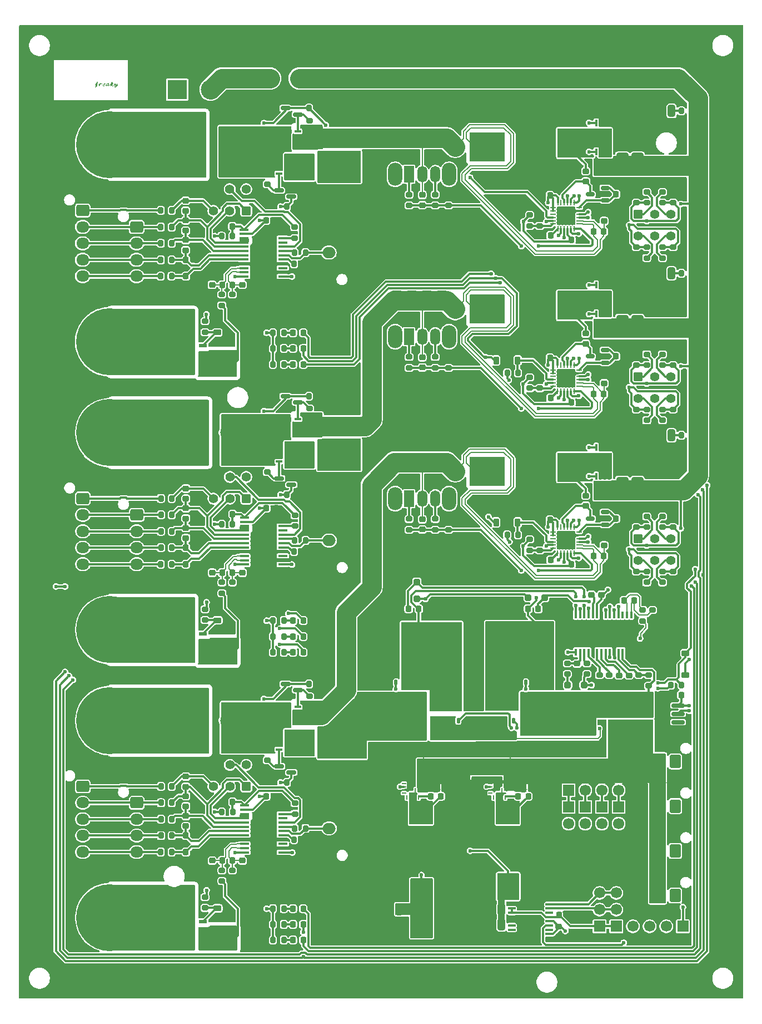
<source format=gbr>
%TF.GenerationSoftware,KiCad,Pcbnew,9.0.5*%
%TF.CreationDate,2025-10-30T19:19:09-04:00*%
%TF.ProjectId,powerdist,706f7765-7264-4697-9374-2e6b69636164,v1*%
%TF.SameCoordinates,Original*%
%TF.FileFunction,Copper,L1,Top*%
%TF.FilePolarity,Positive*%
%FSLAX46Y46*%
G04 Gerber Fmt 4.6, Leading zero omitted, Abs format (unit mm)*
G04 Created by KiCad (PCBNEW 9.0.5) date 2025-10-30 19:19:09*
%MOMM*%
%LPD*%
G01*
G04 APERTURE LIST*
G04 Aperture macros list*
%AMRoundRect*
0 Rectangle with rounded corners*
0 $1 Rounding radius*
0 $2 $3 $4 $5 $6 $7 $8 $9 X,Y pos of 4 corners*
0 Add a 4 corners polygon primitive as box body*
4,1,4,$2,$3,$4,$5,$6,$7,$8,$9,$2,$3,0*
0 Add four circle primitives for the rounded corners*
1,1,$1+$1,$2,$3*
1,1,$1+$1,$4,$5*
1,1,$1+$1,$6,$7*
1,1,$1+$1,$8,$9*
0 Add four rect primitives between the rounded corners*
20,1,$1+$1,$2,$3,$4,$5,0*
20,1,$1+$1,$4,$5,$6,$7,0*
20,1,$1+$1,$6,$7,$8,$9,0*
20,1,$1+$1,$8,$9,$2,$3,0*%
%AMFreePoly0*
4,1,21,1.372500,0.787500,0.862500,0.787500,0.862500,0.532500,1.372500,0.532500,1.372500,0.127500,0.862500,0.127500,0.862500,-0.127500,1.372500,-0.127500,1.372500,-0.532500,0.862500,-0.532500,0.862500,-0.787500,1.372500,-0.787500,1.372500,-1.195000,0.612500,-1.195000,0.612500,-1.117500,-0.862500,-1.117500,-0.862500,1.117500,0.612500,1.117500,0.612500,1.195000,1.372500,1.195000,
1.372500,0.787500,1.372500,0.787500,$1*%
%AMFreePoly1*
4,1,291,0.156581,1.054743,0.158810,1.054000,0.160000,1.054000,0.161581,1.053743,0.163810,1.053000,0.165000,1.053000,0.166581,1.052743,0.169581,1.051743,0.170236,1.051472,0.171920,1.050630,0.173810,1.050000,0.200000,1.050000,0.200000,1.023810,0.200630,1.021920,0.201472,1.020236,0.201743,1.019581,0.202743,1.016581,0.203000,1.015000,0.203000,1.013810,0.203743,1.011581,
0.204000,1.010000,0.204000,1.008810,0.204743,1.006581,0.205000,1.005000,0.205000,0.230000,0.715000,0.230000,0.716581,0.229743,0.718810,0.229000,0.720000,0.229000,0.721581,0.228743,0.723810,0.228000,0.725000,0.228000,0.726581,0.227743,0.729581,0.226743,0.730236,0.226472,0.731920,0.225630,0.734581,0.224743,0.736536,0.223536,0.737964,0.222108,0.739236,0.221472,
0.740536,0.220536,0.741964,0.219108,0.743236,0.218472,0.744536,0.217536,0.752536,0.209536,0.753472,0.208236,0.754108,0.206964,0.755536,0.205536,0.756472,0.204236,0.757108,0.202964,0.758536,0.201536,0.759743,0.199581,0.760630,0.196920,0.761472,0.195236,0.761743,0.194581,0.762743,0.191581,0.763000,0.190000,0.763000,0.188810,0.763743,0.186581,0.764000,0.185000,
0.764000,0.183810,0.764743,0.181581,0.765000,0.180000,0.765000,0.020000,0.764743,0.018419,0.764000,0.016190,0.764000,0.015000,0.763743,0.013419,0.763000,0.011190,0.763000,0.010000,0.762743,0.008419,0.761743,0.005419,0.761472,0.004764,0.760630,0.003080,0.759743,0.000419,0.758536,-0.001536,0.757108,-0.002964,0.756472,-0.004236,0.755536,-0.005536,0.754108,-0.006964,
0.753472,-0.008236,0.752536,-0.009536,0.744536,-0.017536,0.743236,-0.018472,0.741964,-0.019108,0.740536,-0.020536,0.739236,-0.021472,0.737964,-0.022108,0.736536,-0.023536,0.734581,-0.024743,0.731920,-0.025630,0.730236,-0.026472,0.729581,-0.026743,0.726581,-0.027743,0.725000,-0.028000,0.723810,-0.028000,0.721581,-0.028743,0.720000,-0.029000,0.718810,-0.029000,0.716581,-0.029743,
0.715000,-0.030000,0.205000,-0.030000,0.205000,-0.270000,0.715000,-0.270000,0.716581,-0.270257,0.718810,-0.271000,0.720000,-0.271000,0.721581,-0.271257,0.723810,-0.272000,0.725000,-0.272000,0.726581,-0.272257,0.729581,-0.273257,0.730236,-0.273528,0.731920,-0.274370,0.734581,-0.275257,0.736536,-0.276464,0.737964,-0.277892,0.739236,-0.278528,0.740536,-0.279464,0.741964,-0.280892,
0.743236,-0.281528,0.744536,-0.282464,0.752536,-0.290464,0.753472,-0.291764,0.754108,-0.293036,0.755536,-0.294464,0.756472,-0.295764,0.757108,-0.297036,0.758536,-0.298464,0.759743,-0.300419,0.760630,-0.303080,0.761472,-0.304764,0.761743,-0.305419,0.762743,-0.308419,0.763000,-0.310000,0.763000,-0.311190,0.763743,-0.313419,0.764000,-0.315000,0.764000,-0.316190,0.764743,-0.318419,
0.765000,-0.320000,0.765000,-0.480000,0.764743,-0.481581,0.764000,-0.483810,0.764000,-0.485000,0.763743,-0.486581,0.763000,-0.488810,0.763000,-0.490000,0.762743,-0.491581,0.761743,-0.494581,0.761472,-0.495236,0.760630,-0.496920,0.759743,-0.499581,0.758536,-0.501536,0.757108,-0.502964,0.756472,-0.504236,0.755536,-0.505536,0.754108,-0.506964,0.753472,-0.508236,0.752536,-0.509536,
0.744536,-0.517536,0.743236,-0.518472,0.741964,-0.519108,0.740536,-0.520536,0.739236,-0.521472,0.737964,-0.522108,0.736536,-0.523536,0.734581,-0.524743,0.731920,-0.525630,0.730236,-0.526472,0.729581,-0.526743,0.726581,-0.527743,0.725000,-0.528000,0.723810,-0.528000,0.721581,-0.528743,0.720000,-0.529000,0.718810,-0.529000,0.716581,-0.529743,0.715000,-0.530000,0.205000,-0.530000,
0.205000,-0.770000,0.710000,-0.770000,0.711581,-0.770257,0.726581,-0.775257,0.727774,-0.775840,0.730218,-0.777469,0.732581,-0.778257,0.733774,-0.778840,0.739774,-0.782840,0.740536,-0.783464,0.747536,-0.790464,0.748160,-0.791226,0.749884,-0.793812,0.751536,-0.795464,0.752160,-0.796226,0.758160,-0.805226,0.758743,-0.806419,0.759530,-0.808782,0.761160,-0.811226,0.761743,-0.812419,
0.764743,-0.821419,0.765000,-0.823000,0.765000,-0.825383,0.765851,-0.828787,0.766000,-0.830000,0.766000,-0.846000,0.765851,-0.847213,0.765000,-0.850617,0.765000,-0.949383,0.765851,-0.952787,0.766000,-0.954000,0.766000,-0.970000,0.765851,-0.971213,0.765000,-0.974617,0.765000,-0.977000,0.764743,-0.978581,0.761743,-0.987581,0.761160,-0.988774,0.759530,-0.991218,0.758743,-0.993581,
0.758160,-0.994774,0.752160,-1.003774,0.751536,-1.004536,0.749884,-1.006188,0.748160,-1.008774,0.747536,-1.009536,0.740536,-1.016536,0.739774,-1.017160,0.733774,-1.021160,0.732581,-1.021743,0.730218,-1.022530,0.727774,-1.024160,0.726581,-1.024743,0.711581,-1.029743,0.710000,-1.030000,0.205000,-1.030000,0.205000,-1.050000,0.203536,-1.053536,0.200000,-1.055000,-0.155000,-1.055000,
-0.156581,-1.054743,-0.158810,-1.054000,-0.160000,-1.054000,-0.161581,-1.053743,-0.163810,-1.053000,-0.165000,-1.053000,-0.166581,-1.052743,-0.169581,-1.051743,-0.170236,-1.051472,-0.171920,-1.050630,-0.173810,-1.050000,-0.200000,-1.050000,-0.200000,-1.023810,-0.200630,-1.021920,-0.201472,-1.020236,-0.201743,-1.019581,-0.202743,-1.016581,-0.203000,-1.015000,-0.203000,-1.013810,-0.203743,-1.011581,
-0.204000,-1.010000,-0.204000,-1.008810,-0.204743,-1.006581,-0.205000,-1.005000,-0.205000,1.005000,-0.204743,1.006581,-0.204000,1.008810,-0.204000,1.010000,-0.203743,1.011581,-0.203000,1.013810,-0.203000,1.015000,-0.202743,1.016581,-0.201743,1.019581,-0.201472,1.020236,-0.200630,1.021920,-0.200000,1.023810,-0.200000,1.050000,-0.173810,1.050000,-0.171920,1.050630,-0.170236,1.051472,
-0.169581,1.051743,-0.166581,1.052743,-0.165000,1.053000,-0.163810,1.053000,-0.161581,1.053743,-0.160000,1.054000,-0.158810,1.054000,-0.156581,1.054743,-0.155000,1.055000,0.155000,1.055000,0.156581,1.054743,0.156581,1.054743,$1*%
G04 Aperture macros list end*
%TA.AperFunction,EtchedComponent*%
%ADD10C,0.000000*%
%TD*%
%TA.AperFunction,ComponentPad*%
%ADD11C,2.159000*%
%TD*%
%TA.AperFunction,SMDPad,CuDef*%
%ADD12RoundRect,0.200000X0.275000X-0.200000X0.275000X0.200000X-0.275000X0.200000X-0.275000X-0.200000X0*%
%TD*%
%TA.AperFunction,SMDPad,CuDef*%
%ADD13RoundRect,0.200000X0.200000X0.275000X-0.200000X0.275000X-0.200000X-0.275000X0.200000X-0.275000X0*%
%TD*%
%TA.AperFunction,SMDPad,CuDef*%
%ADD14R,3.300000X3.175000*%
%TD*%
%TA.AperFunction,SMDPad,CuDef*%
%ADD15RoundRect,0.218750X0.218750X0.256250X-0.218750X0.256250X-0.218750X-0.256250X0.218750X-0.256250X0*%
%TD*%
%TA.AperFunction,SMDPad,CuDef*%
%ADD16RoundRect,0.250000X0.650000X-0.325000X0.650000X0.325000X-0.650000X0.325000X-0.650000X-0.325000X0*%
%TD*%
%TA.AperFunction,SMDPad,CuDef*%
%ADD17RoundRect,0.200000X-0.275000X0.200000X-0.275000X-0.200000X0.275000X-0.200000X0.275000X0.200000X0*%
%TD*%
%TA.AperFunction,SMDPad,CuDef*%
%ADD18RoundRect,0.200000X-0.200000X-0.275000X0.200000X-0.275000X0.200000X0.275000X-0.200000X0.275000X0*%
%TD*%
%TA.AperFunction,SMDPad,CuDef*%
%ADD19RoundRect,0.250000X0.312500X0.625000X-0.312500X0.625000X-0.312500X-0.625000X0.312500X-0.625000X0*%
%TD*%
%TA.AperFunction,ComponentPad*%
%ADD20RoundRect,0.250000X-0.725000X0.600000X-0.725000X-0.600000X0.725000X-0.600000X0.725000X0.600000X0*%
%TD*%
%TA.AperFunction,ComponentPad*%
%ADD21O,1.950000X1.700000*%
%TD*%
%TA.AperFunction,SMDPad,CuDef*%
%ADD22RoundRect,0.225000X-0.250000X0.225000X-0.250000X-0.225000X0.250000X-0.225000X0.250000X0.225000X0*%
%TD*%
%TA.AperFunction,ComponentPad*%
%ADD23RoundRect,0.250000X0.750000X-0.600000X0.750000X0.600000X-0.750000X0.600000X-0.750000X-0.600000X0*%
%TD*%
%TA.AperFunction,ComponentPad*%
%ADD24O,2.000000X1.700000*%
%TD*%
%TA.AperFunction,SMDPad,CuDef*%
%ADD25RoundRect,0.225000X-0.225000X-0.250000X0.225000X-0.250000X0.225000X0.250000X-0.225000X0.250000X0*%
%TD*%
%TA.AperFunction,SMDPad,CuDef*%
%ADD26R,0.400000X1.100000*%
%TD*%
%TA.AperFunction,ComponentPad*%
%ADD27C,0.600000*%
%TD*%
%TA.AperFunction,SMDPad,CuDef*%
%ADD28R,9.500000X3.400000*%
%TD*%
%TA.AperFunction,SMDPad,CuDef*%
%ADD29RoundRect,0.125000X0.125000X-0.300000X0.125000X0.300000X-0.125000X0.300000X-0.125000X-0.300000X0*%
%TD*%
%TA.AperFunction,SMDPad,CuDef*%
%ADD30R,4.410000X4.550000*%
%TD*%
%TA.AperFunction,SMDPad,CuDef*%
%ADD31RoundRect,0.250000X-0.650000X0.325000X-0.650000X-0.325000X0.650000X-0.325000X0.650000X0.325000X0*%
%TD*%
%TA.AperFunction,SMDPad,CuDef*%
%ADD32RoundRect,0.225000X0.225000X0.250000X-0.225000X0.250000X-0.225000X-0.250000X0.225000X-0.250000X0*%
%TD*%
%TA.AperFunction,SMDPad,CuDef*%
%ADD33RoundRect,0.225000X0.250000X-0.225000X0.250000X0.225000X-0.250000X0.225000X-0.250000X-0.225000X0*%
%TD*%
%TA.AperFunction,SMDPad,CuDef*%
%ADD34RoundRect,0.250000X0.325000X0.650000X-0.325000X0.650000X-0.325000X-0.650000X0.325000X-0.650000X0*%
%TD*%
%TA.AperFunction,SMDPad,CuDef*%
%ADD35RoundRect,0.150000X-0.587500X-0.150000X0.587500X-0.150000X0.587500X0.150000X-0.587500X0.150000X0*%
%TD*%
%TA.AperFunction,ComponentPad*%
%ADD36R,1.700000X1.700000*%
%TD*%
%TA.AperFunction,ComponentPad*%
%ADD37C,1.700000*%
%TD*%
%TA.AperFunction,ComponentPad*%
%ADD38RoundRect,0.250000X0.600000X0.750000X-0.600000X0.750000X-0.600000X-0.750000X0.600000X-0.750000X0*%
%TD*%
%TA.AperFunction,ComponentPad*%
%ADD39O,1.700000X2.000000*%
%TD*%
%TA.AperFunction,SMDPad,CuDef*%
%ADD40RoundRect,0.225000X-0.375000X0.225000X-0.375000X-0.225000X0.375000X-0.225000X0.375000X0.225000X0*%
%TD*%
%TA.AperFunction,SMDPad,CuDef*%
%ADD41RoundRect,0.250000X-0.625000X0.312500X-0.625000X-0.312500X0.625000X-0.312500X0.625000X0.312500X0*%
%TD*%
%TA.AperFunction,SMDPad,CuDef*%
%ADD42R,0.990000X0.405000*%
%TD*%
%TA.AperFunction,SMDPad,CuDef*%
%ADD43FreePoly0,0.000000*%
%TD*%
%TA.AperFunction,ComponentPad*%
%ADD44RoundRect,0.250000X-0.450000X-0.450000X0.450000X-0.450000X0.450000X0.450000X-0.450000X0.450000X0*%
%TD*%
%TA.AperFunction,ComponentPad*%
%ADD45C,1.400000*%
%TD*%
%TA.AperFunction,SMDPad,CuDef*%
%ADD46RoundRect,0.225000X-0.225000X-0.375000X0.225000X-0.375000X0.225000X0.375000X-0.225000X0.375000X0*%
%TD*%
%TA.AperFunction,SMDPad,CuDef*%
%ADD47RoundRect,0.317500X0.317500X-0.382500X0.317500X0.382500X-0.317500X0.382500X-0.317500X-0.382500X0*%
%TD*%
%TA.AperFunction,SMDPad,CuDef*%
%ADD48R,4.720000X4.800000*%
%TD*%
%TA.AperFunction,SMDPad,CuDef*%
%ADD49R,0.405000X0.990000*%
%TD*%
%TA.AperFunction,SMDPad,CuDef*%
%ADD50FreePoly0,270.000000*%
%TD*%
%TA.AperFunction,ComponentPad*%
%ADD51O,2.200000X3.500000*%
%TD*%
%TA.AperFunction,ComponentPad*%
%ADD52R,1.500000X2.500000*%
%TD*%
%TA.AperFunction,ComponentPad*%
%ADD53O,1.500000X2.500000*%
%TD*%
%TA.AperFunction,SMDPad,CuDef*%
%ADD54RoundRect,0.225000X0.375000X-0.225000X0.375000X0.225000X-0.375000X0.225000X-0.375000X-0.225000X0*%
%TD*%
%TA.AperFunction,SMDPad,CuDef*%
%ADD55R,3.175000X3.300000*%
%TD*%
%TA.AperFunction,SMDPad,CuDef*%
%ADD56RoundRect,0.150000X0.512500X0.150000X-0.512500X0.150000X-0.512500X-0.150000X0.512500X-0.150000X0*%
%TD*%
%TA.AperFunction,SMDPad,CuDef*%
%ADD57R,1.460500X0.355600*%
%TD*%
%TA.AperFunction,SMDPad,CuDef*%
%ADD58RoundRect,0.062500X-0.325000X-0.062500X0.325000X-0.062500X0.325000X0.062500X-0.325000X0.062500X0*%
%TD*%
%TA.AperFunction,SMDPad,CuDef*%
%ADD59RoundRect,0.062500X-0.062500X-0.325000X0.062500X-0.325000X0.062500X0.325000X-0.062500X0.325000X0*%
%TD*%
%TA.AperFunction,HeatsinkPad*%
%ADD60C,0.500000*%
%TD*%
%TA.AperFunction,HeatsinkPad*%
%ADD61R,2.450000X2.450000*%
%TD*%
%TA.AperFunction,SMDPad,CuDef*%
%ADD62RoundRect,0.062500X-0.237500X-0.062500X0.237500X-0.062500X0.237500X0.062500X-0.237500X0.062500X0*%
%TD*%
%TA.AperFunction,SMDPad,CuDef*%
%ADD63RoundRect,0.062500X-0.062500X-0.237500X0.062500X-0.237500X0.062500X0.237500X-0.062500X0.237500X0*%
%TD*%
%TA.AperFunction,SMDPad,CuDef*%
%ADD64RoundRect,0.062500X-0.062500X-0.787500X0.062500X-0.787500X0.062500X0.787500X-0.062500X0.787500X0*%
%TD*%
%TA.AperFunction,SMDPad,CuDef*%
%ADD65FreePoly1,0.000000*%
%TD*%
%TA.AperFunction,SMDPad,CuDef*%
%ADD66RoundRect,0.100000X-0.100000X-0.950000X0.100000X-0.950000X0.100000X0.950000X-0.100000X0.950000X0*%
%TD*%
%TA.AperFunction,SMDPad,CuDef*%
%ADD67RoundRect,0.250000X0.250000X0.250000X-0.250000X0.250000X-0.250000X-0.250000X0.250000X-0.250000X0*%
%TD*%
%TA.AperFunction,SMDPad,CuDef*%
%ADD68RoundRect,0.250000X-0.250000X-0.250000X0.250000X-0.250000X0.250000X0.250000X-0.250000X0.250000X0*%
%TD*%
%TA.AperFunction,SMDPad,CuDef*%
%ADD69RoundRect,0.125000X-0.125000X0.300000X-0.125000X-0.300000X0.125000X-0.300000X0.125000X0.300000X0*%
%TD*%
%TA.AperFunction,SMDPad,CuDef*%
%ADD70RoundRect,0.150000X0.587500X0.150000X-0.587500X0.150000X-0.587500X-0.150000X0.587500X-0.150000X0*%
%TD*%
%TA.AperFunction,ComponentPad*%
%ADD71RoundRect,0.250000X0.450000X0.450000X-0.450000X0.450000X-0.450000X-0.450000X0.450000X-0.450000X0*%
%TD*%
%TA.AperFunction,SMDPad,CuDef*%
%ADD72R,1.270000X0.610000*%
%TD*%
%TA.AperFunction,SMDPad,CuDef*%
%ADD73R,3.810000X3.910000*%
%TD*%
%TA.AperFunction,SMDPad,CuDef*%
%ADD74R,1.020000X0.610000*%
%TD*%
%TA.AperFunction,SMDPad,CuDef*%
%ADD75FreePoly0,180.000000*%
%TD*%
%TA.AperFunction,ComponentPad*%
%ADD76R,3.000000X3.000000*%
%TD*%
%TA.AperFunction,ComponentPad*%
%ADD77C,3.000000*%
%TD*%
%TA.AperFunction,ComponentPad*%
%ADD78C,10.160000*%
%TD*%
%TA.AperFunction,SMDPad,CuDef*%
%ADD79RoundRect,0.250000X-0.250000X0.250000X-0.250000X-0.250000X0.250000X-0.250000X0.250000X0.250000X0*%
%TD*%
%TA.AperFunction,SMDPad,CuDef*%
%ADD80RoundRect,0.150000X-0.825000X-0.150000X0.825000X-0.150000X0.825000X0.150000X-0.825000X0.150000X0*%
%TD*%
%TA.AperFunction,SMDPad,CuDef*%
%ADD81O,1.200000X0.399999*%
%TD*%
%TA.AperFunction,ViaPad*%
%ADD82C,0.600000*%
%TD*%
%TA.AperFunction,Conductor*%
%ADD83C,0.300000*%
%TD*%
%TA.AperFunction,Conductor*%
%ADD84C,0.200000*%
%TD*%
%TA.AperFunction,Conductor*%
%ADD85C,1.000000*%
%TD*%
%TA.AperFunction,Conductor*%
%ADD86C,3.000000*%
%TD*%
G04 APERTURE END LIST*
D10*
%TA.AperFunction,EtchedComponent*%
%TO.C,G\u002A\u002A\u002A*%
G36*
X63073901Y-75128783D02*
G01*
X63077402Y-75136057D01*
X63076832Y-75138825D01*
X63073716Y-75149312D01*
X63067629Y-75169440D01*
X63059442Y-75196328D01*
X63050030Y-75227099D01*
X63049876Y-75227604D01*
X63040765Y-75257892D01*
X63033277Y-75283864D01*
X63028164Y-75302832D01*
X63026178Y-75312109D01*
X63026175Y-75312252D01*
X63029726Y-75310525D01*
X63039307Y-75300030D01*
X63053304Y-75282637D01*
X63064635Y-75267672D01*
X63095007Y-75229462D01*
X63126879Y-75194226D01*
X63157524Y-75164793D01*
X63183149Y-75144695D01*
X63207577Y-75134616D01*
X63232220Y-75137213D01*
X63257886Y-75152610D01*
X63262768Y-75156832D01*
X63285745Y-75173706D01*
X63306074Y-75178703D01*
X63326613Y-75171826D01*
X63346007Y-75156977D01*
X63371214Y-75134205D01*
X63385373Y-75149277D01*
X63399533Y-75164349D01*
X63350641Y-75216977D01*
X63318880Y-75249056D01*
X63292383Y-75270388D01*
X63269563Y-75281387D01*
X63248834Y-75282467D01*
X63228608Y-75274041D01*
X63207299Y-75256524D01*
X63205571Y-75254813D01*
X63187312Y-75238917D01*
X63172052Y-75233241D01*
X63155431Y-75237168D01*
X63140189Y-75245588D01*
X63111925Y-75269111D01*
X63083535Y-75304194D01*
X63055919Y-75349342D01*
X63029975Y-75403059D01*
X63006601Y-75463849D01*
X63003532Y-75473003D01*
X62985660Y-75527251D01*
X62940600Y-75549943D01*
X62915729Y-75561146D01*
X62892846Y-75569156D01*
X62874715Y-75573251D01*
X62864103Y-75572714D01*
X62862473Y-75570258D01*
X62864018Y-75563523D01*
X62868361Y-75545847D01*
X62875064Y-75518979D01*
X62883689Y-75484671D01*
X62893798Y-75444671D01*
X62902054Y-75412132D01*
X62912957Y-75368550D01*
X62922554Y-75328886D01*
X62930420Y-75294994D01*
X62936135Y-75268728D01*
X62939276Y-75251945D01*
X62939705Y-75246771D01*
X62934707Y-75247699D01*
X62921844Y-75257538D01*
X62902030Y-75275478D01*
X62876179Y-75300710D01*
X62858069Y-75319097D01*
X62778361Y-75401034D01*
X62763927Y-75385669D01*
X62749492Y-75370304D01*
X62792973Y-75322501D01*
X62846493Y-75266506D01*
X62896606Y-75219813D01*
X62942538Y-75183065D01*
X62983519Y-75156904D01*
X63002948Y-75147560D01*
X63037128Y-75134481D01*
X63060628Y-75128240D01*
X63073901Y-75128783D01*
G37*
%TD.AperFunction*%
%TA.AperFunction,EtchedComponent*%
G36*
X63801317Y-75144253D02*
G01*
X63822977Y-75161206D01*
X63835383Y-75186390D01*
X63838137Y-75209645D01*
X63834938Y-75238957D01*
X63824098Y-75264253D01*
X63803750Y-75289200D01*
X63791895Y-75300477D01*
X63760231Y-75323503D01*
X63719731Y-75344828D01*
X63674655Y-75362816D01*
X63629263Y-75375832D01*
X63587816Y-75382241D01*
X63577850Y-75382627D01*
X63569879Y-75383692D01*
X63565456Y-75388707D01*
X63563547Y-75400635D01*
X63563119Y-75422441D01*
X63563117Y-75424828D01*
X63563680Y-75448466D01*
X63566253Y-75463178D01*
X63572163Y-75473119D01*
X63581124Y-75481174D01*
X63594588Y-75489729D01*
X63609424Y-75493031D01*
X63631056Y-75492185D01*
X63633818Y-75491913D01*
X63667871Y-75484378D01*
X63702218Y-75468026D01*
X63738997Y-75441692D01*
X63760721Y-75422821D01*
X63795881Y-75390686D01*
X63814601Y-75406789D01*
X63833321Y-75422892D01*
X63811174Y-75445952D01*
X63779785Y-75475579D01*
X63743841Y-75504645D01*
X63707429Y-75530103D01*
X63674635Y-75548904D01*
X63670478Y-75550871D01*
X63631607Y-75564290D01*
X63590734Y-75570921D01*
X63551849Y-75570517D01*
X63518942Y-75562826D01*
X63514007Y-75560670D01*
X63480746Y-75538988D01*
X63458777Y-75511249D01*
X63451643Y-75493513D01*
X63445265Y-75448190D01*
X63450603Y-75399967D01*
X63467097Y-75350500D01*
X63472581Y-75340570D01*
X63576213Y-75340570D01*
X63580326Y-75340124D01*
X63590564Y-75332434D01*
X63594221Y-75329141D01*
X63611293Y-75317477D01*
X63634221Y-75310518D01*
X63651141Y-75308066D01*
X63689212Y-75300227D01*
X63720209Y-75286635D01*
X63742654Y-75268506D01*
X63755069Y-75247055D01*
X63755977Y-75223499D01*
X63755649Y-75222107D01*
X63745593Y-75204298D01*
X63728070Y-75195166D01*
X63705351Y-75194629D01*
X63679709Y-75202608D01*
X63653413Y-75219022D01*
X63645274Y-75226004D01*
X63631453Y-75241470D01*
X63615820Y-75263047D01*
X63600437Y-75287317D01*
X63587361Y-75310865D01*
X63578652Y-75330274D01*
X63576213Y-75340570D01*
X63472581Y-75340570D01*
X63494185Y-75301447D01*
X63531309Y-75254464D01*
X63533225Y-75252405D01*
X63583359Y-75205319D01*
X63634147Y-75170146D01*
X63684784Y-75147436D01*
X63688810Y-75146172D01*
X63733434Y-75136396D01*
X63771203Y-75135869D01*
X63801317Y-75144253D01*
G37*
%TD.AperFunction*%
%TA.AperFunction,EtchedComponent*%
G36*
X64387275Y-75109586D02*
G01*
X64388173Y-75112632D01*
X64386085Y-75120476D01*
X64380440Y-75137842D01*
X64372167Y-75161945D01*
X64364704Y-75183024D01*
X64351479Y-75222220D01*
X64338316Y-75265318D01*
X64325879Y-75309706D01*
X64314829Y-75352775D01*
X64305829Y-75391911D01*
X64299541Y-75424504D01*
X64296626Y-75447941D01*
X64296502Y-75451983D01*
X64299355Y-75474605D01*
X64308103Y-75486395D01*
X64323026Y-75487322D01*
X64344406Y-75477356D01*
X64372523Y-75456467D01*
X64388930Y-75442159D01*
X64432246Y-75402936D01*
X64447016Y-75418657D01*
X64461785Y-75434378D01*
X64410807Y-75483890D01*
X64368735Y-75520721D01*
X64329248Y-75547621D01*
X64293191Y-75564726D01*
X64261411Y-75572174D01*
X64234754Y-75570101D01*
X64214065Y-75558644D01*
X64200192Y-75537938D01*
X64193979Y-75508122D01*
X64196273Y-75469331D01*
X64200101Y-75449858D01*
X64205146Y-75424847D01*
X64205731Y-75412038D01*
X64201786Y-75411292D01*
X64193238Y-75422472D01*
X64189250Y-75429001D01*
X64174313Y-75450002D01*
X64152636Y-75475293D01*
X64127436Y-75501600D01*
X64101932Y-75525649D01*
X64079344Y-75544163D01*
X64069812Y-75550521D01*
X64044588Y-75561416D01*
X64015109Y-75568467D01*
X63986262Y-75570963D01*
X63962932Y-75568192D01*
X63958742Y-75566684D01*
X63945922Y-75557981D01*
X63930855Y-75543622D01*
X63926903Y-75539137D01*
X63918071Y-75527836D01*
X63912873Y-75517381D01*
X63910577Y-75504104D01*
X63910450Y-75484340D01*
X63911410Y-75461578D01*
X63912578Y-75445755D01*
X64022228Y-75445755D01*
X64026314Y-75463495D01*
X64031676Y-75472957D01*
X64046249Y-75485114D01*
X64065670Y-75485927D01*
X64086595Y-75477878D01*
X64104809Y-75464739D01*
X64126844Y-75443324D01*
X64150024Y-75416728D01*
X64171673Y-75388047D01*
X64189115Y-75360376D01*
X64190687Y-75357480D01*
X64199338Y-75339665D01*
X64209983Y-75315496D01*
X64221407Y-75288029D01*
X64232399Y-75260321D01*
X64241746Y-75235429D01*
X64248234Y-75216411D01*
X64250652Y-75206326D01*
X64244780Y-75203020D01*
X64229724Y-75201333D01*
X64209282Y-75201159D01*
X64187253Y-75202390D01*
X64167435Y-75204919D01*
X64153627Y-75208639D01*
X64152686Y-75209092D01*
X64125832Y-75228543D01*
X64098662Y-75258048D01*
X64073090Y-75294756D01*
X64051034Y-75335817D01*
X64034408Y-75378380D01*
X64030996Y-75390146D01*
X64023797Y-75422330D01*
X64022228Y-75445755D01*
X63912578Y-75445755D01*
X63913683Y-75430788D01*
X63918020Y-75406519D01*
X63925935Y-75382878D01*
X63938947Y-75353968D01*
X63939280Y-75353274D01*
X63971067Y-75300330D01*
X64013004Y-75250615D01*
X64062147Y-75207049D01*
X64115552Y-75172552D01*
X64127576Y-75166471D01*
X64180393Y-75145257D01*
X64226746Y-75135409D01*
X64266670Y-75136921D01*
X64279684Y-75140314D01*
X64294373Y-75144308D01*
X64306188Y-75143896D01*
X64319942Y-75138044D01*
X64336721Y-75128037D01*
X64361194Y-75114396D01*
X64378451Y-75108124D01*
X64387275Y-75109586D01*
G37*
%TD.AperFunction*%
%TA.AperFunction,EtchedComponent*%
G36*
X64888628Y-74948038D02*
G01*
X64903432Y-74950623D01*
X64913858Y-74956770D01*
X64922396Y-74965666D01*
X64934769Y-74984686D01*
X64939464Y-75005158D01*
X64936003Y-75028126D01*
X64923905Y-75054636D01*
X64902692Y-75085735D01*
X64871884Y-75122468D01*
X64831000Y-75165880D01*
X64830243Y-75166654D01*
X64800318Y-75197535D01*
X64778407Y-75221130D01*
X64763103Y-75239251D01*
X64752996Y-75253707D01*
X64746678Y-75266308D01*
X64742742Y-75278864D01*
X64742652Y-75279234D01*
X64738290Y-75298167D01*
X64735618Y-75311478D01*
X64735223Y-75314600D01*
X64738811Y-75311728D01*
X64748485Y-75300279D01*
X64762609Y-75282251D01*
X64773782Y-75267442D01*
X64815476Y-75216150D01*
X64855419Y-75176436D01*
X64893268Y-75148465D01*
X64928676Y-75132403D01*
X64961298Y-75128415D01*
X64990787Y-75136667D01*
X65012671Y-75152964D01*
X65024913Y-75167162D01*
X65030814Y-75181397D01*
X65032490Y-75201488D01*
X65032501Y-75207472D01*
X65026995Y-75245470D01*
X65010501Y-75281117D01*
X64982391Y-75315307D01*
X64942041Y-75348934D01*
X64925432Y-75360392D01*
X64898925Y-75377933D01*
X64898925Y-75431264D01*
X64901505Y-75469784D01*
X64909244Y-75496269D01*
X64922144Y-75510719D01*
X64940205Y-75513136D01*
X64963430Y-75503518D01*
X64991818Y-75481866D01*
X65025371Y-75448180D01*
X65036534Y-75435624D01*
X65071610Y-75395295D01*
X65087726Y-75411410D01*
X65103841Y-75427526D01*
X65062808Y-75473695D01*
X65018616Y-75519094D01*
X64975755Y-75554684D01*
X64935048Y-75580045D01*
X64897316Y-75594755D01*
X64863384Y-75598395D01*
X64834076Y-75590546D01*
X64816122Y-75578791D01*
X64803557Y-75563466D01*
X64795409Y-75542147D01*
X64790708Y-75512408D01*
X64788642Y-75476990D01*
X64788236Y-75440514D01*
X64789688Y-75414792D01*
X64792930Y-75400844D01*
X64793719Y-75399637D01*
X64802755Y-75392126D01*
X64819704Y-75380595D01*
X64841054Y-75367422D01*
X64843066Y-75366241D01*
X64878999Y-75342937D01*
X64904265Y-75320725D01*
X64920909Y-75297554D01*
X64928055Y-75281061D01*
X64933638Y-75254511D01*
X64929160Y-75235629D01*
X64917062Y-75224780D01*
X64894572Y-75219710D01*
X64869713Y-75226357D01*
X64843291Y-75243734D01*
X64816114Y-75270854D01*
X64788988Y-75306729D01*
X64762720Y-75350372D01*
X64738117Y-75400795D01*
X64715986Y-75457010D01*
X64708134Y-75480497D01*
X64692661Y-75529142D01*
X64645616Y-75550889D01*
X64621039Y-75561332D01*
X64599130Y-75569034D01*
X64584065Y-75572555D01*
X64582520Y-75572635D01*
X64566469Y-75572635D01*
X64585584Y-75502243D01*
X64597872Y-75456154D01*
X64608402Y-75414997D01*
X64616817Y-75380305D01*
X64622758Y-75353612D01*
X64625866Y-75336451D01*
X64625783Y-75330356D01*
X64625775Y-75330356D01*
X64620139Y-75334570D01*
X64606839Y-75346103D01*
X64587745Y-75363294D01*
X64564722Y-75384481D01*
X64559736Y-75389122D01*
X64496707Y-75447887D01*
X64481730Y-75433817D01*
X64471309Y-75421863D01*
X64467159Y-75412756D01*
X64467162Y-75412703D01*
X64472136Y-75406153D01*
X64485455Y-75393231D01*
X64505196Y-75375692D01*
X64529437Y-75355294D01*
X64534280Y-75351333D01*
X64569843Y-75322486D01*
X64596872Y-75300351D01*
X64616757Y-75283091D01*
X64630888Y-75268871D01*
X64640654Y-75255857D01*
X64647445Y-75242214D01*
X64652650Y-75226105D01*
X64657660Y-75205695D01*
X64663496Y-75180680D01*
X64669197Y-75159253D01*
X64774795Y-75159253D01*
X64778465Y-75160848D01*
X64787861Y-75153954D01*
X64801087Y-75140732D01*
X64816243Y-75123342D01*
X64831433Y-75103944D01*
X64844760Y-75084697D01*
X64853290Y-75069900D01*
X64865017Y-75040149D01*
X64868243Y-75015906D01*
X64862870Y-74998901D01*
X64857559Y-74994031D01*
X64848227Y-74990764D01*
X64839194Y-74995662D01*
X64830036Y-75005950D01*
X64821880Y-75019815D01*
X64811672Y-75042411D01*
X64800702Y-75070160D01*
X64790260Y-75099482D01*
X64781634Y-75126800D01*
X64776116Y-75148534D01*
X64774795Y-75159253D01*
X64669197Y-75159253D01*
X64677402Y-75128411D01*
X64692035Y-75086488D01*
X64708644Y-75052174D01*
X64728476Y-75022730D01*
X64743524Y-75005083D01*
X64775484Y-74975619D01*
X64807944Y-74957380D01*
X64844216Y-74948803D01*
X64865101Y-74947645D01*
X64888628Y-74948038D01*
G37*
%TD.AperFunction*%
%TA.AperFunction,EtchedComponent*%
G36*
X62646130Y-74952913D02*
G01*
X62664341Y-74970212D01*
X62673084Y-74996083D01*
X62673767Y-75009047D01*
X62671701Y-75029055D01*
X62665224Y-75048500D01*
X62653050Y-75069456D01*
X62633893Y-75093996D01*
X62606467Y-75124191D01*
X62594717Y-75136437D01*
X62538343Y-75194619D01*
X62601543Y-75190676D01*
X62638283Y-75187074D01*
X62671685Y-75181405D01*
X62696958Y-75174490D01*
X62697634Y-75174236D01*
X62722404Y-75167144D01*
X62737732Y-75168525D01*
X62744265Y-75178499D01*
X62744607Y-75183049D01*
X62739878Y-75192132D01*
X62727954Y-75205638D01*
X62712236Y-75220289D01*
X62696122Y-75232807D01*
X62687742Y-75237897D01*
X62674710Y-75241301D01*
X62652715Y-75243864D01*
X62625884Y-75245156D01*
X62617809Y-75245231D01*
X62562178Y-75245231D01*
X62579661Y-75286156D01*
X62587479Y-75305874D01*
X62592572Y-75323680D01*
X62595513Y-75343347D01*
X62596869Y-75368648D01*
X62597210Y-75402385D01*
X62597050Y-75435369D01*
X62596025Y-75459062D01*
X62593419Y-75477267D01*
X62588515Y-75493788D01*
X62580596Y-75512429D01*
X62573747Y-75526953D01*
X62552829Y-75563284D01*
X62525115Y-75600464D01*
X62492510Y-75636846D01*
X62456916Y-75670783D01*
X62420235Y-75700626D01*
X62384372Y-75724728D01*
X62351230Y-75741441D01*
X62322711Y-75749118D01*
X62316770Y-75749433D01*
X62300717Y-75748242D01*
X62293974Y-75743156D01*
X62292804Y-75734700D01*
X62294083Y-75719985D01*
X62297637Y-75694584D01*
X62303067Y-75660632D01*
X62309583Y-75622553D01*
X62423817Y-75622553D01*
X62425640Y-75635458D01*
X62431740Y-75637268D01*
X62442631Y-75628555D01*
X62458829Y-75609890D01*
X62466358Y-75600464D01*
X62495410Y-75553307D01*
X62514023Y-75499688D01*
X62522041Y-75441255D01*
X62519306Y-75379660D01*
X62505662Y-75316551D01*
X62496083Y-75288522D01*
X62490152Y-75276460D01*
X62485582Y-75272927D01*
X62485388Y-75273085D01*
X62482911Y-75280648D01*
X62478643Y-75299060D01*
X62472974Y-75326255D01*
X62466294Y-75360168D01*
X62458994Y-75398734D01*
X62451464Y-75439888D01*
X62444093Y-75481566D01*
X62437274Y-75521702D01*
X62431394Y-75558232D01*
X62430939Y-75561176D01*
X62425755Y-75597983D01*
X62423817Y-75622553D01*
X62309583Y-75622553D01*
X62309975Y-75620263D01*
X62317961Y-75575610D01*
X62326626Y-75528810D01*
X62335572Y-75481995D01*
X62344400Y-75437300D01*
X62352710Y-75396861D01*
X62360104Y-75362810D01*
X62366183Y-75337282D01*
X62368992Y-75327082D01*
X62366255Y-75326202D01*
X62355905Y-75333338D01*
X62339553Y-75347212D01*
X62318813Y-75366545D01*
X62317303Y-75368007D01*
X62295051Y-75389115D01*
X62275908Y-75406360D01*
X62261948Y-75417934D01*
X62255316Y-75422029D01*
X62246073Y-75417459D01*
X62235806Y-75407116D01*
X62228882Y-75396047D01*
X62228274Y-75390773D01*
X62233850Y-75384597D01*
X62247544Y-75371693D01*
X62267467Y-75353780D01*
X62291730Y-75332581D01*
X62299338Y-75326038D01*
X62332315Y-75297771D01*
X62355979Y-75276996D01*
X62370853Y-75262563D01*
X62377462Y-75253319D01*
X62376330Y-75248115D01*
X62367983Y-75245798D01*
X62352944Y-75245218D01*
X62336154Y-75245231D01*
X62312467Y-75244784D01*
X62294864Y-75243601D01*
X62286520Y-75241918D01*
X62286242Y-75241526D01*
X62292300Y-75224510D01*
X62308526Y-75209606D01*
X62331995Y-75198561D01*
X62359784Y-75193125D01*
X62367643Y-75192846D01*
X62386189Y-75192052D01*
X62395705Y-75188228D01*
X62400228Y-75179215D01*
X62401289Y-75174839D01*
X62404669Y-75163114D01*
X62509172Y-75163114D01*
X62512973Y-75163263D01*
X62522648Y-75155145D01*
X62536258Y-75141005D01*
X62551865Y-75123085D01*
X62567529Y-75103631D01*
X62581311Y-75084886D01*
X62591273Y-75069094D01*
X62592600Y-75066561D01*
X62602049Y-75042460D01*
X62606584Y-75019703D01*
X62605823Y-75001866D01*
X62600491Y-74993094D01*
X62586699Y-74991501D01*
X62571462Y-75000308D01*
X62559637Y-75015018D01*
X62553450Y-75028149D01*
X62545047Y-75049417D01*
X62535553Y-75075515D01*
X62526095Y-75103140D01*
X62517799Y-75128988D01*
X62511790Y-75149755D01*
X62509195Y-75162136D01*
X62509172Y-75163114D01*
X62404669Y-75163114D01*
X62419742Y-75110834D01*
X62444479Y-75056183D01*
X62474964Y-75011560D01*
X62510657Y-74977637D01*
X62551021Y-74955090D01*
X62584148Y-74946030D01*
X62619162Y-74944686D01*
X62646130Y-74952913D01*
G37*
%TD.AperFunction*%
%TA.AperFunction,EtchedComponent*%
G36*
X65684446Y-75128651D02*
G01*
X65690305Y-75134889D01*
X65691243Y-75146488D01*
X65689079Y-75161117D01*
X65683294Y-75184004D01*
X65674945Y-75211174D01*
X65670745Y-75223428D01*
X65664041Y-75244223D01*
X65655852Y-75272519D01*
X65646719Y-75306112D01*
X65637179Y-75342803D01*
X65627774Y-75380388D01*
X65619040Y-75416665D01*
X65611519Y-75449435D01*
X65605749Y-75476493D01*
X65602269Y-75495639D01*
X65601618Y-75504670D01*
X65601790Y-75505009D01*
X65609562Y-75504632D01*
X65624467Y-75498834D01*
X65642756Y-75489473D01*
X65660675Y-75478409D01*
X65670808Y-75470800D01*
X65686995Y-75449835D01*
X65691506Y-75425774D01*
X65683899Y-75401642D01*
X65681494Y-75397929D01*
X65675343Y-75386338D01*
X65678328Y-75376873D01*
X65683131Y-75370941D01*
X65697459Y-75357554D01*
X65711813Y-75347101D01*
X65723083Y-75340908D01*
X65730450Y-75341698D01*
X65738190Y-75351161D01*
X65743509Y-75359631D01*
X65755542Y-75390489D01*
X65757507Y-75424583D01*
X65749195Y-75456694D01*
X65747553Y-75460058D01*
X65730074Y-75481869D01*
X65700559Y-75503846D01*
X65660040Y-75525301D01*
X65631645Y-75537337D01*
X65608285Y-75546987D01*
X65593965Y-75555089D01*
X65585385Y-75564479D01*
X65579245Y-75577996D01*
X65577040Y-75584289D01*
X65552549Y-75637128D01*
X65518114Y-75682868D01*
X65475220Y-75719834D01*
X65437798Y-75741068D01*
X65405156Y-75752008D01*
X65366452Y-75758910D01*
X65326303Y-75761460D01*
X65289326Y-75759341D01*
X65262344Y-75753095D01*
X65234223Y-75737812D01*
X65217936Y-75717110D01*
X65213233Y-75693551D01*
X65214276Y-75687738D01*
X65304906Y-75687738D01*
X65310714Y-75699227D01*
X65325282Y-75709392D01*
X65344327Y-75715735D01*
X65354506Y-75716693D01*
X65373618Y-75712958D01*
X65393992Y-75703780D01*
X65396968Y-75701887D01*
X65412738Y-75687218D01*
X65430495Y-75664690D01*
X65447349Y-75638598D01*
X65460409Y-75613239D01*
X65465068Y-75600690D01*
X65469348Y-75586182D01*
X65434453Y-75598187D01*
X65391665Y-75615055D01*
X65355841Y-75633476D01*
X65328457Y-75652432D01*
X65310987Y-75670903D01*
X65304906Y-75687738D01*
X65214276Y-75687738D01*
X65216880Y-75673226D01*
X65228429Y-75654091D01*
X65248791Y-75635531D01*
X65278880Y-75616933D01*
X65319607Y-75597682D01*
X65371885Y-75577165D01*
X65402199Y-75566393D01*
X65431312Y-75556149D01*
X65455660Y-75547259D01*
X65472700Y-75540673D01*
X65479892Y-75537342D01*
X65479897Y-75537336D01*
X65483114Y-75529859D01*
X65488514Y-75513205D01*
X65495230Y-75490533D01*
X65502393Y-75465003D01*
X65509136Y-75439775D01*
X65514588Y-75418008D01*
X65517884Y-75402862D01*
X65518317Y-75397526D01*
X65513602Y-75401122D01*
X65503597Y-75412783D01*
X65491980Y-75427959D01*
X65460405Y-75465402D01*
X65424174Y-75499265D01*
X65387002Y-75526323D01*
X65364830Y-75538397D01*
X65329265Y-75550050D01*
X65297964Y-75550712D01*
X65272193Y-75540482D01*
X65260717Y-75530112D01*
X65250570Y-75510580D01*
X65246366Y-75482092D01*
X65248160Y-75444125D01*
X65256008Y-75396155D01*
X65269966Y-75337657D01*
X65287974Y-75275003D01*
X65293207Y-75256345D01*
X65295886Y-75243671D01*
X65295851Y-75240541D01*
X65290871Y-75244323D01*
X65278316Y-75256069D01*
X65259694Y-75274308D01*
X65236512Y-75297568D01*
X65214747Y-75319774D01*
X65135670Y-75401034D01*
X65121099Y-75385524D01*
X65106528Y-75370014D01*
X65150260Y-75321151D01*
X65206432Y-75261884D01*
X65258283Y-75214406D01*
X65305657Y-75178848D01*
X65348399Y-75155339D01*
X65350619Y-75154395D01*
X65384164Y-75141777D01*
X65409870Y-75135039D01*
X65426709Y-75134296D01*
X65433658Y-75139659D01*
X65432846Y-75145373D01*
X65425676Y-75166076D01*
X65416283Y-75196221D01*
X65405592Y-75232539D01*
X65394531Y-75271761D01*
X65384024Y-75310618D01*
X65375000Y-75345840D01*
X65369663Y-75368342D01*
X65362399Y-75403792D01*
X65359419Y-75428678D01*
X65361052Y-75444919D01*
X65367624Y-75454437D01*
X65379464Y-75459151D01*
X65385329Y-75460072D01*
X65403482Y-75456196D01*
X65424905Y-75441979D01*
X65448210Y-75419318D01*
X65472003Y-75390110D01*
X65494896Y-75356252D01*
X65515497Y-75319641D01*
X65532416Y-75282174D01*
X65544262Y-75245749D01*
X65545163Y-75242029D01*
X65555535Y-75210561D01*
X65569480Y-75186764D01*
X65572034Y-75183833D01*
X65596145Y-75162035D01*
X65623120Y-75143899D01*
X65649172Y-75131616D01*
X65669607Y-75127365D01*
X65684446Y-75128651D01*
G37*
%TD.AperFunction*%
%TD*%
D11*
%TO.P,F1,1*%
%TO.N,Net-(J1-Pin_2)*%
X85523998Y-74400000D03*
%TO.P,F1,2*%
X88929999Y-74400000D03*
%TO.P,F1,3*%
%TO.N,VAA*%
X93400000Y-74400000D03*
%TO.P,F1,4*%
X96806002Y-74400000D03*
%TD*%
D12*
%TO.P,R120,1*%
%TO.N,GND*%
X139100000Y-166825000D03*
%TO.P,R120,2*%
%TO.N,Net-(U7-MODE)*%
X139100000Y-165175000D03*
%TD*%
D13*
%TO.P,R53,1*%
%TO.N,Net-(D22-A)*%
X91021415Y-205500000D03*
%TO.P,R53,2*%
%TO.N,VAA*%
X89371415Y-205500000D03*
%TD*%
D14*
%TO.P,L1,1*%
%TO.N,+7.5V*%
X125200000Y-197715000D03*
%TO.P,L1,2*%
%TO.N,/buck7V5/Vout*%
X125200000Y-186285000D03*
%TD*%
D12*
%TO.P,R48,1*%
%TO.N,Net-(SW4B-A)*%
X148696415Y-126425000D03*
%TO.P,R48,2*%
%TO.N,/battcharger3S1/ISET2*%
X148696415Y-124775000D03*
%TD*%
D15*
%TO.P,D17,1,K*%
%TO.N,/CHG*%
X93983915Y-159300000D03*
%TO.P,D17,2,A*%
%TO.N,Net-(D17-A)*%
X92408915Y-159300000D03*
%TD*%
D16*
%TO.P,C30,1*%
%TO.N,/battcharger3S1/CSRN*%
X108196415Y-107300000D03*
%TO.P,C30,2*%
%TO.N,GND*%
X108196415Y-104350000D03*
%TD*%
D12*
%TO.P,R123,1*%
%TO.N,GND*%
X147200000Y-156925000D03*
%TO.P,R123,2*%
%TO.N,Net-(U7-CSG)*%
X147200000Y-155275000D03*
%TD*%
D17*
%TO.P,R57,1*%
%TO.N,Net-(SW5-C)*%
X114096415Y-141425000D03*
%TO.P,R57,2*%
%TO.N,/battcharger3S2/Vfb*%
X114096415Y-143075000D03*
%TD*%
D18*
%TO.P,R101,1*%
%TO.N,3BATT4*%
X72303465Y-182100000D03*
%TO.P,R101,2*%
%TO.N,Net-(SW9A-C)*%
X73953465Y-182100000D03*
%TD*%
D16*
%TO.P,C26,1*%
%TO.N,VAA*%
X142596415Y-110975000D03*
%TO.P,C26,2*%
%TO.N,GND*%
X142596415Y-108025000D03*
%TD*%
D13*
%TO.P,R13,1*%
%TO.N,Net-(D12-A)*%
X91025000Y-113100000D03*
%TO.P,R13,2*%
%TO.N,VAA*%
X89375000Y-113100000D03*
%TD*%
D19*
%TO.P,R75,1*%
%TO.N,GND*%
X85749716Y-118400000D03*
%TO.P,R75,2*%
%TO.N,Vbatt1-*%
X82824716Y-118400000D03*
%TD*%
D20*
%TO.P,BATT4S3,1,Pin_1*%
%TO.N,3BATT4*%
X60403465Y-182100000D03*
D21*
%TO.P,BATT4S3,2,Pin_2*%
%TO.N,3BATT3*%
X60403465Y-184600000D03*
%TO.P,BATT4S3,3,Pin_3*%
%TO.N,3BATT2*%
X60403465Y-187100000D03*
%TO.P,BATT4S3,4,Pin_4*%
%TO.N,3BATT1*%
X60403465Y-189600000D03*
%TO.P,BATT4S3,5,Pin_5*%
%TO.N,3BATT-*%
X60403465Y-192100000D03*
%TD*%
D17*
%TO.P,R49,1*%
%TO.N,/battcharger3S1/ISET2*%
X150296415Y-124775000D03*
%TO.P,R49,2*%
%TO.N,GND*%
X150296415Y-126425000D03*
%TD*%
D22*
%TO.P,C54,1*%
%TO.N,/battprot1/PSRP*%
X80087216Y-105800000D03*
%TO.P,C54,2*%
%TO.N,GND*%
X80087216Y-107350000D03*
%TD*%
D11*
%TO.P,F2,1*%
%TO.N,Net-(BATT1-Pin_2)*%
X74500000Y-84500000D03*
%TO.P,F2,2*%
X77906001Y-84500000D03*
%TO.P,F2,3*%
%TO.N,Vbatt1*%
X82376002Y-84500000D03*
%TO.P,F2,4*%
X85782004Y-84500000D03*
%TD*%
D12*
%TO.P,R37,1*%
%TO.N,Net-(U2-TS)*%
X129996415Y-121525000D03*
%TO.P,R37,2*%
%TO.N,GND*%
X129996415Y-119875000D03*
%TD*%
D23*
%TO.P,TH1,1*%
%TO.N,GND*%
X97887216Y-103400000D03*
D24*
%TO.P,TH1,2*%
%TO.N,/battprot1/TS*%
X97887216Y-100900000D03*
%TD*%
D25*
%TO.P,C75,1*%
%TO.N,/battprot3/PSRP*%
X81628465Y-193400000D03*
%TO.P,C75,2*%
%TO.N,/battprot3/PSRN*%
X83178465Y-193400000D03*
%TD*%
D26*
%TO.P,U7,1,EN/UVLO*%
%TO.N,/CHG*%
X135500000Y-161700000D03*
%TO.P,U7,2,VIN*%
%TO.N,Net-(U7-VIN)*%
X136150000Y-161700000D03*
%TO.P,U7,3,VISNS*%
%TO.N,Net-(U7-VISNS)*%
X136800000Y-161700000D03*
%TO.P,U7,4,MODE*%
%TO.N,Net-(U7-MODE)*%
X137450000Y-161700000D03*
%TO.P,U7,5,DITH*%
%TO.N,GND*%
X138100000Y-161700000D03*
%TO.P,U7,6,RT/SYNC*%
%TO.N,Net-(U7-RT{slash}SYNC)*%
X138750000Y-161700000D03*
%TO.P,U7,7,SLOPE*%
%TO.N,Net-(U7-SLOPE)*%
X139400000Y-161700000D03*
%TO.P,U7,8,SS*%
%TO.N,Net-(U7-SS)*%
X140050000Y-161700000D03*
%TO.P,U7,9,COMP*%
%TO.N,/buckboost/COMP*%
X140700000Y-161700000D03*
%TO.P,U7,10,AGND*%
%TO.N,GND*%
X141350000Y-161700000D03*
%TO.P,U7,11,FB*%
%TO.N,Net-(U7-FB)*%
X142000000Y-161700000D03*
%TO.P,U7,12,VOSNS*%
%TO.N,/buckboost/Vout*%
X142650000Y-161700000D03*
%TO.P,U7,13,ISNS(-)*%
%TO.N,GND*%
X143300000Y-161700000D03*
%TO.P,U7,14,ISNS(+)*%
X143950000Y-161700000D03*
%TO.P,U7,15,CSG*%
%TO.N,Net-(U7-CSG)*%
X143950000Y-156000000D03*
%TO.P,U7,16,CS*%
%TO.N,Net-(U7-CS)*%
X143300000Y-156000000D03*
%TO.P,U7,17,PGOOD*%
%TO.N,unconnected-(U7-PGOOD-Pad17)*%
X142650000Y-156000000D03*
%TO.P,U7,18,SW2*%
%TO.N,/buckboost/SW2*%
X142000000Y-156000000D03*
%TO.P,U7,19,HDRV2*%
%TO.N,/buckboost/HDRV2*%
X141350000Y-156000000D03*
%TO.P,U7,20,BOOT2*%
%TO.N,/buckboost/BOOT2*%
X140700000Y-156000000D03*
%TO.P,U7,21,LDRV2*%
%TO.N,/buckboost/LDRV2*%
X140050000Y-156000000D03*
%TO.P,U7,22,PGND*%
%TO.N,GND*%
X139400000Y-156000000D03*
%TO.P,U7,23,VCC*%
%TO.N,/buckboost/VCC*%
X138750000Y-156000000D03*
%TO.P,U7,24,BIAS*%
%TO.N,Net-(U7-BIAS)*%
X138100000Y-156000000D03*
%TO.P,U7,25,LDRV1*%
%TO.N,/buckboost/LDRV1*%
X137450000Y-156000000D03*
%TO.P,U7,26,BOOT1*%
%TO.N,/buckboost/BOOT1*%
X136800000Y-156000000D03*
%TO.P,U7,27,HDRV1*%
%TO.N,/buckboost/HDRV1*%
X136150000Y-156000000D03*
%TO.P,U7,28,SW1*%
%TO.N,/buckboost/SW1*%
X135500000Y-156000000D03*
D27*
%TO.P,U7,29,PowerPAD*%
%TO.N,GND*%
X135275000Y-160150000D03*
X137055000Y-160150000D03*
X138835000Y-160150000D03*
X140615000Y-160150000D03*
X142395000Y-160150000D03*
X144175000Y-160150000D03*
X135275000Y-158850000D03*
X137055000Y-158850000D03*
X138835000Y-158850000D03*
D28*
X139725000Y-158850000D03*
D27*
X140615000Y-158850000D03*
X142395000Y-158850000D03*
X144175000Y-158850000D03*
X135275000Y-157550000D03*
X137055000Y-157550000D03*
X138835000Y-157550000D03*
X140615000Y-157550000D03*
X142395000Y-157550000D03*
X144175000Y-157550000D03*
%TD*%
D18*
%TO.P,R70,1*%
%TO.N,1BATT3*%
X72287216Y-97000000D03*
%TO.P,R70,2*%
%TO.N,/battprot1/VC3*%
X73937216Y-97000000D03*
%TD*%
D29*
%TO.P,Q30,1,S*%
%TO.N,/buckboost/CS*%
X122195000Y-172100000D03*
%TO.P,Q30,2,S*%
X123465000Y-172100000D03*
%TO.P,Q30,3,S*%
X124735000Y-172100000D03*
%TO.P,Q30,4,G*%
%TO.N,/buckboost/LDRV2*%
X126005000Y-172100000D03*
D30*
%TO.P,Q30,5,D*%
%TO.N,/buckboost/SW2*%
X124100000Y-168150000D03*
%TD*%
D31*
%TO.P,C87,1*%
%TO.N,+BATT*%
X109400000Y-173625000D03*
%TO.P,C87,2*%
%TO.N,GND*%
X109400000Y-176575000D03*
%TD*%
D17*
%TO.P,R55,1*%
%TO.N,/battcharger3S2/Vref*%
X128496415Y-144525000D03*
%TO.P,R55,2*%
%TO.N,Net-(U3-TS)*%
X128496415Y-146175000D03*
%TD*%
D12*
%TO.P,R56,1*%
%TO.N,Net-(U3-TS)*%
X129996415Y-146175000D03*
%TO.P,R56,2*%
%TO.N,GND*%
X129996415Y-144525000D03*
%TD*%
D16*
%TO.P,C31,1*%
%TO.N,/battcharger3S1/CSRN*%
X110496415Y-107300000D03*
%TO.P,C31,2*%
%TO.N,GND*%
X110496415Y-104350000D03*
%TD*%
D18*
%TO.P,R82,1*%
%TO.N,/battprot1/DSG*%
X91487216Y-93900000D03*
%TO.P,R82,2*%
%TO.N,GND*%
X93137216Y-93900000D03*
%TD*%
D32*
%TO.P,C71,1*%
%TO.N,GND*%
X77653465Y-192100000D03*
%TO.P,C71,2*%
%TO.N,/battprot3/VC0*%
X76103465Y-192100000D03*
%TD*%
D33*
%TO.P,C56,1*%
%TO.N,GND*%
X84687216Y-107350000D03*
%TO.P,C56,2*%
%TO.N,/battprot1/PSRN*%
X84687216Y-105800000D03*
%TD*%
D16*
%TO.P,C47,1*%
%TO.N,/battcharger3S2/CSRN*%
X112796415Y-131950000D03*
%TO.P,C47,2*%
%TO.N,GND*%
X112796415Y-129000000D03*
%TD*%
D15*
%TO.P,D22,1,K*%
%TO.N,/battcharger3S2/STAT2*%
X93983915Y-205500000D03*
%TO.P,D22,2,A*%
%TO.N,Net-(D22-A)*%
X92408915Y-205500000D03*
%TD*%
D11*
%TO.P,F4,1*%
%TO.N,Net-(BATT3-Pin_2)*%
X74500000Y-172100000D03*
%TO.P,F4,2*%
X77906001Y-172100000D03*
%TO.P,F4,3*%
%TO.N,Vbatt3*%
X82376002Y-172100000D03*
%TO.P,F4,4*%
X85782004Y-172100000D03*
%TD*%
D12*
%TO.P,R63,1*%
%TO.N,/battcharger3S2/ISET1*%
X144696415Y-142675000D03*
%TO.P,R63,2*%
%TO.N,GND*%
X144696415Y-141025000D03*
%TD*%
D16*
%TO.P,C18,1*%
%TO.N,/battcharger4S/CSRN*%
X115100000Y-82600000D03*
%TO.P,C18,2*%
%TO.N,GND*%
X115100000Y-79650000D03*
%TD*%
D22*
%TO.P,C109,1*%
%TO.N,+12V*%
X117200000Y-180625000D03*
%TO.P,C109,2*%
%TO.N,GND*%
X117200000Y-182175000D03*
%TD*%
%TO.P,C74,1*%
%TO.N,/battprot3/PSRP*%
X80103465Y-193400000D03*
%TO.P,C74,2*%
%TO.N,GND*%
X80103465Y-194950000D03*
%TD*%
D33*
%TO.P,C83,1*%
%TO.N,GND*%
X143600000Y-166775000D03*
%TO.P,C83,2*%
%TO.N,Net-(U7-SS)*%
X143600000Y-165225000D03*
%TD*%
D34*
%TO.P,C3,1*%
%TO.N,+7.5V*%
X124175000Y-203100000D03*
%TO.P,C3,2*%
%TO.N,GND*%
X121225000Y-203100000D03*
%TD*%
D25*
%TO.P,C36,1*%
%TO.N,/battcharger3S2/Vref*%
X134821415Y-148350000D03*
%TO.P,C36,2*%
%TO.N,GND*%
X136371415Y-148350000D03*
%TD*%
D13*
%TO.P,R34,1*%
%TO.N,Net-(D18-A)*%
X91021415Y-161700000D03*
%TO.P,R34,2*%
%TO.N,VAA*%
X89371415Y-161700000D03*
%TD*%
D18*
%TO.P,R86,1*%
%TO.N,2BATT3*%
X72303465Y-140800000D03*
%TO.P,R86,2*%
%TO.N,/battprot2/VC3*%
X73953465Y-140800000D03*
%TD*%
D35*
%TO.P,Q21,1,G*%
%TO.N,/CE2*%
X91282216Y-122730000D03*
%TO.P,Q21,2,S*%
%TO.N,GND*%
X91282216Y-124630000D03*
%TO.P,Q21,3,D*%
%TO.N,Net-(Q21-D)*%
X93157216Y-123680000D03*
%TD*%
D20*
%TO.P,BATT3S3,1,Pin_1*%
%TO.N,3BATT3*%
X68603465Y-184600000D03*
D21*
%TO.P,BATT3S3,2,Pin_2*%
%TO.N,3BATT2*%
X68603465Y-187100000D03*
%TO.P,BATT3S3,3,Pin_3*%
%TO.N,3BATT1*%
X68603465Y-189600000D03*
%TO.P,BATT3S3,4,Pin_4*%
%TO.N,3BATT-*%
X68603465Y-192100000D03*
%TD*%
D17*
%TO.P,R106,1*%
%TO.N,/battprot3/PSRP*%
X81603465Y-194875000D03*
%TO.P,R106,2*%
%TO.N,Vbatt3-*%
X81603465Y-196525000D03*
%TD*%
D25*
%TO.P,C21,1*%
%TO.N,/battcharger3S1/Vref*%
X134821415Y-123700000D03*
%TO.P,C21,2*%
%TO.N,GND*%
X136371415Y-123700000D03*
%TD*%
D12*
%TO.P,R112,1*%
%TO.N,Net-(U6-PRES)*%
X92703465Y-186300000D03*
%TO.P,R112,2*%
%TO.N,/battprot3/VDD*%
X92703465Y-184650000D03*
%TD*%
D17*
%TO.P,R66,1*%
%TO.N,/battcharger3S2/ISET2*%
X144696415Y-149425000D03*
%TO.P,R66,2*%
%TO.N,GND*%
X144696415Y-151075000D03*
%TD*%
D36*
%TO.P,J3,1,Pin_1*%
%TO.N,Net-(J3-Pin_1)*%
X151810000Y-203400000D03*
D37*
%TO.P,J3,2,Pin_2*%
%TO.N,Net-(J3-Pin_2)*%
X149270000Y-203400000D03*
%TO.P,J3,3,Pin_3*%
%TO.N,Net-(J3-Pin_3)*%
X146730000Y-203400000D03*
%TO.P,J3,4,Pin_4*%
%TO.N,Net-(J3-Pin_4)*%
X144190000Y-203400000D03*
%TD*%
D33*
%TO.P,C90,1*%
%TO.N,/buckboost/VCC*%
X139400000Y-152975000D03*
%TO.P,C90,2*%
%TO.N,GND*%
X139400000Y-151425000D03*
%TD*%
D38*
%TO.P,J5,1,Pin_1*%
%TO.N,Net-(D8-A)*%
X150650000Y-178325000D03*
D39*
%TO.P,J5,2,Pin_2*%
%TO.N,+12V*%
X148150000Y-178325000D03*
%TD*%
D40*
%TO.P,D3,1,K*%
%TO.N,Net-(D3-K)*%
X80903465Y-156850000D03*
%TO.P,D3,2,A*%
%TO.N,Vbatt2-*%
X80903465Y-160150000D03*
%TD*%
D41*
%TO.P,R128,1*%
%TO.N,/buckboost/CS*%
X119900000Y-173637500D03*
%TO.P,R128,2*%
%TO.N,GND*%
X119900000Y-176562500D03*
%TD*%
D42*
%TO.P,Q16,1,S*%
%TO.N,Vbatt1*%
X90279716Y-86910000D03*
%TO.P,Q16,2,S*%
X90279716Y-87570000D03*
%TO.P,Q16,3,S*%
X90279716Y-88230000D03*
%TO.P,Q16,4,G*%
%TO.N,Net-(Q15-D)*%
X90279716Y-88890000D03*
D43*
%TO.P,Q16,5,D*%
%TO.N,Net-(Q16-D)*%
X92272216Y-87900000D03*
%TD*%
D44*
%TO.P,SW6,1,A*%
%TO.N,Net-(SW6A-A)*%
X144996415Y-144407500D03*
D45*
%TO.P,SW6,2,B*%
%TO.N,/battcharger3S2/Vref*%
X147496415Y-144407500D03*
%TO.P,SW6,3,C*%
%TO.N,Net-(SW6A-C)*%
X149996415Y-144407500D03*
%TO.P,SW6,4,A*%
%TO.N,Net-(SW6B-A)*%
X149996415Y-147707500D03*
%TO.P,SW6,5,B*%
%TO.N,/battcharger3S2/Vref*%
X147496415Y-147707500D03*
%TO.P,SW6,6,C*%
%TO.N,Net-(SW6B-C)*%
X144996415Y-147707500D03*
%TD*%
D32*
%TO.P,C24,1*%
%TO.N,/battcharger3S1/CSRP*%
X139771415Y-122400000D03*
%TO.P,C24,2*%
%TO.N,/battcharger3S1/CSRN*%
X138221415Y-122400000D03*
%TD*%
D15*
%TO.P,D14,1,K*%
%TO.N,/battcharger4S/STAT2*%
X93987500Y-117900000D03*
%TO.P,D14,2,A*%
%TO.N,Net-(D14-A)*%
X92412500Y-117900000D03*
%TD*%
D25*
%TO.P,C110,1*%
%TO.N,+12V*%
X114125000Y-182100000D03*
%TO.P,C110,2*%
%TO.N,GND*%
X115675000Y-182100000D03*
%TD*%
D46*
%TO.P,D5,1,K*%
%TO.N,/CE*%
X123350000Y-117300000D03*
%TO.P,D5,2,A*%
%TO.N,/battcharger3S1/CE*%
X126650000Y-117300000D03*
%TD*%
D22*
%TO.P,C64,1*%
%TO.N,/battprot2/PSRP*%
X80103465Y-149600000D03*
%TO.P,C64,2*%
%TO.N,GND*%
X80103465Y-151150000D03*
%TD*%
D47*
%TO.P,D26,1,A*%
%TO.N,Net-(Q24-D)*%
X94803465Y-176500000D03*
%TO.P,D26,2,A*%
X94803465Y-174420000D03*
D48*
%TO.P,D26,3,K*%
%TO.N,+BATT*%
X98608465Y-175460000D03*
%TD*%
D22*
%TO.P,C62,1*%
%TO.N,/battprot2/VC3*%
X76103465Y-139800000D03*
%TO.P,C62,2*%
%TO.N,/battprot2/VC2*%
X76103465Y-141350000D03*
%TD*%
D38*
%TO.P,J7,1,Pin_1*%
%TO.N,Net-(D10-A)*%
X150650000Y-191925000D03*
D39*
%TO.P,J7,2,Pin_2*%
%TO.N,+12V*%
X148150000Y-191925000D03*
%TD*%
D49*
%TO.P,Q10,1,S*%
%TO.N,GND*%
X140590000Y-81165000D03*
%TO.P,Q10,2,S*%
X139930000Y-81165000D03*
%TO.P,Q10,3,S*%
X139270000Y-81165000D03*
%TO.P,Q10,4,G*%
%TO.N,/battcharger4S/LODRV*%
X138610000Y-81165000D03*
D50*
%TO.P,Q10,5,D*%
%TO.N,/battcharger4S/PH*%
X139600000Y-83157500D03*
%TD*%
D31*
%TO.P,C99,1*%
%TO.N,/buckboost/Vout*%
X137400000Y-173625000D03*
%TO.P,C99,2*%
%TO.N,GND*%
X137400000Y-176575000D03*
%TD*%
D51*
%TO.P,SW1,*%
%TO.N,*%
X108000000Y-88997500D03*
X116200000Y-88997500D03*
D52*
%TO.P,SW1,1,A*%
%TO.N,Net-(SW1-A)*%
X110100000Y-88997500D03*
D53*
%TO.P,SW1,2,B*%
%TO.N,/battcharger4S/CSRN*%
X112100000Y-88997500D03*
%TO.P,SW1,3,C*%
%TO.N,Net-(SW1-C)*%
X114100000Y-88997500D03*
%TD*%
D33*
%TO.P,C76,1*%
%TO.N,GND*%
X84703465Y-194950000D03*
%TO.P,C76,2*%
%TO.N,/battprot3/PSRN*%
X84703465Y-193400000D03*
%TD*%
D12*
%TO.P,R40,1*%
%TO.N,/battcharger3S1/Vfb*%
X116096415Y-118425000D03*
%TO.P,R40,2*%
%TO.N,GND*%
X116096415Y-116775000D03*
%TD*%
D32*
%TO.P,C5,1*%
%TO.N,VAA*%
X131575000Y-92200000D03*
%TO.P,C5,2*%
%TO.N,GND*%
X130025000Y-92200000D03*
%TD*%
D54*
%TO.P,D7,1,K*%
%TO.N,/CE*%
X152200000Y-165150000D03*
%TO.P,D7,2,A*%
%TO.N,/CHG*%
X152200000Y-161850000D03*
%TD*%
D12*
%TO.P,R76,1*%
%TO.N,GND*%
X83187216Y-108925000D03*
%TO.P,R76,2*%
%TO.N,/battprot1/PSRN*%
X83187216Y-107275000D03*
%TD*%
D36*
%TO.P,J11,1,Pin_1*%
%TO.N,Net-(J11-Pin_1)*%
X136940000Y-185240000D03*
D37*
%TO.P,J11,2,Pin_2*%
%TO.N,/S2*%
X136940000Y-187780000D03*
%TO.P,J11,3,Pin_3*%
%TO.N,GND*%
X136940000Y-190320000D03*
%TD*%
D25*
%TO.P,C111,1*%
%TO.N,Net-(U11-BOOT)*%
X113400000Y-183600000D03*
%TO.P,C111,2*%
%TO.N,/buck5V1/Vout*%
X114950000Y-183600000D03*
%TD*%
D16*
%TO.P,C12,1*%
%TO.N,VAA*%
X144900000Y-86275000D03*
%TO.P,C12,2*%
%TO.N,GND*%
X144900000Y-83325000D03*
%TD*%
D13*
%TO.P,R84,1*%
%TO.N,GND*%
X96507216Y-78930000D03*
%TO.P,R84,2*%
%TO.N,/CE1*%
X94857216Y-78930000D03*
%TD*%
D36*
%TO.P,J12,1,Pin_1*%
%TO.N,Net-(J12-Pin_1)*%
X139480000Y-185240000D03*
D37*
%TO.P,J12,2,Pin_2*%
%TO.N,/S3*%
X139480000Y-187780000D03*
%TO.P,J12,3,Pin_3*%
%TO.N,GND*%
X139480000Y-190320000D03*
%TD*%
D55*
%TO.P,L5,1*%
%TO.N,/battcharger3S2/PH*%
X134311415Y-134150000D03*
%TO.P,L5,2*%
%TO.N,/battcharger3S2/CSRP*%
X122881415Y-134150000D03*
%TD*%
D31*
%TO.P,C86,1*%
%TO.N,+BATT*%
X111700000Y-173625000D03*
%TO.P,C86,2*%
%TO.N,GND*%
X111700000Y-176575000D03*
%TD*%
D22*
%TO.P,C103,1*%
%TO.N,+12V*%
X131900000Y-180625000D03*
%TO.P,C103,2*%
%TO.N,GND*%
X131900000Y-182175000D03*
%TD*%
D56*
%TO.P,D23,1,A*%
%TO.N,/battcharger3S2/REGN*%
X139971415Y-142300000D03*
%TO.P,D23,2,A*%
X139971415Y-140400000D03*
%TO.P,D23,3,K*%
%TO.N,/battcharger3S2/BTST*%
X137696415Y-141350000D03*
%TD*%
D18*
%TO.P,R88,1*%
%TO.N,2BATT1*%
X72303465Y-145800000D03*
%TO.P,R88,2*%
%TO.N,/battprot2/VC1*%
X73953465Y-145800000D03*
%TD*%
%TO.P,R105,1*%
%TO.N,3BATT-*%
X72278465Y-192100000D03*
%TO.P,R105,2*%
%TO.N,/battprot3/VC0*%
X73928465Y-192100000D03*
%TD*%
D13*
%TO.P,R79,1*%
%TO.N,GND*%
X94212216Y-102600000D03*
%TO.P,R79,2*%
%TO.N,Net-(U4-OCDP)*%
X92562216Y-102600000D03*
%TD*%
D16*
%TO.P,C11,1*%
%TO.N,VAA*%
X142600000Y-86275000D03*
%TO.P,C11,2*%
%TO.N,GND*%
X142600000Y-83325000D03*
%TD*%
D57*
%TO.P,U5,1,VDD*%
%TO.N,/battprot2/VDD*%
X85003465Y-141200000D03*
%TO.P,U5,2,AVDD*%
%TO.N,/battprot2/AVDD*%
X85003465Y-141849999D03*
%TO.P,U5,3,VC5*%
%TO.N,/battprot2/VC4*%
X85003465Y-142499997D03*
%TO.P,U5,4,VC4*%
X85003465Y-143149998D03*
%TO.P,U5,5,VC3*%
%TO.N,/battprot2/VC3*%
X85003465Y-143799997D03*
%TO.P,U5,6,VC2*%
%TO.N,/battprot2/VC2*%
X85003465Y-144449998D03*
%TO.P,U5,7,VC1*%
%TO.N,/battprot2/VC1*%
X85003465Y-145099997D03*
%TO.P,U5,8,VC0*%
%TO.N,/battprot2/VC0*%
X85003465Y-145749998D03*
%TO.P,U5,9,VSS*%
%TO.N,GND*%
X85003465Y-146399997D03*
%TO.P,U5,10,SRP*%
%TO.N,/battprot2/PSRP*%
X85003465Y-147049998D03*
%TO.P,U5,11,SRN*%
%TO.N,/battprot2/PSRN*%
X85003465Y-147699997D03*
%TO.P,U5,12,DSG*%
%TO.N,/battprot2/DSG*%
X85003465Y-148349998D03*
%TO.P,U5,13,CHG*%
%TO.N,/CE2*%
X90858165Y-148349998D03*
%TO.P,U5,14,LD*%
%TO.N,GND*%
X90858165Y-147699999D03*
%TO.P,U5,15,LPWR*%
%TO.N,unconnected-(U5-LPWR-Pad15)*%
X90858165Y-147049998D03*
%TO.P,U5,16,CBI*%
%TO.N,GND*%
X90858165Y-146400000D03*
%TO.P,U5,17,OCDP*%
%TO.N,Net-(U5-OCDP)*%
X90858165Y-145749998D03*
%TO.P,U5,18,TS*%
%TO.N,/battprot2/TS*%
X90858165Y-145100000D03*
%TO.P,U5,19,VTB*%
%TO.N,/battprot2/Vtb*%
X90858165Y-144450001D03*
%TO.P,U5,20,CCFG*%
%TO.N,/battprot2/CCFG*%
X90858165Y-143800000D03*
%TO.P,U5,21,CBO*%
%TO.N,unconnected-(U5-CBO-Pad21)*%
X90858165Y-143150001D03*
%TO.P,U5,22,PRES*%
%TO.N,Net-(U5-PRES)*%
X90858165Y-142500000D03*
%TO.P,U5,23,CTRC*%
%TO.N,GND*%
X90858165Y-141850001D03*
%TO.P,U5,24,CTRD*%
X90858165Y-141200000D03*
%TD*%
D49*
%TO.P,Q14,1,S*%
%TO.N,GND*%
X140586415Y-130515000D03*
%TO.P,Q14,2,S*%
X139926415Y-130515000D03*
%TO.P,Q14,3,S*%
X139266415Y-130515000D03*
%TO.P,Q14,4,G*%
%TO.N,/battcharger3S2/LODRV*%
X138606415Y-130515000D03*
D50*
%TO.P,Q14,5,D*%
%TO.N,/battcharger3S2/PH*%
X139596415Y-132507500D03*
%TD*%
D25*
%TO.P,C73,1*%
%TO.N,/battprot3/VC1*%
X76103465Y-189600000D03*
%TO.P,C73,2*%
%TO.N,GND*%
X77653465Y-189600000D03*
%TD*%
D17*
%TO.P,R41,1*%
%TO.N,Net-(SW4A-C)*%
X148696415Y-116375000D03*
%TO.P,R41,2*%
%TO.N,/battcharger3S1/ISET1*%
X148696415Y-118025000D03*
%TD*%
D16*
%TO.P,C16,1*%
%TO.N,/battcharger4S/CSRN*%
X110500000Y-82600000D03*
%TO.P,C16,2*%
%TO.N,GND*%
X110500000Y-79650000D03*
%TD*%
D12*
%TO.P,R92,1*%
%TO.N,GND*%
X83203465Y-152725000D03*
%TO.P,R92,2*%
%TO.N,/battprot2/PSRN*%
X83203465Y-151075000D03*
%TD*%
D35*
%TO.P,Q17,1,G*%
%TO.N,/CE1*%
X91282216Y-78930000D03*
%TO.P,Q17,2,S*%
%TO.N,GND*%
X91282216Y-80830000D03*
%TO.P,Q17,3,D*%
%TO.N,Net-(Q17-D)*%
X93157216Y-79880000D03*
%TD*%
D17*
%TO.P,R19,1*%
%TO.N,Net-(SW1-C)*%
X114100000Y-92075000D03*
%TO.P,R19,2*%
%TO.N,/battcharger4S/Vfb*%
X114100000Y-93725000D03*
%TD*%
D56*
%TO.P,D15,1,A*%
%TO.N,/battcharger4S/REGN*%
X139975000Y-92950000D03*
%TO.P,D15,2,A*%
X139975000Y-91050000D03*
%TO.P,D15,3,K*%
%TO.N,/battcharger4S/BTST*%
X137700000Y-92000000D03*
%TD*%
D49*
%TO.P,Q13,1,S*%
%TO.N,/battcharger3S2/PH*%
X140586415Y-134915000D03*
%TO.P,Q13,2,S*%
X139926415Y-134915000D03*
%TO.P,Q13,3,S*%
X139266415Y-134915000D03*
%TO.P,Q13,4,G*%
%TO.N,/battcharger3S2/HIDRV*%
X138606415Y-134915000D03*
D50*
%TO.P,Q13,5,D*%
%TO.N,VAA*%
X139596415Y-136907500D03*
%TD*%
D36*
%TO.P,J14,1,Pin_1*%
%TO.N,Net-(J10-Pin_1)*%
X134400000Y-182700000D03*
D37*
%TO.P,J14,2,Pin_2*%
%TO.N,Net-(J11-Pin_1)*%
X136940000Y-182700000D03*
%TO.P,J14,3,Pin_3*%
%TO.N,Net-(J12-Pin_1)*%
X139480000Y-182700000D03*
%TO.P,J14,4,Pin_4*%
%TO.N,Net-(J13-Pin_1)*%
X142020000Y-182700000D03*
%TD*%
D33*
%TO.P,C40,1*%
%TO.N,/battcharger3S2/CSRP*%
X139796415Y-145450000D03*
%TO.P,C40,2*%
%TO.N,GND*%
X139796415Y-143900000D03*
%TD*%
D18*
%TO.P,R72,1*%
%TO.N,1BATT1*%
X72287216Y-102000000D03*
%TO.P,R72,2*%
%TO.N,/battprot1/VC1*%
X73937216Y-102000000D03*
%TD*%
D58*
%TO.P,U3,1,ACN*%
%TO.N,VAA*%
X132008915Y-143400000D03*
%TO.P,U3,2,ACP*%
X132008915Y-143900000D03*
%TO.P,U3,3,~{ACDRV}*%
%TO.N,unconnected-(U3-~{ACDRV}-Pad3)*%
X132008915Y-144400000D03*
%TO.P,U3,4,CE*%
%TO.N,/battcharger3S2/CE*%
X132008915Y-144900000D03*
%TO.P,U3,5,STAT1*%
%TO.N,/CHG*%
X132008915Y-145400000D03*
%TO.P,U3,6,TS*%
%TO.N,Net-(U3-TS)*%
X132008915Y-145900000D03*
D59*
%TO.P,U3,7,TTC*%
%TO.N,Net-(U3-TTC)*%
X132746415Y-146637500D03*
%TO.P,U3,8,~{PG}*%
%TO.N,/battcharger3S2/PG*%
X133246415Y-146637500D03*
%TO.P,U3,9,STAT2*%
%TO.N,/battcharger3S2/STAT2*%
X133746415Y-146637500D03*
%TO.P,U3,10,VREF*%
%TO.N,/battcharger3S2/Vref*%
X134246415Y-146637500D03*
%TO.P,U3,11,ISET1*%
%TO.N,/battcharger3S2/ISET1*%
X134746415Y-146637500D03*
%TO.P,U3,12,VFB*%
%TO.N,/battcharger3S2/Vfb*%
X135246415Y-146637500D03*
D58*
%TO.P,U3,13,SRN*%
%TO.N,/battcharger3S2/CSRN*%
X135983915Y-145900000D03*
%TO.P,U3,14,SRP*%
%TO.N,/battcharger3S2/CSRP*%
X135983915Y-145400000D03*
%TO.P,U3,15,ISET2*%
%TO.N,/battcharger3S2/ISET2*%
X135983915Y-144900000D03*
%TO.P,U3,16,ACSET*%
%TO.N,/battcharger3S2/Vref*%
X135983915Y-144400000D03*
%TO.P,U3,17,GND*%
%TO.N,GND*%
X135983915Y-143900000D03*
%TO.P,U3,18,REGN*%
%TO.N,/battcharger3S2/REGN*%
X135983915Y-143400000D03*
D59*
%TO.P,U3,19,LODRV*%
%TO.N,/battcharger3S2/LODRV*%
X135246415Y-142662500D03*
%TO.P,U3,20,PH*%
%TO.N,/battcharger3S2/PH*%
X134746415Y-142662500D03*
%TO.P,U3,21,HIDRV*%
%TO.N,/battcharger3S2/HIDRV*%
X134246415Y-142662500D03*
%TO.P,U3,22,BTST*%
%TO.N,/battcharger3S2/BTST*%
X133746415Y-142662500D03*
%TO.P,U3,23,~{BATDRV}*%
%TO.N,unconnected-(U3-~{BATDRV}-Pad23)*%
X133246415Y-142662500D03*
%TO.P,U3,24,VCC*%
%TO.N,VAA*%
X132746415Y-142662500D03*
D60*
%TO.P,U3,25,GND*%
%TO.N,GND*%
X133021415Y-143675000D03*
X133021415Y-144650000D03*
X133021415Y-145625000D03*
X133996415Y-143675000D03*
X133996415Y-144650000D03*
D61*
X133996415Y-144650000D03*
D60*
X133996415Y-145625000D03*
X134971415Y-143675000D03*
X134971415Y-144650000D03*
X134971415Y-145625000D03*
%TD*%
D25*
%TO.P,C118,1*%
%TO.N,+3V3*%
X132925000Y-201700000D03*
%TO.P,C118,2*%
%TO.N,GND*%
X134475000Y-201700000D03*
%TD*%
D12*
%TO.P,R124,1*%
%TO.N,+BATT*%
X137200000Y-165025000D03*
%TO.P,R124,2*%
%TO.N,Net-(U7-VISNS)*%
X137200000Y-163375000D03*
%TD*%
D17*
%TO.P,R20,1*%
%TO.N,Net-(SW1-A)*%
X110100000Y-92075000D03*
%TO.P,R20,2*%
%TO.N,/battcharger4S/Vfb*%
X110100000Y-93725000D03*
%TD*%
D11*
%TO.P,F3,1*%
%TO.N,Net-(BATT2-Pin_2)*%
X74500000Y-128300000D03*
%TO.P,F3,2*%
X77906001Y-128300000D03*
%TO.P,F3,3*%
%TO.N,Vbatt2*%
X82376002Y-128300000D03*
%TO.P,F3,4*%
X85782004Y-128300000D03*
%TD*%
D18*
%TO.P,R93,1*%
%TO.N,/battprot2/Vtb*%
X92678465Y-144700000D03*
%TO.P,R93,2*%
%TO.N,/battprot2/TS*%
X94328465Y-144700000D03*
%TD*%
D32*
%TO.P,C77,1*%
%TO.N,/battprot3/VDD*%
X83203465Y-184500000D03*
%TO.P,C77,2*%
%TO.N,GND*%
X81653465Y-184500000D03*
%TD*%
%TO.P,C7,1*%
%TO.N,Net-(U1-TTC)*%
X131665000Y-98300000D03*
%TO.P,C7,2*%
%TO.N,GND*%
X130115000Y-98300000D03*
%TD*%
%TO.P,C85,1*%
%TO.N,Net-(U7-CSG)*%
X144400000Y-153800000D03*
%TO.P,C85,2*%
%TO.N,Net-(U7-CS)*%
X142850000Y-153800000D03*
%TD*%
D40*
%TO.P,D4,1,K*%
%TO.N,Net-(D4-K)*%
X80903465Y-200650000D03*
%TO.P,D4,2,A*%
%TO.N,Vbatt3-*%
X80903465Y-203950000D03*
%TD*%
D12*
%TO.P,R18,1*%
%TO.N,Net-(U1-TS)*%
X130000000Y-96825000D03*
%TO.P,R18,2*%
%TO.N,GND*%
X130000000Y-95175000D03*
%TD*%
D36*
%TO.P,J9,1,Pin_1*%
%TO.N,+3V3*%
X139120000Y-203400000D03*
D37*
%TO.P,J9,2,Pin_2*%
%TO.N,SDA*%
X139120000Y-200860000D03*
%TO.P,J9,3,Pin_3*%
%TO.N,SCL*%
X139120000Y-198320000D03*
%TO.P,J9,4,Pin_4*%
%TO.N,GND*%
X139120000Y-195780000D03*
%TD*%
D18*
%TO.P,R78,1*%
%TO.N,Vbatt1*%
X81537216Y-98400000D03*
%TO.P,R78,2*%
%TO.N,/battprot1/VDD*%
X83187216Y-98400000D03*
%TD*%
%TO.P,R77,1*%
%TO.N,/battprot1/Vtb*%
X92662216Y-100900000D03*
%TO.P,R77,2*%
%TO.N,/battprot1/TS*%
X94312216Y-100900000D03*
%TD*%
D13*
%TO.P,R95,1*%
%TO.N,GND*%
X94228465Y-146400000D03*
%TO.P,R95,2*%
%TO.N,Net-(U5-OCDP)*%
X92578465Y-146400000D03*
%TD*%
D12*
%TO.P,R25,1*%
%TO.N,/battcharger4S/ISET1*%
X144700000Y-93325000D03*
%TO.P,R25,2*%
%TO.N,GND*%
X144700000Y-91675000D03*
%TD*%
D19*
%TO.P,R45,1*%
%TO.N,/battcharger3S1/CSRP*%
X120043915Y-109500000D03*
%TO.P,R45,2*%
%TO.N,/battcharger3S1/CSRN*%
X117118915Y-109500000D03*
%TD*%
D17*
%TO.P,R60,1*%
%TO.N,Net-(SW6A-C)*%
X148696415Y-141025000D03*
%TO.P,R60,2*%
%TO.N,/battcharger3S2/ISET1*%
X148696415Y-142675000D03*
%TD*%
%TO.P,R97,1*%
%TO.N,Vbatt2*%
X88503465Y-132650000D03*
%TO.P,R97,2*%
%TO.N,Net-(Q19-D)*%
X88503465Y-134300000D03*
%TD*%
D23*
%TO.P,TH2,1*%
%TO.N,GND*%
X97903465Y-147200000D03*
D24*
%TO.P,TH2,2*%
%TO.N,/battprot2/TS*%
X97903465Y-144700000D03*
%TD*%
D36*
%TO.P,J10,1,Pin_1*%
%TO.N,Net-(J10-Pin_1)*%
X134400000Y-185240000D03*
D37*
%TO.P,J10,2,Pin_2*%
%TO.N,/S1*%
X134400000Y-187780000D03*
%TO.P,J10,3,Pin_3*%
%TO.N,GND*%
X134400000Y-190320000D03*
%TD*%
D18*
%TO.P,R104,1*%
%TO.N,3BATT1*%
X72303465Y-189600000D03*
%TO.P,R104,2*%
%TO.N,/battprot3/VC1*%
X73953465Y-189600000D03*
%TD*%
D31*
%TO.P,C96,1*%
%TO.N,/buckboost/Vout*%
X130450000Y-173625000D03*
%TO.P,C96,2*%
%TO.N,GND*%
X130450000Y-176575000D03*
%TD*%
D17*
%TO.P,R62,1*%
%TO.N,Net-(SW6A-A)*%
X146296415Y-141025000D03*
%TO.P,R62,2*%
%TO.N,/battcharger3S2/ISET1*%
X146296415Y-142675000D03*
%TD*%
D33*
%TO.P,C44,1*%
%TO.N,/battcharger3S2/BTST*%
X136996415Y-139425000D03*
%TO.P,C44,2*%
%TO.N,/battcharger3S2/PH*%
X136996415Y-137875000D03*
%TD*%
D22*
%TO.P,C43,1*%
%TO.N,/battcharger3S2/CSRN*%
X112096415Y-141475000D03*
%TO.P,C43,2*%
%TO.N,/battcharger3S2/Vfb*%
X112096415Y-143025000D03*
%TD*%
D62*
%TO.P,U11,1,EN*%
%TO.N,unconnected-(U11-EN-Pad1)*%
X109300000Y-181650000D03*
%TO.P,U11,2,FB*%
%TO.N,/buck5V1/FB*%
X109300000Y-182150000D03*
%TO.P,U11,3,AGND*%
%TO.N,GND*%
X109300000Y-182650000D03*
%TO.P,U11,4,PG*%
%TO.N,unconnected-(U11-PG-Pad4)*%
X109300000Y-183150000D03*
D63*
%TO.P,U11,5,NC*%
%TO.N,unconnected-(U11-NC-Pad5)*%
X109770000Y-183800000D03*
D64*
%TO.P,U11,6,SW*%
%TO.N,/buck5V1/Vout*%
X111070000Y-183250000D03*
D63*
%TO.P,U11,7,BOOT*%
%TO.N,Net-(U11-BOOT)*%
X111570000Y-183800000D03*
D65*
%TO.P,U11,8,VIN*%
%TO.N,+12V*%
X111650000Y-181750000D03*
D66*
%TO.P,U11,9,PGND*%
%TO.N,GND*%
X110490000Y-181750000D03*
D63*
%TO.P,U11,10,MODE*%
X109770000Y-181000000D03*
%TD*%
D17*
%TO.P,R30,1*%
%TO.N,/battcharger4S/ISET2*%
X150300000Y-100075000D03*
%TO.P,R30,2*%
%TO.N,GND*%
X150300000Y-101725000D03*
%TD*%
D62*
%TO.P,U10,1,EN*%
%TO.N,unconnected-(U10-EN-Pad1)*%
X122500000Y-181650000D03*
%TO.P,U10,2,FB*%
%TO.N,/buck7V5/FB*%
X122500000Y-182150000D03*
%TO.P,U10,3,AGND*%
%TO.N,GND*%
X122500000Y-182650000D03*
%TO.P,U10,4,PG*%
%TO.N,unconnected-(U10-PG-Pad4)*%
X122500000Y-183150000D03*
D63*
%TO.P,U10,5,NC*%
%TO.N,unconnected-(U10-NC-Pad5)*%
X122970000Y-183800000D03*
D64*
%TO.P,U10,6,SW*%
%TO.N,/buck7V5/Vout*%
X124270000Y-183250000D03*
D63*
%TO.P,U10,7,BOOT*%
%TO.N,Net-(U10-BOOT)*%
X124770000Y-183800000D03*
D65*
%TO.P,U10,8,VIN*%
%TO.N,+12V*%
X124850000Y-181750000D03*
D66*
%TO.P,U10,9,PGND*%
%TO.N,GND*%
X123690000Y-181750000D03*
D63*
%TO.P,U10,10,MODE*%
X122970000Y-181000000D03*
%TD*%
D17*
%TO.P,R39,1*%
%TO.N,Net-(SW3-A)*%
X110096415Y-116775000D03*
%TO.P,R39,2*%
%TO.N,/battcharger3S1/Vfb*%
X110096415Y-118425000D03*
%TD*%
%TO.P,R127,1*%
%TO.N,Net-(U7-FB)*%
X145100000Y-165175000D03*
%TO.P,R127,2*%
%TO.N,GND*%
X145100000Y-166825000D03*
%TD*%
D32*
%TO.P,C22,1*%
%TO.N,Net-(U2-TTC)*%
X131661415Y-123000000D03*
%TO.P,C22,2*%
%TO.N,GND*%
X130111415Y-123000000D03*
%TD*%
D13*
%TO.P,R116,1*%
%TO.N,GND*%
X96507216Y-166530000D03*
%TO.P,R116,2*%
%TO.N,/CE3*%
X94857216Y-166530000D03*
%TD*%
D19*
%TO.P,R91,1*%
%TO.N,GND*%
X85765965Y-162200000D03*
%TO.P,R91,2*%
%TO.N,Vbatt2-*%
X82840965Y-162200000D03*
%TD*%
D13*
%TO.P,R51,1*%
%TO.N,Net-(D20-A)*%
X91021415Y-200700000D03*
%TO.P,R51,2*%
%TO.N,VAA*%
X89371415Y-200700000D03*
%TD*%
D22*
%TO.P,C88,1*%
%TO.N,Net-(U7-VIN)*%
X135700000Y-163425000D03*
%TO.P,C88,2*%
%TO.N,GND*%
X135700000Y-164975000D03*
%TD*%
D17*
%TO.P,R3,1*%
%TO.N,Vbatt2*%
X79000000Y-155150000D03*
%TO.P,R3,2*%
%TO.N,Net-(D3-K)*%
X79000000Y-156800000D03*
%TD*%
D25*
%TO.P,C23,1*%
%TO.N,/battcharger3S1/REGN*%
X141621415Y-116700000D03*
%TO.P,C23,2*%
%TO.N,GND*%
X143171415Y-116700000D03*
%TD*%
D57*
%TO.P,U4,1,VDD*%
%TO.N,/battprot1/VDD*%
X84987216Y-97400000D03*
%TO.P,U4,2,AVDD*%
%TO.N,/battprot1/AVDD*%
X84987216Y-98049999D03*
%TO.P,U4,3,VC5*%
%TO.N,/battprot1/VC4*%
X84987216Y-98699997D03*
%TO.P,U4,4,VC4*%
X84987216Y-99349998D03*
%TO.P,U4,5,VC3*%
%TO.N,/battprot1/VC3*%
X84987216Y-99999997D03*
%TO.P,U4,6,VC2*%
%TO.N,/battprot1/VC2*%
X84987216Y-100649998D03*
%TO.P,U4,7,VC1*%
%TO.N,/battprot1/VC1*%
X84987216Y-101299997D03*
%TO.P,U4,8,VC0*%
%TO.N,/battprot1/VC0*%
X84987216Y-101949998D03*
%TO.P,U4,9,VSS*%
%TO.N,GND*%
X84987216Y-102599997D03*
%TO.P,U4,10,SRP*%
%TO.N,/battprot1/PSRP*%
X84987216Y-103249998D03*
%TO.P,U4,11,SRN*%
%TO.N,/battprot1/PSRN*%
X84987216Y-103899997D03*
%TO.P,U4,12,DSG*%
%TO.N,/battprot1/DSG*%
X84987216Y-104549998D03*
%TO.P,U4,13,CHG*%
%TO.N,/CE1*%
X90841916Y-104549998D03*
%TO.P,U4,14,LD*%
%TO.N,GND*%
X90841916Y-103899999D03*
%TO.P,U4,15,LPWR*%
%TO.N,unconnected-(U4-LPWR-Pad15)*%
X90841916Y-103249998D03*
%TO.P,U4,16,CBI*%
%TO.N,GND*%
X90841916Y-102600000D03*
%TO.P,U4,17,OCDP*%
%TO.N,Net-(U4-OCDP)*%
X90841916Y-101949998D03*
%TO.P,U4,18,TS*%
%TO.N,/battprot1/TS*%
X90841916Y-101300000D03*
%TO.P,U4,19,VTB*%
%TO.N,/battprot1/Vtb*%
X90841916Y-100650001D03*
%TO.P,U4,20,CCFG*%
%TO.N,/battprot1/CCFG*%
X90841916Y-100000000D03*
%TO.P,U4,21,CBO*%
%TO.N,unconnected-(U4-CBO-Pad21)*%
X90841916Y-99350001D03*
%TO.P,U4,22,PRES*%
%TO.N,Net-(U4-PRES)*%
X90841916Y-98700000D03*
%TO.P,U4,23,CTRC*%
%TO.N,GND*%
X90841916Y-98050001D03*
%TO.P,U4,24,CTRD*%
X90841916Y-97400000D03*
%TD*%
D34*
%TO.P,C19,1*%
%TO.N,Net-(C19-Pad1)*%
X150071415Y-104050000D03*
%TO.P,C19,2*%
%TO.N,GND*%
X147121415Y-104050000D03*
%TD*%
D25*
%TO.P,C6,1*%
%TO.N,/battcharger4S/Vref*%
X134825000Y-99000000D03*
%TO.P,C6,2*%
%TO.N,GND*%
X136375000Y-99000000D03*
%TD*%
D67*
%TO.P,D29,1,K*%
%TO.N,/buckboost/BOOT2*%
X130750000Y-153400000D03*
%TO.P,D29,2,A*%
%TO.N,/buckboost/VCC*%
X128250000Y-153400000D03*
%TD*%
D31*
%TO.P,C97,1*%
%TO.N,/buckboost/Vout*%
X132800000Y-173625000D03*
%TO.P,C97,2*%
%TO.N,GND*%
X132800000Y-176575000D03*
%TD*%
D68*
%TO.P,D27,1,K*%
%TO.N,Net-(D27-K)*%
X134250000Y-166700000D03*
%TO.P,D27,2,A*%
%TO.N,+BATT*%
X136750000Y-166700000D03*
%TD*%
D23*
%TO.P,TH3,1*%
%TO.N,GND*%
X97903465Y-191000000D03*
D24*
%TO.P,TH3,2*%
%TO.N,/battprot3/TS*%
X97903465Y-188500000D03*
%TD*%
D17*
%TO.P,R2,1*%
%TO.N,Vbatt1*%
X79000000Y-111350000D03*
%TO.P,R2,2*%
%TO.N,Net-(D2-K)*%
X79000000Y-113000000D03*
%TD*%
D32*
%TO.P,C37,1*%
%TO.N,Net-(U3-TTC)*%
X131661415Y-147650000D03*
%TO.P,C37,2*%
%TO.N,GND*%
X130111415Y-147650000D03*
%TD*%
D17*
%TO.P,R17,1*%
%TO.N,/battcharger4S/Vref*%
X128500000Y-95175000D03*
%TO.P,R17,2*%
%TO.N,Net-(U1-TS)*%
X128500000Y-96825000D03*
%TD*%
D16*
%TO.P,C41,1*%
%TO.N,VAA*%
X142596415Y-135625000D03*
%TO.P,C41,2*%
%TO.N,GND*%
X142596415Y-132675000D03*
%TD*%
D22*
%TO.P,C52,1*%
%TO.N,/battprot1/VC3*%
X76087216Y-96000000D03*
%TO.P,C52,2*%
%TO.N,/battprot1/VC2*%
X76087216Y-97550000D03*
%TD*%
D14*
%TO.P,L2,1*%
%TO.N,+5V*%
X112000000Y-197715000D03*
%TO.P,L2,2*%
%TO.N,/buck5V1/Vout*%
X112000000Y-186285000D03*
%TD*%
D17*
%TO.P,R90,1*%
%TO.N,/battprot2/PSRP*%
X81603465Y-151075000D03*
%TO.P,R90,2*%
%TO.N,Vbatt2-*%
X81603465Y-152725000D03*
%TD*%
D57*
%TO.P,U6,1,VDD*%
%TO.N,/battprot3/VDD*%
X85003465Y-185000000D03*
%TO.P,U6,2,AVDD*%
%TO.N,/battprot3/AVDD*%
X85003465Y-185649999D03*
%TO.P,U6,3,VC5*%
%TO.N,/battprot3/VC4*%
X85003465Y-186299997D03*
%TO.P,U6,4,VC4*%
X85003465Y-186949998D03*
%TO.P,U6,5,VC3*%
%TO.N,/battprot3/VC3*%
X85003465Y-187599997D03*
%TO.P,U6,6,VC2*%
%TO.N,/battprot3/VC2*%
X85003465Y-188249998D03*
%TO.P,U6,7,VC1*%
%TO.N,/battprot3/VC1*%
X85003465Y-188899997D03*
%TO.P,U6,8,VC0*%
%TO.N,/battprot3/VC0*%
X85003465Y-189549998D03*
%TO.P,U6,9,VSS*%
%TO.N,GND*%
X85003465Y-190199997D03*
%TO.P,U6,10,SRP*%
%TO.N,/battprot3/PSRP*%
X85003465Y-190849998D03*
%TO.P,U6,11,SRN*%
%TO.N,/battprot3/PSRN*%
X85003465Y-191499997D03*
%TO.P,U6,12,DSG*%
%TO.N,/battprot3/DSG*%
X85003465Y-192149998D03*
%TO.P,U6,13,CHG*%
%TO.N,/CE3*%
X90858165Y-192149998D03*
%TO.P,U6,14,LD*%
%TO.N,GND*%
X90858165Y-191499999D03*
%TO.P,U6,15,LPWR*%
%TO.N,unconnected-(U6-LPWR-Pad15)*%
X90858165Y-190849998D03*
%TO.P,U6,16,CBI*%
%TO.N,GND*%
X90858165Y-190200000D03*
%TO.P,U6,17,OCDP*%
%TO.N,Net-(U6-OCDP)*%
X90858165Y-189549998D03*
%TO.P,U6,18,TS*%
%TO.N,/battprot3/TS*%
X90858165Y-188900000D03*
%TO.P,U6,19,VTB*%
%TO.N,/battprot3/Vtb*%
X90858165Y-188250001D03*
%TO.P,U6,20,CCFG*%
%TO.N,/battprot3/CCFG*%
X90858165Y-187600000D03*
%TO.P,U6,21,CBO*%
%TO.N,unconnected-(U6-CBO-Pad21)*%
X90858165Y-186950001D03*
%TO.P,U6,22,PRES*%
%TO.N,Net-(U6-PRES)*%
X90858165Y-186300000D03*
%TO.P,U6,23,CTRC*%
%TO.N,GND*%
X90858165Y-185650001D03*
%TO.P,U6,24,CTRD*%
X90858165Y-185000000D03*
%TD*%
D17*
%TO.P,R47,1*%
%TO.N,/battcharger3S1/ISET2*%
X144696415Y-124775000D03*
%TO.P,R47,2*%
%TO.N,GND*%
X144696415Y-126425000D03*
%TD*%
D69*
%TO.P,Q27,1,S*%
%TO.N,/buckboost/SW1*%
X111905000Y-166300000D03*
%TO.P,Q27,2,S*%
X110635000Y-166300000D03*
%TO.P,Q27,3,S*%
X109365000Y-166300000D03*
%TO.P,Q27,4,G*%
%TO.N,/buckboost/HDRV1*%
X108095000Y-166300000D03*
D30*
%TO.P,Q27,5,D*%
%TO.N,+BATT*%
X110000000Y-170250000D03*
%TD*%
D70*
%TO.P,Q23,1,G*%
%TO.N,/battprot3/DSG*%
X92178465Y-180000000D03*
%TO.P,Q23,2,S*%
%TO.N,GND*%
X92178465Y-178100000D03*
%TO.P,Q23,3,D*%
%TO.N,Net-(Q23-D)*%
X90303465Y-179050000D03*
%TD*%
D19*
%TO.P,R26,1*%
%TO.N,/battcharger4S/CSRP*%
X120047500Y-84800000D03*
%TO.P,R26,2*%
%TO.N,/battcharger4S/CSRN*%
X117122500Y-84800000D03*
%TD*%
D71*
%TO.P,SW7,1,A*%
%TO.N,/battprot1/VC3*%
X85287216Y-94542500D03*
D45*
%TO.P,SW7,2,B*%
%TO.N,/battprot1/VC4*%
X82787216Y-94542500D03*
%TO.P,SW7,3,C*%
%TO.N,Net-(SW7A-C)*%
X80287216Y-94542500D03*
%TO.P,SW7,4,A*%
%TO.N,GND*%
X80287216Y-91242500D03*
%TO.P,SW7,5,B*%
%TO.N,/battprot1/CCFG*%
X82787216Y-91242500D03*
%TO.P,SW7,6,C*%
%TO.N,/battprot1/AVDD*%
X85287216Y-91242500D03*
%TD*%
D34*
%TO.P,C34,1*%
%TO.N,Net-(C34-Pad1)*%
X150071415Y-128700000D03*
%TO.P,C34,2*%
%TO.N,GND*%
X147121415Y-128700000D03*
%TD*%
D22*
%TO.P,C108,1*%
%TO.N,+12V*%
X118700000Y-180625000D03*
%TO.P,C108,2*%
%TO.N,GND*%
X118700000Y-182175000D03*
%TD*%
D47*
%TO.P,D25,1,A*%
%TO.N,Net-(Q20-D)*%
X94803465Y-132700000D03*
%TO.P,D25,2,A*%
X94803465Y-130620000D03*
D48*
%TO.P,D25,3,K*%
%TO.N,+BATT*%
X98608465Y-131660000D03*
%TD*%
D72*
%TO.P,Q3,1,S*%
%TO.N,Vbatt2-*%
X78703465Y-162700000D03*
%TO.P,Q3,2,S*%
X78703465Y-161430000D03*
%TO.P,Q3,3,S*%
X78703465Y-160160000D03*
%TO.P,Q3,4,G*%
%TO.N,Net-(D3-K)*%
X78703465Y-158890000D03*
D73*
%TO.P,Q3,5,D*%
%TO.N,Net-(BATT2-Pin_1)*%
X75343465Y-160795000D03*
D74*
X73238465Y-162700000D03*
X73238465Y-161430000D03*
X73238465Y-160160000D03*
X73238465Y-158890000D03*
%TD*%
D38*
%TO.P,J6,1,Pin_1*%
%TO.N,Net-(D9-A)*%
X150650000Y-185125000D03*
D39*
%TO.P,J6,2,Pin_2*%
%TO.N,+12V*%
X148150000Y-185125000D03*
%TD*%
D12*
%TO.P,R29,1*%
%TO.N,Net-(SW2B-A)*%
X148700000Y-101725000D03*
%TO.P,R29,2*%
%TO.N,/battcharger4S/ISET2*%
X148700000Y-100075000D03*
%TD*%
D51*
%TO.P,SW3,*%
%TO.N,*%
X107996415Y-113697500D03*
X116196415Y-113697500D03*
D52*
%TO.P,SW3,1,A*%
%TO.N,Net-(SW3-A)*%
X110096415Y-113697500D03*
D53*
%TO.P,SW3,2,B*%
%TO.N,/battcharger3S1/CSRN*%
X112096415Y-113697500D03*
%TO.P,SW3,3,C*%
%TO.N,Net-(SW3-C)*%
X114096415Y-113697500D03*
%TD*%
D12*
%TO.P,R59,1*%
%TO.N,/battcharger3S2/Vfb*%
X116096415Y-143075000D03*
%TO.P,R59,2*%
%TO.N,GND*%
X116096415Y-141425000D03*
%TD*%
D71*
%TO.P,SW8,1,A*%
%TO.N,/battprot2/VC3*%
X85303465Y-138342500D03*
D45*
%TO.P,SW8,2,B*%
%TO.N,/battprot2/VC4*%
X82803465Y-138342500D03*
%TO.P,SW8,3,C*%
%TO.N,Net-(SW8A-C)*%
X80303465Y-138342500D03*
%TO.P,SW8,4,A*%
%TO.N,GND*%
X80303465Y-135042500D03*
%TO.P,SW8,5,B*%
%TO.N,/battprot2/CCFG*%
X82803465Y-135042500D03*
%TO.P,SW8,6,C*%
%TO.N,/battprot2/AVDD*%
X85303465Y-135042500D03*
%TD*%
D18*
%TO.P,R9,1*%
%TO.N,/CE3*%
X125050000Y-143850000D03*
%TO.P,R9,2*%
%TO.N,/battcharger3S2/CE*%
X126700000Y-143850000D03*
%TD*%
D42*
%TO.P,Q22,1,S*%
%TO.N,/battcharger3S1/CSRN*%
X93149716Y-128220000D03*
%TO.P,Q22,2,S*%
X93149716Y-127560000D03*
%TO.P,Q22,3,S*%
X93149716Y-126900000D03*
%TO.P,Q22,4,G*%
%TO.N,Net-(Q21-D)*%
X93149716Y-126240000D03*
D75*
%TO.P,Q22,5,D*%
%TO.N,Vbatt2*%
X91157216Y-127230000D03*
%TD*%
D17*
%TO.P,R4,1*%
%TO.N,Vbatt3*%
X79000000Y-198950000D03*
%TO.P,R4,2*%
%TO.N,Net-(D4-K)*%
X79000000Y-200600000D03*
%TD*%
D18*
%TO.P,R103,1*%
%TO.N,3BATT2*%
X72303465Y-187100000D03*
%TO.P,R103,2*%
%TO.N,/battprot3/VC2*%
X73953465Y-187100000D03*
%TD*%
D16*
%TO.P,C42,1*%
%TO.N,VAA*%
X144896415Y-135625000D03*
%TO.P,C42,2*%
%TO.N,GND*%
X144896415Y-132675000D03*
%TD*%
D20*
%TO.P,BATT3S2,1,Pin_1*%
%TO.N,2BATT3*%
X68603465Y-140800000D03*
D21*
%TO.P,BATT3S2,2,Pin_2*%
%TO.N,2BATT2*%
X68603465Y-143300000D03*
%TO.P,BATT3S2,3,Pin_3*%
%TO.N,2BATT1*%
X68603465Y-145800000D03*
%TO.P,BATT3S2,4,Pin_4*%
%TO.N,2BATT-*%
X68603465Y-148300000D03*
%TD*%
D16*
%TO.P,C33,1*%
%TO.N,/battcharger3S1/CSRN*%
X115096415Y-107300000D03*
%TO.P,C33,2*%
%TO.N,GND*%
X115096415Y-104350000D03*
%TD*%
D12*
%TO.P,R96,1*%
%TO.N,Net-(U5-PRES)*%
X92703465Y-142500000D03*
%TO.P,R96,2*%
%TO.N,/battprot2/VDD*%
X92703465Y-140850000D03*
%TD*%
D25*
%TO.P,C55,1*%
%TO.N,/battprot1/PSRP*%
X81612216Y-105800000D03*
%TO.P,C55,2*%
%TO.N,/battprot1/PSRN*%
X83162216Y-105800000D03*
%TD*%
D12*
%TO.P,R27,1*%
%TO.N,Net-(SW2B-C)*%
X146300000Y-101725000D03*
%TO.P,R27,2*%
%TO.N,/battcharger4S/ISET2*%
X146300000Y-100075000D03*
%TD*%
D71*
%TO.P,SW9,1,A*%
%TO.N,/battprot3/VC3*%
X85303465Y-182142500D03*
D45*
%TO.P,SW9,2,B*%
%TO.N,/battprot3/VC4*%
X82803465Y-182142500D03*
%TO.P,SW9,3,C*%
%TO.N,Net-(SW9A-C)*%
X80303465Y-182142500D03*
%TO.P,SW9,4,A*%
%TO.N,GND*%
X80303465Y-178842500D03*
%TO.P,SW9,5,B*%
%TO.N,/battprot3/CCFG*%
X82803465Y-178842500D03*
%TO.P,SW9,6,C*%
%TO.N,/battprot3/AVDD*%
X85303465Y-178842500D03*
%TD*%
D15*
%TO.P,D13,1,K*%
%TO.N,/CE*%
X93987500Y-115500000D03*
%TO.P,D13,2,A*%
%TO.N,Net-(D13-A)*%
X92412500Y-115500000D03*
%TD*%
D22*
%TO.P,C60,1*%
%TO.N,/battprot2/VC2*%
X76103465Y-142800000D03*
%TO.P,C60,2*%
%TO.N,/battprot2/VC1*%
X76103465Y-144350000D03*
%TD*%
D70*
%TO.P,Q15,1,G*%
%TO.N,/battprot1/DSG*%
X92162216Y-92400000D03*
%TO.P,Q15,2,S*%
%TO.N,GND*%
X92162216Y-90500000D03*
%TO.P,Q15,3,D*%
%TO.N,Net-(Q15-D)*%
X90287216Y-91450000D03*
%TD*%
D33*
%TO.P,C91,1*%
%TO.N,Net-(U7-BIAS)*%
X137900000Y-152975000D03*
%TO.P,C91,2*%
%TO.N,GND*%
X137900000Y-151425000D03*
%TD*%
D17*
%TO.P,R28,1*%
%TO.N,/battcharger4S/ISET2*%
X144700000Y-100075000D03*
%TO.P,R28,2*%
%TO.N,GND*%
X144700000Y-101725000D03*
%TD*%
D69*
%TO.P,Q29,1,S*%
%TO.N,/buckboost/SW2*%
X131705000Y-166300000D03*
%TO.P,Q29,2,S*%
X130435000Y-166300000D03*
%TO.P,Q29,3,S*%
X129165000Y-166300000D03*
%TO.P,Q29,4,G*%
%TO.N,/buckboost/HDRV2*%
X127895000Y-166300000D03*
D30*
%TO.P,Q29,5,D*%
%TO.N,/buckboost/Vout*%
X129800000Y-170250000D03*
%TD*%
D32*
%TO.P,C100,1*%
%TO.N,+5V*%
X151575000Y-168200000D03*
%TO.P,C100,2*%
%TO.N,GND*%
X150025000Y-168200000D03*
%TD*%
D22*
%TO.P,C70,1*%
%TO.N,/battprot3/VC2*%
X76103465Y-186600000D03*
%TO.P,C70,2*%
%TO.N,/battprot3/VC1*%
X76103465Y-188150000D03*
%TD*%
D32*
%TO.P,C9,1*%
%TO.N,/battcharger4S/CSRP*%
X139775000Y-97700000D03*
%TO.P,C9,2*%
%TO.N,/battcharger4S/CSRN*%
X138225000Y-97700000D03*
%TD*%
D13*
%TO.P,R100,1*%
%TO.N,GND*%
X96507216Y-122730000D03*
%TO.P,R100,2*%
%TO.N,/CE2*%
X94857216Y-122730000D03*
%TD*%
D38*
%TO.P,J8,1,Pin_1*%
%TO.N,Net-(D11-A)*%
X150650000Y-198725000D03*
D39*
%TO.P,J8,2,Pin_2*%
%TO.N,+12V*%
X148150000Y-198725000D03*
%TD*%
D42*
%TO.P,Q18,1,S*%
%TO.N,/battcharger4S/CSRN*%
X93149716Y-84420000D03*
%TO.P,Q18,2,S*%
X93149716Y-83760000D03*
%TO.P,Q18,3,S*%
X93149716Y-83100000D03*
%TO.P,Q18,4,G*%
%TO.N,Net-(Q17-D)*%
X93149716Y-82440000D03*
D75*
%TO.P,Q18,5,D*%
%TO.N,Vbatt1*%
X91157216Y-83430000D03*
%TD*%
D76*
%TO.P,J2,1,Pin_1*%
%TO.N,+5V*%
X112160000Y-203600000D03*
D77*
%TO.P,J2,2,Pin_2*%
%TO.N,GND*%
X117240000Y-203600000D03*
%TD*%
D22*
%TO.P,C50,1*%
%TO.N,/battprot1/VC2*%
X76087216Y-99000000D03*
%TO.P,C50,2*%
%TO.N,/battprot1/VC1*%
X76087216Y-100550000D03*
%TD*%
D13*
%TO.P,R50,1*%
%TO.N,VAA*%
X153221415Y-128700000D03*
%TO.P,R50,2*%
%TO.N,Net-(C34-Pad1)*%
X151571415Y-128700000D03*
%TD*%
D18*
%TO.P,R5,1*%
%TO.N,+BATT*%
X149975000Y-166700000D03*
%TO.P,R5,2*%
%TO.N,/CHG*%
X151625000Y-166700000D03*
%TD*%
D16*
%TO.P,C46,1*%
%TO.N,/battcharger3S2/CSRN*%
X110496415Y-131950000D03*
%TO.P,C46,2*%
%TO.N,GND*%
X110496415Y-129000000D03*
%TD*%
D55*
%TO.P,L3,1*%
%TO.N,/battcharger4S/PH*%
X134315000Y-84800000D03*
%TO.P,L3,2*%
%TO.N,/battcharger4S/CSRP*%
X122885000Y-84800000D03*
%TD*%
D18*
%TO.P,R109,1*%
%TO.N,/battprot3/Vtb*%
X92678465Y-188500000D03*
%TO.P,R109,2*%
%TO.N,/battprot3/TS*%
X94328465Y-188500000D03*
%TD*%
D12*
%TO.P,R42,1*%
%TO.N,/battcharger3S1/ISET1*%
X150296415Y-118025000D03*
%TO.P,R42,2*%
%TO.N,GND*%
X150296415Y-116375000D03*
%TD*%
%TO.P,R61,1*%
%TO.N,/battcharger3S2/ISET1*%
X150296415Y-142675000D03*
%TO.P,R61,2*%
%TO.N,GND*%
X150296415Y-141025000D03*
%TD*%
D16*
%TO.P,C32,1*%
%TO.N,/battcharger3S1/CSRN*%
X112796415Y-107300000D03*
%TO.P,C32,2*%
%TO.N,GND*%
X112796415Y-104350000D03*
%TD*%
D70*
%TO.P,Q19,1,G*%
%TO.N,/battprot2/DSG*%
X92178465Y-136200000D03*
%TO.P,Q19,2,S*%
%TO.N,GND*%
X92178465Y-134300000D03*
%TO.P,Q19,3,D*%
%TO.N,Net-(Q19-D)*%
X90303465Y-135250000D03*
%TD*%
D58*
%TO.P,U1,1,ACN*%
%TO.N,VAA*%
X132012500Y-94050000D03*
%TO.P,U1,2,ACP*%
X132012500Y-94550000D03*
%TO.P,U1,3,~{ACDRV}*%
%TO.N,unconnected-(U1-~{ACDRV}-Pad3)*%
X132012500Y-95050000D03*
%TO.P,U1,4,CE*%
%TO.N,/CE1*%
X132012500Y-95550000D03*
%TO.P,U1,5,STAT1*%
%TO.N,/CE*%
X132012500Y-96050000D03*
%TO.P,U1,6,TS*%
%TO.N,Net-(U1-TS)*%
X132012500Y-96550000D03*
D59*
%TO.P,U1,7,TTC*%
%TO.N,Net-(U1-TTC)*%
X132750000Y-97287500D03*
%TO.P,U1,8,~{PG}*%
%TO.N,/battcharger4S/PG*%
X133250000Y-97287500D03*
%TO.P,U1,9,STAT2*%
%TO.N,/battcharger4S/STAT2*%
X133750000Y-97287500D03*
%TO.P,U1,10,VREF*%
%TO.N,/battcharger4S/Vref*%
X134250000Y-97287500D03*
%TO.P,U1,11,ISET1*%
%TO.N,/battcharger4S/ISET1*%
X134750000Y-97287500D03*
%TO.P,U1,12,VFB*%
%TO.N,/battcharger4S/Vfb*%
X135250000Y-97287500D03*
D58*
%TO.P,U1,13,SRN*%
%TO.N,/battcharger4S/CSRN*%
X135987500Y-96550000D03*
%TO.P,U1,14,SRP*%
%TO.N,/battcharger4S/CSRP*%
X135987500Y-96050000D03*
%TO.P,U1,15,ISET2*%
%TO.N,/battcharger4S/ISET2*%
X135987500Y-95550000D03*
%TO.P,U1,16,ACSET*%
%TO.N,/battcharger4S/Vref*%
X135987500Y-95050000D03*
%TO.P,U1,17,GND*%
%TO.N,GND*%
X135987500Y-94550000D03*
%TO.P,U1,18,REGN*%
%TO.N,/battcharger4S/REGN*%
X135987500Y-94050000D03*
D59*
%TO.P,U1,19,LODRV*%
%TO.N,/battcharger4S/LODRV*%
X135250000Y-93312500D03*
%TO.P,U1,20,PH*%
%TO.N,/battcharger4S/PH*%
X134750000Y-93312500D03*
%TO.P,U1,21,HIDRV*%
%TO.N,/battcharger4S/HIDRV*%
X134250000Y-93312500D03*
%TO.P,U1,22,BTST*%
%TO.N,/battcharger4S/BTST*%
X133750000Y-93312500D03*
%TO.P,U1,23,~{BATDRV}*%
%TO.N,unconnected-(U1-~{BATDRV}-Pad23)*%
X133250000Y-93312500D03*
%TO.P,U1,24,VCC*%
%TO.N,VAA*%
X132750000Y-93312500D03*
D60*
%TO.P,U1,25,GND*%
%TO.N,GND*%
X133025000Y-94325000D03*
X133025000Y-95300000D03*
X133025000Y-96275000D03*
X134000000Y-94325000D03*
X134000000Y-95300000D03*
D61*
X134000000Y-95300000D03*
D60*
X134000000Y-96275000D03*
X134975000Y-94325000D03*
X134975000Y-95300000D03*
X134975000Y-96275000D03*
%TD*%
D18*
%TO.P,R69,1*%
%TO.N,1BATT4*%
X72287216Y-94500000D03*
%TO.P,R69,2*%
%TO.N,Net-(SW7A-C)*%
X73937216Y-94500000D03*
%TD*%
D31*
%TO.P,C95,1*%
%TO.N,/buckboost/Vout*%
X128100000Y-173625000D03*
%TO.P,C95,2*%
%TO.N,GND*%
X128100000Y-176575000D03*
%TD*%
D12*
%TO.P,R67,1*%
%TO.N,Net-(SW6B-A)*%
X148696415Y-151075000D03*
%TO.P,R67,2*%
%TO.N,/battcharger3S2/ISET2*%
X148696415Y-149425000D03*
%TD*%
D13*
%TO.P,R111,1*%
%TO.N,GND*%
X94228465Y-190200000D03*
%TO.P,R111,2*%
%TO.N,Net-(U6-OCDP)*%
X92578465Y-190200000D03*
%TD*%
D78*
%TO.P,BATT1,1,Pin_1*%
%TO.N,Net-(BATT1-Pin_1)*%
X64487216Y-114470000D03*
%TO.P,BATT1,2,Pin_2*%
%TO.N,Net-(BATT1-Pin_2)*%
X64487216Y-84500000D03*
%TD*%
D13*
%TO.P,R31,1*%
%TO.N,VAA*%
X153221415Y-104050000D03*
%TO.P,R31,2*%
%TO.N,Net-(C19-Pad1)*%
X151571415Y-104050000D03*
%TD*%
D31*
%TO.P,C98,1*%
%TO.N,/buckboost/Vout*%
X135100000Y-173625000D03*
%TO.P,C98,2*%
%TO.N,GND*%
X135100000Y-176575000D03*
%TD*%
D46*
%TO.P,D6,1,K*%
%TO.N,/CE*%
X123350000Y-141950000D03*
%TO.P,D6,2,A*%
%TO.N,/battcharger3S2/CE*%
X126650000Y-141950000D03*
%TD*%
D33*
%TO.P,C84,1*%
%TO.N,GND*%
X142100000Y-166775000D03*
%TO.P,C84,2*%
%TO.N,Net-(U7-SLOPE)*%
X142100000Y-165225000D03*
%TD*%
D20*
%TO.P,BATT4S1,1,Pin_1*%
%TO.N,1BATT4*%
X60387216Y-94500000D03*
D21*
%TO.P,BATT4S1,2,Pin_2*%
%TO.N,1BATT3*%
X60387216Y-97000000D03*
%TO.P,BATT4S1,3,Pin_3*%
%TO.N,1BATT2*%
X60387216Y-99500000D03*
%TO.P,BATT4S1,4,Pin_4*%
%TO.N,1BATT1*%
X60387216Y-102000000D03*
%TO.P,BATT4S1,5,Pin_5*%
%TO.N,1BATT-*%
X60387216Y-104500000D03*
%TD*%
D13*
%TO.P,R15,1*%
%TO.N,Net-(D14-A)*%
X91025000Y-117900000D03*
%TO.P,R15,2*%
%TO.N,VAA*%
X89375000Y-117900000D03*
%TD*%
D33*
%TO.P,C25,1*%
%TO.N,/battcharger3S1/CSRP*%
X139796415Y-120800000D03*
%TO.P,C25,2*%
%TO.N,GND*%
X139796415Y-119250000D03*
%TD*%
D42*
%TO.P,Q24,1,S*%
%TO.N,Vbatt3*%
X90295965Y-174510000D03*
%TO.P,Q24,2,S*%
X90295965Y-175170000D03*
%TO.P,Q24,3,S*%
X90295965Y-175830000D03*
%TO.P,Q24,4,G*%
%TO.N,Net-(Q23-D)*%
X90295965Y-176490000D03*
D43*
%TO.P,Q24,5,D*%
%TO.N,Net-(Q24-D)*%
X92288465Y-175500000D03*
%TD*%
D16*
%TO.P,C48,1*%
%TO.N,/battcharger3S2/CSRN*%
X115096415Y-131950000D03*
%TO.P,C48,2*%
%TO.N,GND*%
X115096415Y-129000000D03*
%TD*%
D25*
%TO.P,C78,1*%
%TO.N,/battprot3/AVDD*%
X88328465Y-183600000D03*
%TO.P,C78,2*%
%TO.N,GND*%
X89878465Y-183600000D03*
%TD*%
D33*
%TO.P,C29,1*%
%TO.N,/battcharger3S1/BTST*%
X136996415Y-114775000D03*
%TO.P,C29,2*%
%TO.N,/battcharger3S1/PH*%
X136996415Y-113225000D03*
%TD*%
D15*
%TO.P,D21,1,K*%
%TO.N,/CHG*%
X93983915Y-203100000D03*
%TO.P,D21,2,A*%
%TO.N,Net-(D21-A)*%
X92408915Y-203100000D03*
%TD*%
D40*
%TO.P,D2,1,K*%
%TO.N,Net-(D2-K)*%
X80887216Y-113050000D03*
%TO.P,D2,2,A*%
%TO.N,Vbatt1-*%
X80887216Y-116350000D03*
%TD*%
D42*
%TO.P,Q26,1,S*%
%TO.N,/battcharger3S2/CSRN*%
X93149716Y-172020000D03*
%TO.P,Q26,2,S*%
X93149716Y-171360000D03*
%TO.P,Q26,3,S*%
X93149716Y-170700000D03*
%TO.P,Q26,4,G*%
%TO.N,Net-(Q25-D)*%
X93149716Y-170040000D03*
D75*
%TO.P,Q26,5,D*%
%TO.N,Vbatt3*%
X91157216Y-171030000D03*
%TD*%
D25*
%TO.P,C65,1*%
%TO.N,/battprot2/PSRP*%
X81628465Y-149600000D03*
%TO.P,C65,2*%
%TO.N,/battprot2/PSRN*%
X83178465Y-149600000D03*
%TD*%
D78*
%TO.P,BATT2,1,Pin_1*%
%TO.N,Net-(BATT2-Pin_1)*%
X64503465Y-158270000D03*
%TO.P,BATT2,2,Pin_2*%
%TO.N,Net-(BATT2-Pin_2)*%
X64503465Y-128300000D03*
%TD*%
D12*
%TO.P,R65,1*%
%TO.N,Net-(SW6B-C)*%
X146296415Y-151075000D03*
%TO.P,R65,2*%
%TO.N,/battcharger3S2/ISET2*%
X146296415Y-149425000D03*
%TD*%
D32*
%TO.P,C20,1*%
%TO.N,VAA*%
X131571415Y-116900000D03*
%TO.P,C20,2*%
%TO.N,GND*%
X130021415Y-116900000D03*
%TD*%
D22*
%TO.P,C69,1*%
%TO.N,Net-(SW9A-C)*%
X76103465Y-180600000D03*
%TO.P,C69,2*%
%TO.N,/battprot3/VC3*%
X76103465Y-182150000D03*
%TD*%
D36*
%TO.P,J13,1,Pin_1*%
%TO.N,Net-(J13-Pin_1)*%
X142020000Y-185240000D03*
D37*
%TO.P,J13,2,Pin_2*%
%TO.N,/S4*%
X142020000Y-187780000D03*
%TO.P,J13,3,Pin_3*%
%TO.N,GND*%
X142020000Y-190320000D03*
%TD*%
D34*
%TO.P,C4,1*%
%TO.N,Net-(C4-Pad1)*%
X150075000Y-79350000D03*
%TO.P,C4,2*%
%TO.N,GND*%
X147125000Y-79350000D03*
%TD*%
D25*
%TO.P,C105,1*%
%TO.N,+12V*%
X127325000Y-182100000D03*
%TO.P,C105,2*%
%TO.N,GND*%
X128875000Y-182100000D03*
%TD*%
D18*
%TO.P,R71,1*%
%TO.N,1BATT2*%
X72287216Y-99500000D03*
%TO.P,R71,2*%
%TO.N,/battprot1/VC2*%
X73937216Y-99500000D03*
%TD*%
D16*
%TO.P,C15,1*%
%TO.N,/battcharger4S/CSRN*%
X108200000Y-82600000D03*
%TO.P,C15,2*%
%TO.N,GND*%
X108200000Y-79650000D03*
%TD*%
D25*
%TO.P,C106,1*%
%TO.N,Net-(U10-BOOT)*%
X126725000Y-183600000D03*
%TO.P,C106,2*%
%TO.N,/buck7V5/Vout*%
X128275000Y-183600000D03*
%TD*%
D22*
%TO.P,C49,1*%
%TO.N,Net-(SW7A-C)*%
X76087216Y-93000000D03*
%TO.P,C49,2*%
%TO.N,/battprot1/VC3*%
X76087216Y-94550000D03*
%TD*%
D12*
%TO.P,R83,1*%
%TO.N,/battcharger4S/CSRN*%
X94957216Y-82480000D03*
%TO.P,R83,2*%
%TO.N,Net-(Q17-D)*%
X94957216Y-80830000D03*
%TD*%
D25*
%TO.P,C93,1*%
%TO.N,/buckboost/BOOT1*%
X110025000Y-155100000D03*
%TO.P,C93,2*%
%TO.N,/buckboost/SW1*%
X111575000Y-155100000D03*
%TD*%
D17*
%TO.P,R68,1*%
%TO.N,/battcharger3S2/ISET2*%
X150296415Y-149425000D03*
%TO.P,R68,2*%
%TO.N,GND*%
X150296415Y-151075000D03*
%TD*%
D47*
%TO.P,D24,1,A*%
%TO.N,Net-(Q16-D)*%
X94787216Y-88900000D03*
%TO.P,D24,2,A*%
X94787216Y-86820000D03*
D48*
%TO.P,D24,3,K*%
%TO.N,+BATT*%
X98592216Y-87860000D03*
%TD*%
D49*
%TO.P,Q12,1,S*%
%TO.N,GND*%
X140586415Y-105865000D03*
%TO.P,Q12,2,S*%
X139926415Y-105865000D03*
%TO.P,Q12,3,S*%
X139266415Y-105865000D03*
%TO.P,Q12,4,G*%
%TO.N,/battcharger3S1/LODRV*%
X138606415Y-105865000D03*
D50*
%TO.P,Q12,5,D*%
%TO.N,/battcharger3S1/PH*%
X139596415Y-107857500D03*
%TD*%
D17*
%TO.P,R74,1*%
%TO.N,/battprot1/PSRP*%
X81587216Y-107275000D03*
%TO.P,R74,2*%
%TO.N,Vbatt1-*%
X81587216Y-108925000D03*
%TD*%
D33*
%TO.P,C10,1*%
%TO.N,/battcharger4S/CSRP*%
X139800000Y-96100000D03*
%TO.P,C10,2*%
%TO.N,GND*%
X139800000Y-94550000D03*
%TD*%
D18*
%TO.P,R110,1*%
%TO.N,Vbatt3*%
X81578465Y-186000000D03*
%TO.P,R110,2*%
%TO.N,/battprot3/VDD*%
X83228465Y-186000000D03*
%TD*%
D17*
%TO.P,R22,1*%
%TO.N,Net-(SW2A-C)*%
X148700000Y-91675000D03*
%TO.P,R22,2*%
%TO.N,/battcharger4S/ISET1*%
X148700000Y-93325000D03*
%TD*%
%TO.P,R24,1*%
%TO.N,Net-(SW2A-A)*%
X146300000Y-91675000D03*
%TO.P,R24,2*%
%TO.N,/battcharger4S/ISET1*%
X146300000Y-93325000D03*
%TD*%
D19*
%TO.P,R64,1*%
%TO.N,/battcharger3S2/CSRP*%
X120043915Y-134150000D03*
%TO.P,R64,2*%
%TO.N,/battcharger3S2/CSRN*%
X117118915Y-134150000D03*
%TD*%
D22*
%TO.P,C13,1*%
%TO.N,/battcharger4S/CSRN*%
X112100000Y-92125000D03*
%TO.P,C13,2*%
%TO.N,/battcharger4S/Vfb*%
X112100000Y-93675000D03*
%TD*%
D32*
%TO.P,C35,1*%
%TO.N,VAA*%
X131571415Y-141550000D03*
%TO.P,C35,2*%
%TO.N,GND*%
X130021415Y-141550000D03*
%TD*%
D29*
%TO.P,Q28,1,S*%
%TO.N,/buckboost/CS*%
X113795000Y-172100000D03*
%TO.P,Q28,2,S*%
X115065000Y-172100000D03*
%TO.P,Q28,3,S*%
X116335000Y-172100000D03*
%TO.P,Q28,4,G*%
%TO.N,/buckboost/LDRV1*%
X117605000Y-172100000D03*
D30*
%TO.P,Q28,5,D*%
%TO.N,/buckboost/SW1*%
X115700000Y-168150000D03*
%TD*%
D79*
%TO.P,D28,1,K*%
%TO.N,/buckboost/BOOT1*%
X111300000Y-151050000D03*
%TO.P,D28,2,A*%
%TO.N,/buckboost/VCC*%
X111300000Y-153550000D03*
%TD*%
D36*
%TO.P,J4,1,Pin_1*%
%TO.N,+3V3*%
X141660000Y-203400000D03*
D37*
%TO.P,J4,2,Pin_2*%
%TO.N,SDA*%
X141660000Y-200860000D03*
%TO.P,J4,3,Pin_3*%
%TO.N,SCL*%
X141660000Y-198320000D03*
%TO.P,J4,4,Pin_4*%
%TO.N,GND*%
X141660000Y-195780000D03*
%TD*%
D13*
%TO.P,R32,1*%
%TO.N,Net-(D16-A)*%
X91021415Y-156900000D03*
%TO.P,R32,2*%
%TO.N,VAA*%
X89371415Y-156900000D03*
%TD*%
D80*
%TO.P,U8,1,IP+*%
%TO.N,/buckboost/Vout*%
X146125000Y-169795000D03*
%TO.P,U8,2,IP+*%
X146125000Y-171065000D03*
%TO.P,U8,3,IP-*%
%TO.N,+12V*%
X146125000Y-172335000D03*
%TO.P,U8,4,IP-*%
X146125000Y-173605000D03*
%TO.P,U8,5,GND*%
%TO.N,GND*%
X151075000Y-173605000D03*
%TO.P,U8,6,FILTER*%
%TO.N,unconnected-(U8-FILTER-Pad6)*%
X151075000Y-172335000D03*
%TO.P,U8,7,VIOUT*%
%TO.N,/ADCpower/SENSE1*%
X151075000Y-171065000D03*
%TO.P,U8,8,VCC*%
%TO.N,+5V*%
X151075000Y-169795000D03*
%TD*%
D32*
%TO.P,C39,1*%
%TO.N,/battcharger3S2/CSRP*%
X139771415Y-147050000D03*
%TO.P,C39,2*%
%TO.N,/battcharger3S2/CSRN*%
X138221415Y-147050000D03*
%TD*%
D18*
%TO.P,R8,1*%
%TO.N,/CE2*%
X125050000Y-119200000D03*
%TO.P,R8,2*%
%TO.N,/battcharger3S1/CE*%
X126700000Y-119200000D03*
%TD*%
D17*
%TO.P,R58,1*%
%TO.N,Net-(SW5-A)*%
X110096415Y-141425000D03*
%TO.P,R58,2*%
%TO.N,/battcharger3S2/Vfb*%
X110096415Y-143075000D03*
%TD*%
D34*
%TO.P,C2,1*%
%TO.N,+5V*%
X108575000Y-200800000D03*
%TO.P,C2,2*%
%TO.N,GND*%
X105625000Y-200800000D03*
%TD*%
D17*
%TO.P,R38,1*%
%TO.N,Net-(SW3-C)*%
X114096415Y-116775000D03*
%TO.P,R38,2*%
%TO.N,/battcharger3S1/Vfb*%
X114096415Y-118425000D03*
%TD*%
D18*
%TO.P,R98,1*%
%TO.N,/battprot2/DSG*%
X91503465Y-137700000D03*
%TO.P,R98,2*%
%TO.N,GND*%
X93153465Y-137700000D03*
%TD*%
D15*
%TO.P,D18,1,K*%
%TO.N,/battcharger3S1/STAT2*%
X93983915Y-161700000D03*
%TO.P,D18,2,A*%
%TO.N,Net-(D18-A)*%
X92408915Y-161700000D03*
%TD*%
D49*
%TO.P,Q9,1,S*%
%TO.N,/battcharger4S/PH*%
X140590000Y-85565000D03*
%TO.P,Q9,2,S*%
X139930000Y-85565000D03*
%TO.P,Q9,3,S*%
X139270000Y-85565000D03*
%TO.P,Q9,4,G*%
%TO.N,/battcharger4S/HIDRV*%
X138610000Y-85565000D03*
D50*
%TO.P,Q9,5,D*%
%TO.N,VAA*%
X139600000Y-87557500D03*
%TD*%
D55*
%TO.P,L6,1*%
%TO.N,/buckboost/SW2*%
X125615000Y-159000000D03*
%TO.P,L6,2*%
%TO.N,/buckboost/SW1*%
X114185000Y-159000000D03*
%TD*%
D12*
%TO.P,R126,1*%
%TO.N,/buckboost/Vout*%
X146600000Y-166825000D03*
%TO.P,R126,2*%
%TO.N,Net-(U7-FB)*%
X146600000Y-165175000D03*
%TD*%
D33*
%TO.P,C117,1*%
%TO.N,GND*%
X132900000Y-204975000D03*
%TO.P,C117,2*%
%TO.N,+5V*%
X132900000Y-203425000D03*
%TD*%
D32*
%TO.P,C94,1*%
%TO.N,/buckboost/BOOT2*%
X129775000Y-155100000D03*
%TO.P,C94,2*%
%TO.N,/buckboost/SW2*%
X128225000Y-155100000D03*
%TD*%
D18*
%TO.P,R94,1*%
%TO.N,Vbatt2*%
X81553465Y-142200000D03*
%TO.P,R94,2*%
%TO.N,/battprot2/VDD*%
X83203465Y-142200000D03*
%TD*%
%TO.P,R73,1*%
%TO.N,1BATT-*%
X72262216Y-104500000D03*
%TO.P,R73,2*%
%TO.N,/battprot1/VC0*%
X73912216Y-104500000D03*
%TD*%
D58*
%TO.P,U2,1,ACN*%
%TO.N,VAA*%
X132008915Y-118750000D03*
%TO.P,U2,2,ACP*%
X132008915Y-119250000D03*
%TO.P,U2,3,~{ACDRV}*%
%TO.N,unconnected-(U2-~{ACDRV}-Pad3)*%
X132008915Y-119750000D03*
%TO.P,U2,4,CE*%
%TO.N,/battcharger3S1/CE*%
X132008915Y-120250000D03*
%TO.P,U2,5,STAT1*%
%TO.N,/CHG*%
X132008915Y-120750000D03*
%TO.P,U2,6,TS*%
%TO.N,Net-(U2-TS)*%
X132008915Y-121250000D03*
D59*
%TO.P,U2,7,TTC*%
%TO.N,Net-(U2-TTC)*%
X132746415Y-121987500D03*
%TO.P,U2,8,~{PG}*%
%TO.N,/battcharger3S1/PG*%
X133246415Y-121987500D03*
%TO.P,U2,9,STAT2*%
%TO.N,/battcharger3S1/STAT2*%
X133746415Y-121987500D03*
%TO.P,U2,10,VREF*%
%TO.N,/battcharger3S1/Vref*%
X134246415Y-121987500D03*
%TO.P,U2,11,ISET1*%
%TO.N,/battcharger3S1/ISET1*%
X134746415Y-121987500D03*
%TO.P,U2,12,VFB*%
%TO.N,/battcharger3S1/Vfb*%
X135246415Y-121987500D03*
D58*
%TO.P,U2,13,SRN*%
%TO.N,/battcharger3S1/CSRN*%
X135983915Y-121250000D03*
%TO.P,U2,14,SRP*%
%TO.N,/battcharger3S1/CSRP*%
X135983915Y-120750000D03*
%TO.P,U2,15,ISET2*%
%TO.N,/battcharger3S1/ISET2*%
X135983915Y-120250000D03*
%TO.P,U2,16,ACSET*%
%TO.N,/battcharger3S1/Vref*%
X135983915Y-119750000D03*
%TO.P,U2,17,GND*%
%TO.N,GND*%
X135983915Y-119250000D03*
%TO.P,U2,18,REGN*%
%TO.N,/battcharger3S1/REGN*%
X135983915Y-118750000D03*
D59*
%TO.P,U2,19,LODRV*%
%TO.N,/battcharger3S1/LODRV*%
X135246415Y-118012500D03*
%TO.P,U2,20,PH*%
%TO.N,/battcharger3S1/PH*%
X134746415Y-118012500D03*
%TO.P,U2,21,HIDRV*%
%TO.N,/battcharger3S1/HIDRV*%
X134246415Y-118012500D03*
%TO.P,U2,22,BTST*%
%TO.N,/battcharger3S1/BTST*%
X133746415Y-118012500D03*
%TO.P,U2,23,~{BATDRV}*%
%TO.N,unconnected-(U2-~{BATDRV}-Pad23)*%
X133246415Y-118012500D03*
%TO.P,U2,24,VCC*%
%TO.N,VAA*%
X132746415Y-118012500D03*
D60*
%TO.P,U2,25,GND*%
%TO.N,GND*%
X133021415Y-119025000D03*
X133021415Y-120000000D03*
X133021415Y-120975000D03*
X133996415Y-119025000D03*
X133996415Y-120000000D03*
D61*
X133996415Y-120000000D03*
D60*
X133996415Y-120975000D03*
X134971415Y-119025000D03*
X134971415Y-120000000D03*
X134971415Y-120975000D03*
%TD*%
D12*
%TO.P,R44,1*%
%TO.N,/battcharger3S1/ISET1*%
X144696415Y-118025000D03*
%TO.P,R44,2*%
%TO.N,GND*%
X144696415Y-116375000D03*
%TD*%
D22*
%TO.P,C28,1*%
%TO.N,/battcharger3S1/CSRN*%
X112096415Y-116825000D03*
%TO.P,C28,2*%
%TO.N,/battcharger3S1/Vfb*%
X112096415Y-118375000D03*
%TD*%
D34*
%TO.P,C1,1*%
%TO.N,+7.5V*%
X124175000Y-200800000D03*
%TO.P,C1,2*%
%TO.N,GND*%
X121225000Y-200800000D03*
%TD*%
D33*
%TO.P,C66,1*%
%TO.N,GND*%
X84703465Y-151150000D03*
%TO.P,C66,2*%
%TO.N,/battprot2/PSRN*%
X84703465Y-149600000D03*
%TD*%
D18*
%TO.P,R89,1*%
%TO.N,2BATT-*%
X72278465Y-148300000D03*
%TO.P,R89,2*%
%TO.N,/battprot2/VC0*%
X73928465Y-148300000D03*
%TD*%
D72*
%TO.P,Q2,1,S*%
%TO.N,Vbatt1-*%
X78687216Y-118900000D03*
%TO.P,Q2,2,S*%
X78687216Y-117630000D03*
%TO.P,Q2,3,S*%
X78687216Y-116360000D03*
%TO.P,Q2,4,G*%
%TO.N,Net-(D2-K)*%
X78687216Y-115090000D03*
D73*
%TO.P,Q2,5,D*%
%TO.N,Net-(BATT1-Pin_1)*%
X75327216Y-116995000D03*
D74*
X73222216Y-118900000D03*
X73222216Y-117630000D03*
X73222216Y-116360000D03*
X73222216Y-115090000D03*
%TD*%
D33*
%TO.P,C14,1*%
%TO.N,/battcharger4S/BTST*%
X137000000Y-90075000D03*
%TO.P,C14,2*%
%TO.N,/battcharger4S/PH*%
X137000000Y-88525000D03*
%TD*%
D55*
%TO.P,L4,1*%
%TO.N,/battcharger3S1/PH*%
X134311415Y-109500000D03*
%TO.P,L4,2*%
%TO.N,/battcharger3S1/CSRP*%
X122881415Y-109500000D03*
%TD*%
D31*
%TO.P,C89,1*%
%TO.N,+BATT*%
X107100000Y-173625000D03*
%TO.P,C89,2*%
%TO.N,GND*%
X107100000Y-176575000D03*
%TD*%
D81*
%TO.P,U16,1,A0*%
%TO.N,GND*%
X125749998Y-200025001D03*
%TO.P,U16,2,A1*%
%TO.N,+3V3*%
X125749998Y-200675002D03*
%TO.P,U16,3,RESET_N*%
X125749998Y-201325001D03*
%TO.P,U16,4,DGND*%
%TO.N,GND*%
X125749998Y-201975002D03*
%TO.P,U16,5,AGND*%
X125749998Y-202625001D03*
%TO.P,U16,6,AIN3*%
%TO.N,/ADCpower/SENSE4*%
X125749998Y-203275002D03*
%TO.P,U16,7,AIN2*%
%TO.N,/ADCpower/SENSE3*%
X125749998Y-203925001D03*
%TO.P,U16,8,REFN*%
%TO.N,GND*%
X125749998Y-204575002D03*
%TO.P,U16,9,REFP*%
%TO.N,+5V*%
X131449997Y-204575002D03*
%TO.P,U16,10,AIN1*%
%TO.N,/ADCpower/SENSE2*%
X131449997Y-203925001D03*
%TO.P,U16,11,AIN0*%
%TO.N,/ADCpower/SENSE1*%
X131449997Y-203275002D03*
%TO.P,U16,12,AVDD*%
%TO.N,+5V*%
X131449997Y-202625001D03*
%TO.P,U16,13,DVDD*%
%TO.N,+3V3*%
X131449997Y-201975002D03*
%TO.P,U16,14,DRDY_N*%
%TO.N,unconnected-(U16-DRDY_N-Pad14)*%
X131449997Y-201325001D03*
%TO.P,U16,15,SDA*%
%TO.N,SDA*%
X131449997Y-200675002D03*
%TO.P,U16,16,SCL*%
%TO.N,SCL*%
X131449997Y-200025001D03*
%TD*%
D17*
%TO.P,R113,1*%
%TO.N,Vbatt3*%
X88503465Y-176450000D03*
%TO.P,R113,2*%
%TO.N,Net-(Q23-D)*%
X88503465Y-178100000D03*
%TD*%
D22*
%TO.P,C104,1*%
%TO.N,+12V*%
X130400000Y-180625000D03*
%TO.P,C104,2*%
%TO.N,GND*%
X130400000Y-182175000D03*
%TD*%
%TO.P,C59,1*%
%TO.N,Net-(SW8A-C)*%
X76103465Y-136800000D03*
%TO.P,C59,2*%
%TO.N,/battprot2/VC3*%
X76103465Y-138350000D03*
%TD*%
D25*
%TO.P,C63,1*%
%TO.N,/battprot2/VC1*%
X76103465Y-145800000D03*
%TO.P,C63,2*%
%TO.N,GND*%
X77653465Y-145800000D03*
%TD*%
D44*
%TO.P,SW4,1,A*%
%TO.N,Net-(SW4A-A)*%
X144996415Y-119757500D03*
D45*
%TO.P,SW4,2,B*%
%TO.N,/battcharger3S1/Vref*%
X147496415Y-119757500D03*
%TO.P,SW4,3,C*%
%TO.N,Net-(SW4A-C)*%
X149996415Y-119757500D03*
%TO.P,SW4,4,A*%
%TO.N,Net-(SW4B-A)*%
X149996415Y-123057500D03*
%TO.P,SW4,5,B*%
%TO.N,/battcharger3S1/Vref*%
X147496415Y-123057500D03*
%TO.P,SW4,6,C*%
%TO.N,Net-(SW4B-C)*%
X144996415Y-123057500D03*
%TD*%
D51*
%TO.P,SW5,*%
%TO.N,*%
X107996415Y-138347500D03*
X116196415Y-138347500D03*
D52*
%TO.P,SW5,1,A*%
%TO.N,Net-(SW5-A)*%
X110096415Y-138347500D03*
D53*
%TO.P,SW5,2,B*%
%TO.N,/battcharger3S2/CSRN*%
X112096415Y-138347500D03*
%TO.P,SW5,3,C*%
%TO.N,Net-(SW5-C)*%
X114096415Y-138347500D03*
%TD*%
D13*
%TO.P,R14,1*%
%TO.N,Net-(D13-A)*%
X91025000Y-115500000D03*
%TO.P,R14,2*%
%TO.N,VAA*%
X89375000Y-115500000D03*
%TD*%
D31*
%TO.P,C92,1*%
%TO.N,+BATT*%
X104800000Y-173625000D03*
%TO.P,C92,2*%
%TO.N,GND*%
X104800000Y-176575000D03*
%TD*%
D25*
%TO.P,C58,1*%
%TO.N,/battprot1/AVDD*%
X88312216Y-96000000D03*
%TO.P,C58,2*%
%TO.N,GND*%
X89862216Y-96000000D03*
%TD*%
D15*
%TO.P,D20,1,K*%
%TO.N,/battcharger3S2/PG*%
X93983915Y-200700000D03*
%TO.P,D20,2,A*%
%TO.N,Net-(D20-A)*%
X92408915Y-200700000D03*
%TD*%
D76*
%TO.P,J1,1,Pin_1*%
%TO.N,Net-(J1-Pin_1)*%
X74760000Y-76100000D03*
D77*
%TO.P,J1,2,Pin_2*%
%TO.N,Net-(J1-Pin_2)*%
X79840000Y-76100000D03*
%TD*%
D13*
%TO.P,R33,1*%
%TO.N,Net-(D17-A)*%
X91021415Y-159300000D03*
%TO.P,R33,2*%
%TO.N,VAA*%
X89371415Y-159300000D03*
%TD*%
D15*
%TO.P,D12,1,K*%
%TO.N,/battcharger4S/PG*%
X93987500Y-113100000D03*
%TO.P,D12,2,A*%
%TO.N,Net-(D12-A)*%
X92412500Y-113100000D03*
%TD*%
D12*
%TO.P,R21,1*%
%TO.N,/battcharger4S/Vfb*%
X116100000Y-93725000D03*
%TO.P,R21,2*%
%TO.N,GND*%
X116100000Y-92075000D03*
%TD*%
%TO.P,R46,1*%
%TO.N,Net-(SW4B-C)*%
X146296415Y-126425000D03*
%TO.P,R46,2*%
%TO.N,/battcharger3S1/ISET2*%
X146296415Y-124775000D03*
%TD*%
D18*
%TO.P,R102,1*%
%TO.N,3BATT3*%
X72303465Y-184600000D03*
%TO.P,R102,2*%
%TO.N,/battprot3/VC3*%
X73953465Y-184600000D03*
%TD*%
D12*
%TO.P,R80,1*%
%TO.N,Net-(U4-PRES)*%
X92687216Y-98700000D03*
%TO.P,R80,2*%
%TO.N,/battprot1/VDD*%
X92687216Y-97050000D03*
%TD*%
D17*
%TO.P,R36,1*%
%TO.N,/battcharger3S1/Vref*%
X128496415Y-119875000D03*
%TO.P,R36,2*%
%TO.N,Net-(U2-TS)*%
X128496415Y-121525000D03*
%TD*%
D35*
%TO.P,Q25,1,G*%
%TO.N,/CE3*%
X91282216Y-166530000D03*
%TO.P,Q25,2,S*%
%TO.N,GND*%
X91282216Y-168430000D03*
%TO.P,Q25,3,D*%
%TO.N,Net-(Q25-D)*%
X93157216Y-167480000D03*
%TD*%
D12*
%TO.P,R23,1*%
%TO.N,/battcharger4S/ISET1*%
X150300000Y-93325000D03*
%TO.P,R23,2*%
%TO.N,GND*%
X150300000Y-91675000D03*
%TD*%
D56*
%TO.P,D19,1,A*%
%TO.N,/battcharger3S1/REGN*%
X139971415Y-117650000D03*
%TO.P,D19,2,A*%
X139971415Y-115750000D03*
%TO.P,D19,3,K*%
%TO.N,/battcharger3S1/BTST*%
X137696415Y-116700000D03*
%TD*%
D18*
%TO.P,R85,1*%
%TO.N,2BATT4*%
X72303465Y-138300000D03*
%TO.P,R85,2*%
%TO.N,Net-(SW8A-C)*%
X73953465Y-138300000D03*
%TD*%
D32*
%TO.P,C61,1*%
%TO.N,GND*%
X77653465Y-148300000D03*
%TO.P,C61,2*%
%TO.N,/battprot2/VC0*%
X76103465Y-148300000D03*
%TD*%
D42*
%TO.P,Q20,1,S*%
%TO.N,Vbatt2*%
X90295965Y-130710000D03*
%TO.P,Q20,2,S*%
X90295965Y-131370000D03*
%TO.P,Q20,3,S*%
X90295965Y-132030000D03*
%TO.P,Q20,4,G*%
%TO.N,Net-(Q19-D)*%
X90295965Y-132690000D03*
D43*
%TO.P,Q20,5,D*%
%TO.N,Net-(Q20-D)*%
X92288465Y-131700000D03*
%TD*%
D25*
%TO.P,C53,1*%
%TO.N,/battprot1/VC1*%
X76087216Y-102000000D03*
%TO.P,C53,2*%
%TO.N,GND*%
X77637216Y-102000000D03*
%TD*%
D12*
%TO.P,R115,1*%
%TO.N,/battcharger3S2/CSRN*%
X94957216Y-170080000D03*
%TO.P,R115,2*%
%TO.N,Net-(Q25-D)*%
X94957216Y-168430000D03*
%TD*%
D32*
%TO.P,C67,1*%
%TO.N,/battprot2/VDD*%
X83203465Y-140700000D03*
%TO.P,C67,2*%
%TO.N,GND*%
X81653465Y-140700000D03*
%TD*%
D44*
%TO.P,SW2,1,A*%
%TO.N,Net-(SW2A-A)*%
X145000000Y-95057500D03*
D45*
%TO.P,SW2,2,B*%
%TO.N,/battcharger4S/Vref*%
X147500000Y-95057500D03*
%TO.P,SW2,3,C*%
%TO.N,Net-(SW2A-C)*%
X150000000Y-95057500D03*
%TO.P,SW2,4,A*%
%TO.N,Net-(SW2B-A)*%
X150000000Y-98357500D03*
%TO.P,SW2,5,B*%
%TO.N,/battcharger4S/Vref*%
X147500000Y-98357500D03*
%TO.P,SW2,6,C*%
%TO.N,Net-(SW2B-C)*%
X145000000Y-98357500D03*
%TD*%
D17*
%TO.P,R43,1*%
%TO.N,Net-(SW4A-A)*%
X146296415Y-116375000D03*
%TO.P,R43,2*%
%TO.N,/battcharger3S1/ISET1*%
X146296415Y-118025000D03*
%TD*%
D25*
%TO.P,C68,1*%
%TO.N,/battprot2/AVDD*%
X88328465Y-139800000D03*
%TO.P,C68,2*%
%TO.N,GND*%
X89878465Y-139800000D03*
%TD*%
D12*
%TO.P,R108,1*%
%TO.N,GND*%
X83203465Y-196525000D03*
%TO.P,R108,2*%
%TO.N,/battprot3/PSRN*%
X83203465Y-194875000D03*
%TD*%
%TO.P,R125,1*%
%TO.N,Net-(D27-K)*%
X134200000Y-165025000D03*
%TO.P,R125,2*%
%TO.N,Net-(U7-VIN)*%
X134200000Y-163375000D03*
%TD*%
D19*
%TO.P,R107,1*%
%TO.N,GND*%
X85765965Y-206000000D03*
%TO.P,R107,2*%
%TO.N,Vbatt3-*%
X82840965Y-206000000D03*
%TD*%
D18*
%TO.P,R114,1*%
%TO.N,/battprot3/DSG*%
X91503465Y-181500000D03*
%TO.P,R114,2*%
%TO.N,GND*%
X93153465Y-181500000D03*
%TD*%
D17*
%TO.P,R121,1*%
%TO.N,Net-(U7-RT{slash}SYNC)*%
X140600000Y-165175000D03*
%TO.P,R121,2*%
%TO.N,GND*%
X140600000Y-166825000D03*
%TD*%
D20*
%TO.P,BATT3S1,1,Pin_1*%
%TO.N,1BATT3*%
X68587216Y-97000000D03*
D21*
%TO.P,BATT3S1,2,Pin_2*%
%TO.N,1BATT2*%
X68587216Y-99500000D03*
%TO.P,BATT3S1,3,Pin_3*%
%TO.N,1BATT1*%
X68587216Y-102000000D03*
%TO.P,BATT3S1,4,Pin_4*%
%TO.N,1BATT-*%
X68587216Y-104500000D03*
%TD*%
D13*
%TO.P,R12,1*%
%TO.N,VAA*%
X153225000Y-79350000D03*
%TO.P,R12,2*%
%TO.N,Net-(C4-Pad1)*%
X151575000Y-79350000D03*
%TD*%
D16*
%TO.P,C27,1*%
%TO.N,VAA*%
X144896415Y-110975000D03*
%TO.P,C27,2*%
%TO.N,GND*%
X144896415Y-108025000D03*
%TD*%
D32*
%TO.P,C51,1*%
%TO.N,GND*%
X77637216Y-104500000D03*
%TO.P,C51,2*%
%TO.N,/battprot1/VC0*%
X76087216Y-104500000D03*
%TD*%
D49*
%TO.P,Q11,1,S*%
%TO.N,/battcharger3S1/PH*%
X140586415Y-110265000D03*
%TO.P,Q11,2,S*%
X139926415Y-110265000D03*
%TO.P,Q11,3,S*%
X139266415Y-110265000D03*
%TO.P,Q11,4,G*%
%TO.N,/battcharger3S1/HIDRV*%
X138606415Y-110265000D03*
D50*
%TO.P,Q11,5,D*%
%TO.N,VAA*%
X139596415Y-112257500D03*
%TD*%
D32*
%TO.P,C57,1*%
%TO.N,/battprot1/VDD*%
X83187216Y-96900000D03*
%TO.P,C57,2*%
%TO.N,GND*%
X81637216Y-96900000D03*
%TD*%
D72*
%TO.P,Q4,1,S*%
%TO.N,Vbatt3-*%
X78703465Y-206500000D03*
%TO.P,Q4,2,S*%
X78703465Y-205230000D03*
%TO.P,Q4,3,S*%
X78703465Y-203960000D03*
%TO.P,Q4,4,G*%
%TO.N,Net-(D4-K)*%
X78703465Y-202690000D03*
D73*
%TO.P,Q4,5,D*%
%TO.N,Net-(BATT3-Pin_1)*%
X75343465Y-204595000D03*
D74*
X73238465Y-206500000D03*
X73238465Y-205230000D03*
X73238465Y-203960000D03*
X73238465Y-202690000D03*
%TD*%
D20*
%TO.P,BATT4S2,1,Pin_1*%
%TO.N,2BATT4*%
X60403465Y-138300000D03*
D21*
%TO.P,BATT4S2,2,Pin_2*%
%TO.N,2BATT3*%
X60403465Y-140800000D03*
%TO.P,BATT4S2,3,Pin_3*%
%TO.N,2BATT2*%
X60403465Y-143300000D03*
%TO.P,BATT4S2,4,Pin_4*%
%TO.N,2BATT1*%
X60403465Y-145800000D03*
%TO.P,BATT4S2,5,Pin_5*%
%TO.N,2BATT-*%
X60403465Y-148300000D03*
%TD*%
D22*
%TO.P,C72,1*%
%TO.N,/battprot3/VC3*%
X76103465Y-183600000D03*
%TO.P,C72,2*%
%TO.N,/battprot3/VC2*%
X76103465Y-185150000D03*
%TD*%
D78*
%TO.P,BATT3,1,Pin_1*%
%TO.N,Net-(BATT3-Pin_1)*%
X64503465Y-202070000D03*
%TO.P,BATT3,2,Pin_2*%
%TO.N,Net-(BATT3-Pin_2)*%
X64503465Y-172100000D03*
%TD*%
D13*
%TO.P,R52,1*%
%TO.N,Net-(D21-A)*%
X91021415Y-203100000D03*
%TO.P,R52,2*%
%TO.N,VAA*%
X89371415Y-203100000D03*
%TD*%
D18*
%TO.P,R87,1*%
%TO.N,2BATT2*%
X72303465Y-143300000D03*
%TO.P,R87,2*%
%TO.N,/battprot2/VC2*%
X73953465Y-143300000D03*
%TD*%
D16*
%TO.P,C45,1*%
%TO.N,/battcharger3S2/CSRN*%
X108196415Y-131950000D03*
%TO.P,C45,2*%
%TO.N,GND*%
X108196415Y-129000000D03*
%TD*%
D15*
%TO.P,D16,1,K*%
%TO.N,/battcharger3S1/PG*%
X93983915Y-156900000D03*
%TO.P,D16,2,A*%
%TO.N,Net-(D16-A)*%
X92408915Y-156900000D03*
%TD*%
D12*
%TO.P,R99,1*%
%TO.N,/battcharger3S1/CSRN*%
X94957216Y-126280000D03*
%TO.P,R99,2*%
%TO.N,Net-(Q21-D)*%
X94957216Y-124630000D03*
%TD*%
D25*
%TO.P,C8,1*%
%TO.N,/battcharger4S/REGN*%
X141625000Y-92000000D03*
%TO.P,C8,2*%
%TO.N,GND*%
X143175000Y-92000000D03*
%TD*%
D16*
%TO.P,C17,1*%
%TO.N,/battcharger4S/CSRN*%
X112800000Y-82600000D03*
%TO.P,C17,2*%
%TO.N,GND*%
X112800000Y-79650000D03*
%TD*%
D25*
%TO.P,C38,1*%
%TO.N,/battcharger3S2/REGN*%
X141621415Y-141350000D03*
%TO.P,C38,2*%
%TO.N,GND*%
X143171415Y-141350000D03*
%TD*%
D17*
%TO.P,R122,1*%
%TO.N,Net-(U7-CS)*%
X145700000Y-155275000D03*
%TO.P,R122,2*%
%TO.N,/buckboost/CS*%
X145700000Y-156925000D03*
%TD*%
%TO.P,R81,1*%
%TO.N,Vbatt1*%
X88487216Y-88850000D03*
%TO.P,R81,2*%
%TO.N,Net-(Q15-D)*%
X88487216Y-90500000D03*
%TD*%
D82*
%TO.N,GND*%
X140300000Y-76700000D03*
X129600000Y-156400000D03*
X113300000Y-76700000D03*
X146300000Y-76700000D03*
X147300000Y-76700000D03*
X108600000Y-156400000D03*
X120900000Y-158200000D03*
X95000000Y-120300000D03*
X102900000Y-188800000D03*
X108100000Y-160200000D03*
X103600000Y-188300000D03*
X93000000Y-164100000D03*
X118600000Y-151200000D03*
X137800000Y-77300000D03*
X86500000Y-164800000D03*
X93500000Y-164800000D03*
X127600000Y-156400000D03*
X102900000Y-196800000D03*
X148300000Y-76700000D03*
X105300000Y-76700000D03*
X149300000Y-171700000D03*
X94500000Y-119600000D03*
X139400000Y-205200000D03*
X115800000Y-77300000D03*
X134300000Y-72100000D03*
X102900000Y-198800000D03*
X98000000Y-164100000D03*
X145500000Y-184700000D03*
X92500000Y-163400000D03*
X134300000Y-76700000D03*
X90000000Y-120300000D03*
X127300000Y-76700000D03*
X142800000Y-77300000D03*
X102900000Y-187800000D03*
X117600000Y-156400000D03*
X119000000Y-166200000D03*
X128396415Y-118800000D03*
X153800000Y-144000000D03*
X120900000Y-164200000D03*
X109300000Y-72100000D03*
X88000000Y-120300000D03*
X109600000Y-156400000D03*
X114600000Y-151200000D03*
X131300000Y-76700000D03*
X119000000Y-157200000D03*
X127300000Y-72100000D03*
X148600000Y-172200000D03*
X138800000Y-77300000D03*
X104300000Y-193800000D03*
X119000000Y-165200000D03*
X140892173Y-96911413D03*
X125300000Y-76700000D03*
X135300000Y-72100000D03*
X124300000Y-76700000D03*
X125600000Y-153600000D03*
X147900000Y-170700000D03*
X137300000Y-72100000D03*
X130800000Y-97600000D03*
X144800000Y-193000000D03*
X103600000Y-200300000D03*
X103600000Y-190300000D03*
X87500000Y-121000000D03*
X117396415Y-141050000D03*
X143300000Y-76700000D03*
X104300000Y-197800000D03*
X93000000Y-120300000D03*
X112300000Y-76700000D03*
X139900000Y-173300000D03*
X103600000Y-187300000D03*
X133300000Y-76700000D03*
X116800000Y-77300000D03*
X90000000Y-164100000D03*
X96000000Y-120300000D03*
X135300000Y-76700000D03*
X140892173Y-146311413D03*
X129100000Y-98027000D03*
X104300000Y-200800000D03*
X104300000Y-76700000D03*
X144300000Y-76700000D03*
X114800000Y-77300000D03*
X119800000Y-77300000D03*
X113800000Y-77300000D03*
X120900000Y-166200000D03*
X111300000Y-76700000D03*
X126300000Y-76700000D03*
X119000000Y-168200000D03*
X133300000Y-72100000D03*
X125600000Y-151200000D03*
X110300000Y-76700000D03*
X120900000Y-163200000D03*
X97500000Y-163400000D03*
X130300000Y-76700000D03*
X103600000Y-197300000D03*
X124300000Y-72100000D03*
X104300000Y-191800000D03*
X115600000Y-151200000D03*
X120600000Y-151200000D03*
X88500000Y-164800000D03*
X140888588Y-121611413D03*
X133000000Y-161100000D03*
X117600000Y-153600000D03*
X125800000Y-77300000D03*
X127800000Y-77300000D03*
X104300000Y-196800000D03*
X87500000Y-164800000D03*
X114300000Y-72100000D03*
X104300000Y-201800000D03*
X91900000Y-123700000D03*
X131800000Y-77300000D03*
X102900000Y-189800000D03*
X145500000Y-185700000D03*
X144800000Y-191000000D03*
X114600000Y-153600000D03*
X126300000Y-72100000D03*
X110300000Y-72100000D03*
X103600000Y-196300000D03*
X123600000Y-156400000D03*
X108300000Y-72100000D03*
X132600000Y-156400000D03*
X96500000Y-163400000D03*
X128400000Y-94100000D03*
X103600000Y-198300000D03*
X132800000Y-77300000D03*
X108100000Y-163200000D03*
X95500000Y-164800000D03*
X102900000Y-192800000D03*
X106300000Y-72100000D03*
X122600000Y-153600000D03*
X103600000Y-191300000D03*
X133000000Y-164100000D03*
X94500000Y-164800000D03*
X82603465Y-183500000D03*
X116300000Y-76700000D03*
X122800000Y-77300000D03*
X146200000Y-185200000D03*
X133800000Y-77300000D03*
X108100000Y-162200000D03*
X109300000Y-76700000D03*
X141300000Y-72100000D03*
X141800000Y-77300000D03*
X104300000Y-189800000D03*
X96500000Y-121000000D03*
X153800000Y-143000000D03*
X102900000Y-194800000D03*
X114600000Y-156400000D03*
X103600000Y-186300000D03*
X87000000Y-164100000D03*
X102900000Y-191800000D03*
X122300000Y-76700000D03*
X133000000Y-163100000D03*
X104300000Y-190800000D03*
X106800000Y-77300000D03*
X139300000Y-72100000D03*
X90500000Y-163400000D03*
X96500000Y-164800000D03*
X134800000Y-77300000D03*
X91000000Y-164100000D03*
X102900000Y-199800000D03*
X130300000Y-72100000D03*
X102900000Y-186800000D03*
X129800000Y-77300000D03*
X146200000Y-184200000D03*
X87000000Y-120300000D03*
X87500000Y-163400000D03*
X120600000Y-153600000D03*
X143300000Y-72100000D03*
X119000000Y-162200000D03*
X102900000Y-185800000D03*
X104300000Y-187800000D03*
X82487216Y-95900000D03*
X118600000Y-156400000D03*
X133000000Y-165100000D03*
X119000000Y-164200000D03*
X103600000Y-194300000D03*
X149300000Y-170700000D03*
X119000000Y-161200000D03*
X97500000Y-121000000D03*
X129100000Y-147400000D03*
X129096415Y-122727000D03*
X115600000Y-156400000D03*
X145300000Y-76700000D03*
X136300000Y-76700000D03*
X90500000Y-164800000D03*
X91500000Y-121000000D03*
X112300000Y-72100000D03*
X120900000Y-160200000D03*
X126600000Y-156400000D03*
X108100000Y-165200000D03*
X153300000Y-139500000D03*
X77503465Y-188100000D03*
X92000000Y-120300000D03*
X94000000Y-164100000D03*
X129300000Y-200500000D03*
X89500000Y-119600000D03*
X135800000Y-77300000D03*
X105800000Y-77300000D03*
X105300000Y-72100000D03*
X122600000Y-156400000D03*
X89500000Y-163400000D03*
X92000000Y-164100000D03*
X133000000Y-157100000D03*
X93500000Y-119600000D03*
X140300000Y-72100000D03*
X121600000Y-151200000D03*
X147800000Y-77300000D03*
X91000000Y-120300000D03*
X104300000Y-198800000D03*
X149300000Y-72100000D03*
X131300000Y-72100000D03*
X144800000Y-77300000D03*
X133000000Y-160100000D03*
X129300000Y-76700000D03*
X146800000Y-77300000D03*
X133000000Y-167100000D03*
X116600000Y-151200000D03*
X126600000Y-153600000D03*
X119000000Y-170200000D03*
X147900000Y-171700000D03*
X95000000Y-164100000D03*
X119000000Y-167200000D03*
X116600000Y-156400000D03*
X146200000Y-186200000D03*
X82503465Y-139700000D03*
X128300000Y-72100000D03*
X136800000Y-77300000D03*
X88000000Y-164100000D03*
X103600000Y-189300000D03*
X94500000Y-121000000D03*
X104300000Y-185800000D03*
X97000000Y-164100000D03*
X145500000Y-192500000D03*
X135900000Y-201400000D03*
X137300000Y-76700000D03*
X153800000Y-142000000D03*
X106300000Y-76700000D03*
X116300000Y-72100000D03*
X144300000Y-72100000D03*
X130800000Y-77300000D03*
X128396415Y-143450000D03*
X77487216Y-100500000D03*
X107800000Y-77300000D03*
X96500000Y-119600000D03*
X89500000Y-164800000D03*
X119000000Y-159200000D03*
X104300000Y-72100000D03*
X89000000Y-164100000D03*
X125600000Y-156400000D03*
X120900000Y-159200000D03*
X122600000Y-151200000D03*
X144800000Y-186200000D03*
X118600000Y-153600000D03*
X130600000Y-156400000D03*
X129300000Y-72100000D03*
X121600000Y-156400000D03*
X92500000Y-121000000D03*
X91500000Y-164800000D03*
X119300000Y-72100000D03*
X104300000Y-199800000D03*
X146200000Y-193000000D03*
X153800000Y-147000000D03*
X120300000Y-76700000D03*
X94500000Y-163400000D03*
X148800000Y-77300000D03*
X146200000Y-191000000D03*
X124600000Y-153600000D03*
X119000000Y-163200000D03*
X93500000Y-121000000D03*
X110800000Y-77300000D03*
X133000000Y-158100000D03*
X108100000Y-158200000D03*
X115300000Y-76700000D03*
X92500000Y-164800000D03*
X97000000Y-120300000D03*
X111300000Y-72100000D03*
X112800000Y-77300000D03*
X118800000Y-77300000D03*
X146300000Y-72100000D03*
X108100000Y-161200000D03*
X140800000Y-77300000D03*
X89500000Y-121000000D03*
X135500000Y-166700000D03*
X91900000Y-167500000D03*
X112600000Y-156400000D03*
X145300000Y-72100000D03*
X119300000Y-76700000D03*
X153800000Y-141000000D03*
X148600000Y-171200000D03*
X103600000Y-192300000D03*
X77503465Y-144300000D03*
X139300000Y-76700000D03*
X91900000Y-79900000D03*
X102900000Y-190800000D03*
X120900000Y-161200000D03*
X147300000Y-72100000D03*
X103600000Y-199300000D03*
X124600000Y-151200000D03*
X113600000Y-156400000D03*
X93500000Y-163400000D03*
X118500000Y-200500000D03*
X123600000Y-151200000D03*
X89000000Y-120300000D03*
X141300000Y-76700000D03*
X152200000Y-139500000D03*
X120800000Y-77300000D03*
X117300000Y-76700000D03*
X120900000Y-168200000D03*
X88500000Y-119600000D03*
X120900000Y-170200000D03*
X120900000Y-162200000D03*
X109800000Y-77300000D03*
X153800000Y-145000000D03*
X121600000Y-153600000D03*
X133000000Y-162100000D03*
X117600000Y-151200000D03*
X153800000Y-148000000D03*
X102900000Y-197800000D03*
X137200000Y-99200000D03*
X104300000Y-192800000D03*
X133000000Y-166100000D03*
X88500000Y-121000000D03*
X120900000Y-157200000D03*
X104300000Y-188800000D03*
X144800000Y-184200000D03*
X120900000Y-169200000D03*
X144800000Y-192000000D03*
X123800000Y-77300000D03*
X123300000Y-76700000D03*
X113300000Y-72100000D03*
X102900000Y-195800000D03*
X91500000Y-119600000D03*
X96000000Y-164100000D03*
X124600000Y-156400000D03*
X92500000Y-119600000D03*
X119000000Y-160200000D03*
X132300000Y-72100000D03*
X153800000Y-140000000D03*
X119600000Y-153600000D03*
X144800000Y-185200000D03*
X121300000Y-76700000D03*
X104800000Y-77300000D03*
X145500000Y-191500000D03*
X118300000Y-72100000D03*
X95500000Y-119600000D03*
X90500000Y-119600000D03*
X104300000Y-186800000D03*
X88500000Y-163400000D03*
X108100000Y-157200000D03*
X108800000Y-77300000D03*
X152800000Y-139000000D03*
X125300000Y-72100000D03*
X117800000Y-77300000D03*
X97500000Y-119600000D03*
X121300000Y-72100000D03*
X91500000Y-163400000D03*
X121800000Y-77300000D03*
X108100000Y-164200000D03*
X110600000Y-156400000D03*
X97500000Y-164800000D03*
X128300000Y-76700000D03*
X137196415Y-123900000D03*
X115300000Y-72100000D03*
X128800000Y-77300000D03*
X108300000Y-76700000D03*
X104300000Y-195800000D03*
X132300000Y-76700000D03*
X123600000Y-153600000D03*
X103600000Y-201300000D03*
X117300000Y-72100000D03*
X126800000Y-77300000D03*
X114300000Y-76700000D03*
X123300000Y-72100000D03*
X146100000Y-159600000D03*
X90500000Y-121000000D03*
X86500000Y-121000000D03*
X95500000Y-121000000D03*
X120900000Y-167200000D03*
X123100000Y-200400000D03*
X103600000Y-195300000D03*
X107300000Y-72100000D03*
X107300000Y-76700000D03*
X117400000Y-91700000D03*
X138300000Y-72100000D03*
X142300000Y-72100000D03*
X115600000Y-153600000D03*
X147900000Y-172700000D03*
X95500000Y-163400000D03*
X149300000Y-76700000D03*
X137200000Y-148500000D03*
X133000000Y-159100000D03*
X136300000Y-72100000D03*
X118300000Y-76700000D03*
X87500000Y-119600000D03*
X116600000Y-153600000D03*
X108100000Y-159200000D03*
X131600000Y-156400000D03*
X149300000Y-172700000D03*
X148300000Y-72100000D03*
X98000000Y-120300000D03*
X120300000Y-72100000D03*
X119600000Y-151200000D03*
X102900000Y-200800000D03*
X119000000Y-158200000D03*
X122300000Y-72100000D03*
X139800000Y-77300000D03*
X104300000Y-194800000D03*
X119000000Y-169200000D03*
X138300000Y-76700000D03*
X153800000Y-146000000D03*
X94000000Y-120300000D03*
X117396415Y-116400000D03*
X102900000Y-193800000D03*
X124800000Y-77300000D03*
X120900000Y-165200000D03*
X111800000Y-77300000D03*
X143800000Y-77300000D03*
X142300000Y-76700000D03*
X146200000Y-192000000D03*
X145800000Y-77300000D03*
X103600000Y-193300000D03*
X102900000Y-201800000D03*
%TO.N,+7.5V*%
X125200000Y-195600000D03*
X119400000Y-191900000D03*
X123800000Y-195600000D03*
X124500003Y-195600000D03*
X126600006Y-195600000D03*
X125900003Y-195600000D03*
%TO.N,+5V*%
X133900000Y-204100000D03*
X152800000Y-169800000D03*
X112000000Y-195600000D03*
%TO.N,VAA*%
X151496415Y-118200000D03*
X131296415Y-118000000D03*
X88400000Y-200700000D03*
X131300000Y-93300000D03*
X88400000Y-156900000D03*
X88400000Y-113100000D03*
X131296415Y-142650000D03*
X151500000Y-93500000D03*
X151496415Y-142850000D03*
%TO.N,+BATT*%
X102453585Y-88600000D03*
X102453585Y-87100000D03*
X102453585Y-132100000D03*
X102453585Y-86400000D03*
X112500000Y-174800000D03*
X102453585Y-176800000D03*
X102453585Y-133800000D03*
X102453585Y-130300000D03*
X148000000Y-167200000D03*
X102453585Y-177600000D03*
X102453585Y-175900000D03*
X102453585Y-85700000D03*
X102453585Y-174100000D03*
X102453585Y-87860000D03*
X137900000Y-166700000D03*
X102453585Y-173300000D03*
X102453585Y-90000000D03*
X102453585Y-131200000D03*
X102453585Y-175000000D03*
X102453585Y-129500000D03*
X102453585Y-89300000D03*
X102453585Y-133000000D03*
%TO.N,/battcharger3S1/Vref*%
X127496415Y-120875000D03*
X137396415Y-119449997D03*
%TO.N,/battcharger3S1/Vfb*%
X127196415Y-124600000D03*
X129796415Y-124601000D03*
%TO.N,/battcharger3S1/PH*%
X135200084Y-117003669D03*
X133096415Y-107100000D03*
%TO.N,Vbatt1*%
X79237216Y-110300000D03*
X80503465Y-98400000D03*
%TO.N,Vbatt2*%
X79253465Y-154100000D03*
X80503465Y-142200000D03*
%TO.N,Vbatt3*%
X80503465Y-186000000D03*
X79253465Y-197900000D03*
%TO.N,/battcharger3S2/Vref*%
X137396415Y-144099997D03*
X127496415Y-145525000D03*
%TO.N,/battcharger3S2/Vfb*%
X127196415Y-149250000D03*
X129796415Y-149251000D03*
%TO.N,/battcharger3S2/PH*%
X133096415Y-131750000D03*
X135200084Y-141653669D03*
%TO.N,/battcharger4S/Vref*%
X127500000Y-96175000D03*
X137400000Y-94749997D03*
%TO.N,Net-(J3-Pin_1)*%
X151810000Y-200480391D03*
%TO.N,/battcharger4S/Vfb*%
X127200000Y-99900000D03*
X129800000Y-99901000D03*
%TO.N,/battcharger4S/PH*%
X133100000Y-82400000D03*
X135203669Y-92303669D03*
%TO.N,/battprot1/AVDD*%
X87296836Y-96009620D03*
%TO.N,/battprot2/AVDD*%
X87303465Y-139800000D03*
%TO.N,/battprot3/AVDD*%
X87303465Y-183600000D03*
%TO.N,/buckboost/COMP*%
X140699999Y-162467947D03*
%TO.N,/buckboost/VCC*%
X140400000Y-152200000D03*
X112600000Y-153600000D03*
%TO.N,/buckboost/SW1*%
X135500000Y-153200000D03*
X135500000Y-154550000D03*
%TO.N,/buckboost/BOOT1*%
X136800000Y-153200000D03*
X136800001Y-154550000D03*
%TO.N,/buckboost/SW2*%
X129500000Y-153400000D03*
X142000000Y-154765681D03*
%TO.N,/buckboost/BOOT2*%
X137500000Y-154000000D03*
X140700001Y-154765683D03*
%TO.N,/buck7V5/FB*%
X121907616Y-182150000D03*
%TO.N,/buck5V1/FB*%
X108707616Y-182150000D03*
%TO.N,/CE*%
X152800000Y-162800000D03*
X121800000Y-116800000D03*
X122200000Y-141100000D03*
X131000000Y-96200000D03*
X123300000Y-104800000D03*
%TO.N,/CHG*%
X58300000Y-165300000D03*
X134301000Y-161700000D03*
X93983915Y-204300000D03*
X93983915Y-208052000D03*
X130996415Y-145550000D03*
X90400000Y-158101000D03*
X154800000Y-137000000D03*
X148000000Y-166400000D03*
X153700000Y-149050000D03*
X130996415Y-120900000D03*
X154850000Y-149900000D03*
%TO.N,/battcharger3S2/PG*%
X153100000Y-151600000D03*
X132865041Y-147650000D03*
%TO.N,/battcharger3S2/STAT2*%
X153700000Y-151000000D03*
X133746415Y-147950000D03*
%TO.N,/battcharger4S/PG*%
X122600000Y-104100000D03*
X132868626Y-98300000D03*
%TO.N,/battcharger4S/STAT2*%
X124000000Y-105500000D03*
X133750000Y-98600000D03*
%TO.N,/battcharger3S2/HIDRV*%
X137511415Y-134915000D03*
X134246415Y-141650000D03*
%TO.N,/battcharger3S2/LODRV*%
X137511415Y-130515000D03*
X136000025Y-141643765D03*
%TO.N,/battcharger4S/HIDRV*%
X134250000Y-92300000D03*
X137515000Y-85565000D03*
%TO.N,/battcharger4S/LODRV*%
X136003610Y-92293765D03*
X137515000Y-81165000D03*
%TO.N,/battprot1/DSG*%
X90500000Y-93900000D03*
X83587216Y-104549998D03*
%TO.N,/CE1*%
X97427216Y-81500000D03*
X119410000Y-89500000D03*
X88000000Y-81200000D03*
X92259413Y-104549998D03*
%TO.N,/battprot2/DSG*%
X83631266Y-148349998D03*
X90500000Y-137700000D03*
%TO.N,/CE2*%
X57700000Y-151700000D03*
X92253463Y-148349998D03*
X56300000Y-151700000D03*
X88000000Y-125000000D03*
X125300000Y-120300000D03*
%TO.N,/battprot3/DSG*%
X90500000Y-181500000D03*
X83631266Y-192149998D03*
%TO.N,/CE3*%
X88000000Y-168800000D03*
X125400000Y-144900000D03*
X92303465Y-192177801D03*
%TO.N,/buckboost/HDRV1*%
X108100000Y-167300000D03*
X136150001Y-155100000D03*
%TO.N,/buckboost/CS*%
X145299997Y-159600000D03*
X139099997Y-173300000D03*
%TO.N,/buckboost/LDRV1*%
X125700000Y-173200000D03*
X137450000Y-155030002D03*
%TO.N,/buckboost/HDRV2*%
X141350001Y-155232053D03*
X127895000Y-167300000D03*
%TO.N,/buckboost/LDRV2*%
X140049999Y-155232053D03*
X126500000Y-173200000D03*
%TO.N,/battcharger3S1/ISET1*%
X146296415Y-120808500D03*
X135956415Y-122710000D03*
%TO.N,/battcharger3S1/ISET2*%
X143621299Y-121400000D03*
X137396415Y-120250000D03*
%TO.N,/battcharger3S2/ISET1*%
X135956415Y-147360000D03*
X146296415Y-145458500D03*
%TO.N,/battcharger3S2/ISET2*%
X143621299Y-146050000D03*
X137396415Y-144900000D03*
%TO.N,/battcharger4S/ISET1*%
X146300000Y-96108500D03*
X135960000Y-98010000D03*
%TO.N,/battcharger4S/ISET2*%
X143624884Y-96700000D03*
X137400000Y-95550000D03*
%TO.N,/ADCpower/SENSE1*%
X152800000Y-170600000D03*
X142800000Y-205900000D03*
%TO.N,/battcharger3S1/PG*%
X91700000Y-155800000D03*
X57700000Y-164700000D03*
X155500000Y-136300000D03*
X132865041Y-123000000D03*
%TO.N,/battcharger3S1/STAT2*%
X154100000Y-137700000D03*
X90400000Y-160500000D03*
X58900000Y-165900000D03*
X133746415Y-123300000D03*
%TO.N,/battcharger3S1/HIDRV*%
X134246415Y-117000000D03*
X137511415Y-110265000D03*
%TO.N,/battcharger3S1/LODRV*%
X136000025Y-116993765D03*
X137511415Y-105865000D03*
%TD*%
D83*
%TO.N,1BATT3*%
X68587216Y-97000000D02*
X72287216Y-97000000D01*
X60387216Y-97000000D02*
X68587216Y-97000000D01*
%TO.N,1BATT1*%
X60387216Y-102000000D02*
X68587216Y-102000000D01*
X68587216Y-102000000D02*
X72287216Y-102000000D01*
%TO.N,1BATT2*%
X68587216Y-99500000D02*
X72287216Y-99500000D01*
X60387216Y-99500000D02*
X68587216Y-99500000D01*
%TO.N,1BATT-*%
X60387216Y-104500000D02*
X68587216Y-104500000D01*
X68587216Y-104500000D02*
X72262216Y-104500000D01*
%TO.N,2BATT3*%
X60403465Y-140800000D02*
X72303465Y-140800000D01*
%TO.N,2BATT-*%
X60403465Y-148300000D02*
X72278465Y-148300000D01*
%TO.N,2BATT2*%
X60403465Y-143300000D02*
X72303465Y-143300000D01*
%TO.N,2BATT1*%
X60403465Y-145800000D02*
X72303465Y-145800000D01*
%TO.N,3BATT1*%
X60403465Y-189600000D02*
X72303465Y-189600000D01*
%TO.N,3BATT-*%
X60403465Y-192100000D02*
X72278465Y-192100000D01*
%TO.N,3BATT2*%
X60403465Y-187100000D02*
X72303465Y-187100000D01*
%TO.N,3BATT3*%
X60403465Y-184600000D02*
X72303465Y-184600000D01*
%TO.N,1BATT4*%
X66071588Y-94500000D02*
X60387216Y-94500000D01*
X67102844Y-94500000D02*
X67001844Y-94399000D01*
X72287216Y-94500000D02*
X67102844Y-94500000D01*
X67001844Y-94399000D02*
X66172588Y-94399000D01*
X66172588Y-94399000D02*
X66071588Y-94500000D01*
%TO.N,2BATT4*%
X66087837Y-138300000D02*
X66188837Y-138199000D01*
X60403465Y-138300000D02*
X66087837Y-138300000D01*
X67119093Y-138300000D02*
X72303465Y-138300000D01*
X67018093Y-138199000D02*
X67119093Y-138300000D01*
X66188837Y-138199000D02*
X67018093Y-138199000D01*
%TO.N,3BATT4*%
X67018093Y-181999000D02*
X67119093Y-182100000D01*
X67119093Y-182100000D02*
X72303465Y-182100000D01*
X66087837Y-182100000D02*
X66188837Y-181999000D01*
X66188837Y-181999000D02*
X67018093Y-181999000D01*
X60403465Y-182100000D02*
X66087837Y-182100000D01*
%TO.N,GND*%
X82687216Y-109400000D02*
X83162216Y-108925000D01*
D84*
X119900000Y-175800000D02*
X119900000Y-176562500D01*
D83*
X84603465Y-156791479D02*
X82604465Y-154792480D01*
X82687216Y-111091480D02*
X82687216Y-109400000D01*
D84*
X139900000Y-173300000D02*
X139800000Y-173400000D01*
D83*
X85749716Y-118400000D02*
X84587216Y-117237500D01*
D84*
X120350000Y-175350000D02*
X119900000Y-175800000D01*
X146000000Y-159500000D02*
X146000000Y-158899998D01*
D83*
X90858162Y-146399997D02*
X90858165Y-146400000D01*
X84603465Y-204837500D02*
X84603465Y-200591479D01*
X82603465Y-198591480D02*
X82603465Y-197125000D01*
X90858162Y-190199997D02*
X90858165Y-190200000D01*
X84587216Y-117237500D02*
X84587216Y-112991480D01*
X83162216Y-108925000D02*
X83187216Y-108925000D01*
X84603465Y-200591479D02*
X82603465Y-198591480D01*
X82604465Y-153324000D02*
X83203465Y-152725000D01*
D84*
X146100000Y-159600000D02*
X146000000Y-159500000D01*
X139800000Y-173400000D02*
X139800000Y-174608521D01*
D83*
X82604465Y-154792480D02*
X82604465Y-153324000D01*
D84*
X146700000Y-158199998D02*
X146700000Y-157425000D01*
X146700000Y-157425000D02*
X147200000Y-156925000D01*
D83*
X82603465Y-197125000D02*
X83203465Y-196525000D01*
D84*
X139800000Y-174608521D02*
X139058521Y-175350000D01*
D83*
X84587216Y-112991480D02*
X82687216Y-111091480D01*
X85765965Y-206000000D02*
X84603465Y-204837500D01*
X84603465Y-161037500D02*
X84603465Y-156791479D01*
D84*
X139058521Y-175350000D02*
X120350000Y-175350000D01*
X146000000Y-158899998D02*
X146700000Y-158199998D01*
D83*
X85765965Y-162200000D02*
X84603465Y-161037500D01*
%TO.N,+7.5V*%
X122100000Y-191900000D02*
X125200000Y-195000000D01*
X125200000Y-195000000D02*
X125200000Y-195600000D01*
D85*
X124175000Y-200800000D02*
X124175000Y-198740000D01*
X124175000Y-203100000D02*
X124175000Y-200800000D01*
X124175000Y-198740000D02*
X125200000Y-197715000D01*
D83*
X119400000Y-191900000D02*
X122100000Y-191900000D01*
%TO.N,+5V*%
X151575000Y-169295000D02*
X151075000Y-169795000D01*
X132900000Y-203425000D02*
X133225000Y-203425000D01*
X132900000Y-203679178D02*
X132900000Y-203425000D01*
X132100001Y-202625001D02*
X132900000Y-203425000D01*
X151075000Y-169795000D02*
X152795000Y-169795000D01*
X151575000Y-168200000D02*
X151575000Y-169295000D01*
X133225000Y-203425000D02*
X133900000Y-204100000D01*
X131449997Y-202625001D02*
X132100001Y-202625001D01*
X132004176Y-204575002D02*
X132900000Y-203679178D01*
X152795000Y-169795000D02*
X152800000Y-169800000D01*
X131449997Y-204575002D02*
X132004176Y-204575002D01*
X112000000Y-195600000D02*
X112000000Y-197715000D01*
%TO.N,Net-(SW2A-C)*%
X147874000Y-93758774D02*
X147874000Y-92501000D01*
X150000000Y-95057500D02*
X149172726Y-95057500D01*
X147874000Y-92501000D02*
X148700000Y-91675000D01*
X149172726Y-95057500D02*
X147874000Y-93758774D01*
%TO.N,Net-(C34-Pad1)*%
X150071415Y-128700000D02*
X151571415Y-128700000D01*
D86*
%TO.N,VAA*%
X154100000Y-93500000D02*
X154100000Y-118200000D01*
D83*
X132746415Y-142662500D02*
X132746415Y-141843036D01*
X132008915Y-119250000D02*
X132008915Y-117337500D01*
X132750000Y-92493036D02*
X132464596Y-92207632D01*
X132008915Y-117337500D02*
X131571415Y-116900000D01*
X131296415Y-117175000D02*
X131571415Y-116900000D01*
X89375000Y-113100000D02*
X89375000Y-115500000D01*
D86*
X154100000Y-118200000D02*
X154100000Y-134850000D01*
D83*
X132008915Y-143900000D02*
X132008915Y-141987500D01*
X131571415Y-141550000D02*
X132453379Y-141550000D01*
X132746415Y-141843036D02*
X132461011Y-141557632D01*
X89375000Y-117900000D02*
X89375000Y-115500000D01*
X151500000Y-93500000D02*
X154100000Y-93500000D01*
X132746415Y-118012500D02*
X132746415Y-117193036D01*
X131296415Y-141825000D02*
X131571415Y-141550000D01*
X89371415Y-205500000D02*
X89371415Y-203100000D01*
X132746415Y-117193036D02*
X132461011Y-116907632D01*
X151496415Y-142850000D02*
X151496415Y-138396415D01*
X132453379Y-141550000D02*
X132461011Y-141557632D01*
X131296415Y-118000000D02*
X131296415Y-117175000D01*
X131571415Y-116900000D02*
X132453379Y-116900000D01*
X131300000Y-92475000D02*
X131575000Y-92200000D01*
D86*
X154100000Y-77392500D02*
X154100000Y-93500000D01*
D83*
X131296415Y-142650000D02*
X131296415Y-141825000D01*
X132012500Y-94550000D02*
X132012500Y-92637500D01*
X89371415Y-200700000D02*
X88400000Y-200700000D01*
X89371415Y-203100000D02*
X89371415Y-200700000D01*
D86*
X93400000Y-74400000D02*
X151107500Y-74400000D01*
D83*
X131300000Y-93300000D02*
X131300000Y-92475000D01*
X89371415Y-159300000D02*
X89371415Y-156900000D01*
X132750000Y-93312500D02*
X132750000Y-92493036D01*
X131575000Y-92200000D02*
X132456964Y-92200000D01*
X132456964Y-92200000D02*
X132464596Y-92207632D01*
X132012500Y-92637500D02*
X131575000Y-92200000D01*
X151496415Y-118200000D02*
X154100000Y-118200000D01*
X132453379Y-116900000D02*
X132461011Y-116907632D01*
X89371415Y-159300000D02*
X89371415Y-161700000D01*
X88400000Y-113100000D02*
X89375000Y-113100000D01*
D86*
X154100000Y-77392500D02*
X151107500Y-74400000D01*
D83*
X132008915Y-141987500D02*
X131571415Y-141550000D01*
X89371415Y-156900000D02*
X88400000Y-156900000D01*
D86*
X154100000Y-134850000D02*
X151900000Y-137050000D01*
D83*
%TO.N,Net-(C4-Pad1)*%
X150075000Y-79350000D02*
X151575000Y-79350000D01*
%TO.N,Net-(U7-SS)*%
X140050000Y-162197292D02*
X140048999Y-162198293D01*
X140430345Y-163118947D02*
X141493947Y-163118947D01*
X140048999Y-162737601D02*
X140430345Y-163118947D01*
X141493947Y-163118947D02*
X143600000Y-165225000D01*
X140050000Y-161700000D02*
X140050000Y-162197292D01*
X140048999Y-162198293D02*
X140048999Y-162737601D01*
%TO.N,Net-(U7-SLOPE)*%
X140222825Y-163619947D02*
X141286427Y-163619947D01*
X139400000Y-161700000D02*
X139400000Y-162800000D01*
X142100000Y-164433520D02*
X142100000Y-165225000D01*
X139702878Y-163100000D02*
X140222825Y-163619947D01*
X139700000Y-163100000D02*
X139702878Y-163100000D01*
X141286427Y-163619947D02*
X142100000Y-164433520D01*
X139400000Y-162800000D02*
X139700000Y-163100000D01*
D84*
%TO.N,Net-(U7-CSG)*%
X146449000Y-156026000D02*
X147200000Y-155275000D01*
X144400000Y-155234774D02*
X145191226Y-156026000D01*
X143950000Y-154250000D02*
X144400000Y-153800000D01*
X144400000Y-153800000D02*
X144400000Y-155234774D01*
X145191226Y-156026000D02*
X146449000Y-156026000D01*
X143950000Y-156000000D02*
X143950000Y-154250000D01*
%TO.N,Net-(U7-CS)*%
X145201000Y-153305178D02*
X145201000Y-154776000D01*
X142850000Y-153800000D02*
X143676000Y-152974000D01*
X143676000Y-152974000D02*
X144869822Y-152974000D01*
X143300000Y-156000000D02*
X143300000Y-154250000D01*
X143300000Y-154250000D02*
X142850000Y-153800000D01*
X145201000Y-154776000D02*
X145700000Y-155275000D01*
X144869822Y-152974000D02*
X145201000Y-153305178D01*
D83*
%TO.N,+BATT*%
X137900000Y-166700000D02*
X136750000Y-166700000D01*
X149475000Y-167200000D02*
X149975000Y-166700000D01*
X136750000Y-165475000D02*
X137200000Y-165025000D01*
X148000000Y-167200000D02*
X149475000Y-167200000D01*
X136750000Y-166700000D02*
X136750000Y-165475000D01*
%TO.N,Net-(U7-VIN)*%
X136150000Y-161700000D02*
X136150000Y-162975000D01*
X136150000Y-162975000D02*
X135700000Y-163425000D01*
X134200000Y-163375000D02*
X135650000Y-163375000D01*
%TO.N,/battcharger3S1/Vref*%
X129126761Y-123951000D02*
X127496415Y-122320654D01*
X137246418Y-119449997D02*
X136946415Y-119750000D01*
X134570415Y-123951000D02*
X129126761Y-123951000D01*
X135983915Y-119750000D02*
X136946415Y-119750000D01*
X134821415Y-123700000D02*
X134570415Y-123951000D01*
X134246415Y-122879346D02*
X134821415Y-123454346D01*
X127496415Y-122320654D02*
X127496415Y-120875000D01*
X134246415Y-121987500D02*
X134246415Y-122879346D01*
X137396415Y-119449997D02*
X137246418Y-119449997D01*
X127496415Y-120875000D02*
X128496415Y-119875000D01*
%TO.N,Net-(U7-BIAS)*%
X138300000Y-153375000D02*
X137900000Y-152975000D01*
X138300000Y-154100000D02*
X138300000Y-153375000D01*
X138100000Y-154300000D02*
X138300000Y-154100000D01*
X138100000Y-156000000D02*
X138100000Y-154300000D01*
%TO.N,Net-(U1-TTC)*%
X131737500Y-98300000D02*
X132750000Y-97287500D01*
%TO.N,/battcharger3S1/REGN*%
X140671415Y-117650000D02*
X141621415Y-116700000D01*
X140671415Y-115750000D02*
X141621415Y-116700000D01*
X137083915Y-117650000D02*
X135983915Y-118750000D01*
X139971415Y-117650000D02*
X140671415Y-117650000D01*
X139971415Y-115750000D02*
X140671415Y-115750000D01*
X139971415Y-117650000D02*
X137083915Y-117650000D01*
D84*
%TO.N,/battcharger3S1/CSRP*%
X136565166Y-120750000D02*
X135983915Y-120750000D01*
X119403217Y-112375000D02*
X124903217Y-112375000D01*
X124503217Y-106625000D02*
X119489613Y-106625000D01*
X139771415Y-122400000D02*
X139771415Y-123112501D01*
X118171415Y-114693198D02*
X118171415Y-113606802D01*
X119489613Y-106625000D02*
X118806415Y-107308198D01*
X138222415Y-120851000D02*
X136666166Y-120851000D01*
X129303217Y-125825000D02*
X118171415Y-114693198D01*
X118806415Y-107308198D02*
X118806415Y-108262500D01*
X136666166Y-120851000D02*
X136565166Y-120750000D01*
X125571415Y-111706802D02*
X125571415Y-107693198D01*
X139221415Y-123662501D02*
X139221415Y-124893198D01*
X139221415Y-124893198D02*
X138289613Y-125825000D01*
X138289613Y-125825000D02*
X129303217Y-125825000D01*
X124903217Y-112375000D02*
X125571415Y-111706802D01*
X139771415Y-123112501D02*
X139221415Y-123662501D01*
X125571415Y-107693198D02*
X124503217Y-106625000D01*
X118171415Y-113606802D02*
X119403217Y-112375000D01*
X139796415Y-120800000D02*
X139796415Y-122375000D01*
X139771415Y-122400000D02*
X138222415Y-120851000D01*
X118806415Y-108262500D02*
X120043915Y-109500000D01*
%TO.N,/battcharger3S1/CSRN*%
X125089613Y-112825000D02*
X126021415Y-111893198D01*
X118356415Y-108262500D02*
X117118915Y-109500000D01*
X138771415Y-123662501D02*
X138771415Y-124706802D01*
D86*
X115818915Y-108200000D02*
X112100000Y-108200000D01*
D84*
X138103217Y-125375000D02*
X129489613Y-125375000D01*
X138221415Y-122400000D02*
X138221415Y-121486397D01*
X118621415Y-114506802D02*
X118621415Y-113793198D01*
X119589613Y-112825000D02*
X125089613Y-112825000D01*
D86*
X117118915Y-109500000D02*
X115818915Y-108200000D01*
D84*
X138221415Y-123112501D02*
X138771415Y-123662501D01*
X118621415Y-113793198D02*
X119589613Y-112825000D01*
X138221415Y-121486397D02*
X138035998Y-121300980D01*
D86*
X104400000Y-111500000D02*
X104400000Y-126300000D01*
X107700000Y-108200000D02*
X104400000Y-111500000D01*
D84*
X112096415Y-113697500D02*
X112096415Y-108203585D01*
D86*
X103400000Y-127300000D02*
X96446249Y-127300000D01*
D84*
X126021415Y-107506802D02*
X124689613Y-106175000D01*
X138035998Y-121300980D02*
X136616146Y-121300980D01*
X119303217Y-106175000D02*
X118356415Y-107121802D01*
X129489613Y-125375000D02*
X118621415Y-114506802D01*
X138771415Y-124706802D02*
X138103217Y-125375000D01*
D86*
X104400000Y-126300000D02*
X103400000Y-127300000D01*
D84*
X112096415Y-108203585D02*
X112100000Y-108200000D01*
X126021415Y-111893198D02*
X126021415Y-107506802D01*
X136616146Y-121300980D02*
X136565166Y-121250000D01*
X118356415Y-107121802D02*
X118356415Y-108262500D01*
D86*
X112100000Y-108200000D02*
X107700000Y-108200000D01*
D84*
X112096415Y-113697500D02*
X112096415Y-116825000D01*
X124689613Y-106175000D02*
X119303217Y-106175000D01*
X138221415Y-122400000D02*
X138221415Y-123112501D01*
X136565166Y-121250000D02*
X135983915Y-121250000D01*
D83*
%TO.N,Net-(U10-BOOT)*%
X126625000Y-183600000D02*
X124870000Y-183600000D01*
%TO.N,/battcharger3S1/Vfb*%
X137796415Y-124600000D02*
X137996415Y-124400000D01*
X110096415Y-118425000D02*
X116096415Y-118425000D01*
X137996415Y-123700000D02*
X136283915Y-121987500D01*
X127196415Y-124600000D02*
X121021415Y-118425000D01*
X137996415Y-124400000D02*
X137996415Y-123700000D01*
X129796415Y-124601000D02*
X130195415Y-124601000D01*
X130195415Y-124601000D02*
X130196415Y-124600000D01*
X121021415Y-118425000D02*
X116096415Y-118425000D01*
X130196415Y-124600000D02*
X137796415Y-124600000D01*
X136283915Y-121987500D02*
X135246415Y-121987500D01*
%TO.N,/battcharger3S1/BTST*%
X135521415Y-114775000D02*
X136996415Y-114775000D01*
X133746415Y-117538490D02*
X133496415Y-117288490D01*
X137696415Y-115475000D02*
X136996415Y-114775000D01*
X133496415Y-117288490D02*
X133496415Y-116800000D01*
X137696415Y-116700000D02*
X137696415Y-115475000D01*
X133496415Y-116800000D02*
X135521415Y-114775000D01*
X133746415Y-118012500D02*
X133746415Y-117538490D01*
%TO.N,Net-(U11-BOOT)*%
X113300000Y-183600000D02*
X111670000Y-183600000D01*
%TO.N,/battcharger3S1/PH*%
X135200084Y-117003669D02*
X134746415Y-117457338D01*
X134746415Y-117457338D02*
X134746415Y-118012500D01*
X136996415Y-113225000D02*
X136996415Y-112185000D01*
X136996415Y-112185000D02*
X134311415Y-109500000D01*
%TO.N,Net-(C19-Pad1)*%
X150071415Y-104050000D02*
X151571415Y-104050000D01*
%TO.N,Net-(D2-K)*%
X79000000Y-113000000D02*
X80837216Y-113000000D01*
X80727216Y-113050000D02*
X78687216Y-115090000D01*
%TO.N,Vbatt1-*%
X82087216Y-109425000D02*
X81587216Y-108925000D01*
X82824716Y-118400000D02*
X83987216Y-117237500D01*
X83987216Y-113100000D02*
X82087216Y-111200000D01*
X82087216Y-111200000D02*
X82087216Y-109425000D01*
X83987216Y-117237500D02*
X83987216Y-113100000D01*
%TO.N,Net-(D3-K)*%
X79000000Y-156800000D02*
X80853465Y-156800000D01*
X80743465Y-156850000D02*
X78703465Y-158890000D01*
%TO.N,Net-(D4-K)*%
X79000000Y-200600000D02*
X80853465Y-200600000D01*
X80743465Y-200650000D02*
X78703465Y-202690000D01*
%TO.N,Vbatt2-*%
X82840965Y-162200000D02*
X84003465Y-161037500D01*
X82103465Y-155000000D02*
X82103465Y-153225000D01*
X82103465Y-153225000D02*
X81603465Y-152725000D01*
X84003465Y-156900000D02*
X82103465Y-155000000D01*
X84003465Y-161037500D02*
X84003465Y-156900000D01*
%TO.N,Vbatt3-*%
X82840965Y-206000000D02*
X84003465Y-204837500D01*
X82103465Y-197025000D02*
X81603465Y-196525000D01*
X84003465Y-204837500D02*
X84003465Y-200700000D01*
X84003465Y-200700000D02*
X82103465Y-198800000D01*
X82103465Y-198800000D02*
X82103465Y-197025000D01*
%TO.N,Net-(D12-A)*%
X92412500Y-113100000D02*
X91025000Y-113100000D01*
%TO.N,Net-(D13-A)*%
X91025000Y-115500000D02*
X92412500Y-115500000D01*
D86*
%TO.N,Net-(J1-Pin_2)*%
X81540000Y-74400000D02*
X79840000Y-76100000D01*
X88929999Y-74400000D02*
X81540000Y-74400000D01*
D83*
%TO.N,Vbatt1*%
X81537216Y-98400000D02*
X80503465Y-98400000D01*
X79237216Y-110300000D02*
X79237216Y-111112784D01*
%TO.N,Vbatt2*%
X79253465Y-154100000D02*
X79253465Y-154896535D01*
X81553465Y-142200000D02*
X80503465Y-142200000D01*
%TO.N,Vbatt3*%
X79253465Y-197900000D02*
X79253465Y-198696535D01*
X81578465Y-186000000D02*
X80503465Y-186000000D01*
%TO.N,Net-(D20-A)*%
X91021415Y-200700000D02*
X92408915Y-200700000D01*
%TO.N,Net-(D21-A)*%
X92408915Y-203100000D02*
X91021415Y-203100000D01*
%TO.N,/battcharger3S2/Vref*%
X127496415Y-146970654D02*
X127496415Y-145525000D01*
X134570415Y-148601000D02*
X129126761Y-148601000D01*
X137396415Y-144099997D02*
X137246418Y-144099997D01*
X129126761Y-148601000D02*
X127496415Y-146970654D01*
X134821415Y-148350000D02*
X134570415Y-148601000D01*
X127496415Y-145525000D02*
X128496415Y-144525000D01*
X134246415Y-146637500D02*
X134246415Y-147529346D01*
X137246418Y-144099997D02*
X136946415Y-144400000D01*
X135983915Y-144400000D02*
X136946415Y-144400000D01*
X134246415Y-147529346D02*
X134821415Y-148104346D01*
%TO.N,Net-(U2-TTC)*%
X131733915Y-123000000D02*
X132746415Y-121987500D01*
%TO.N,/battcharger3S2/REGN*%
X140671415Y-142300000D02*
X141621415Y-141350000D01*
X140671415Y-140400000D02*
X141621415Y-141350000D01*
X139971415Y-142300000D02*
X137083915Y-142300000D01*
X139971415Y-140400000D02*
X140671415Y-140400000D01*
X139971415Y-142300000D02*
X140671415Y-142300000D01*
X137083915Y-142300000D02*
X135983915Y-143400000D01*
D86*
%TO.N,/battcharger3S2/CSRN*%
X112100000Y-132850000D02*
X107850000Y-132850000D01*
D84*
X118356415Y-131771802D02*
X118356415Y-132912500D01*
X112096415Y-138347500D02*
X112096415Y-141475000D01*
X138103217Y-150025000D02*
X129489613Y-150025000D01*
D86*
X104400000Y-151800000D02*
X100500000Y-155700000D01*
D84*
X118621415Y-139156802D02*
X118621415Y-138443198D01*
D86*
X115818915Y-132850000D02*
X112100000Y-132850000D01*
D84*
X119589613Y-137475000D02*
X125089613Y-137475000D01*
X138221415Y-146136397D02*
X138035998Y-145950980D01*
X138035998Y-145950980D02*
X136616146Y-145950980D01*
X119303217Y-130825000D02*
X118356415Y-131771802D01*
X112096415Y-132853585D02*
X112100000Y-132850000D01*
X138221415Y-147050000D02*
X138221415Y-146136397D01*
D86*
X100500000Y-167500000D02*
X96700000Y-171300000D01*
D84*
X138771415Y-149356802D02*
X138103217Y-150025000D01*
X125089613Y-137475000D02*
X126021415Y-136543198D01*
X138221415Y-147762501D02*
X138771415Y-148312501D01*
X126021415Y-132156802D02*
X124689613Y-130825000D01*
D86*
X117118915Y-134150000D02*
X115818915Y-132850000D01*
D84*
X124689613Y-130825000D02*
X119303217Y-130825000D01*
D86*
X104400000Y-136300000D02*
X104400000Y-151800000D01*
D84*
X136616146Y-145950980D02*
X136565166Y-145900000D01*
D86*
X107850000Y-132850000D02*
X104400000Y-136300000D01*
X100500000Y-155700000D02*
X100500000Y-164400000D01*
D84*
X118356415Y-132912500D02*
X117118915Y-134150000D01*
X138771415Y-148312501D02*
X138771415Y-149356802D01*
X138221415Y-147050000D02*
X138221415Y-147762501D01*
X136565166Y-145900000D02*
X135983915Y-145900000D01*
X118621415Y-138443198D02*
X119589613Y-137475000D01*
X129489613Y-150025000D02*
X118621415Y-139156802D01*
D86*
X100500000Y-164400000D02*
X100500000Y-167500000D01*
D84*
X112096415Y-138347500D02*
X112096415Y-132853585D01*
X126021415Y-136543198D02*
X126021415Y-132156802D01*
%TO.N,/battcharger3S2/CSRP*%
X119403217Y-137025000D02*
X124903217Y-137025000D01*
X139796415Y-145450000D02*
X139796415Y-147025000D01*
X129303217Y-150475000D02*
X118171415Y-139343198D01*
X124903217Y-137025000D02*
X125571415Y-136356802D01*
X139771415Y-147762501D02*
X139221415Y-148312501D01*
X119489613Y-131275000D02*
X118806415Y-131958198D01*
X124503217Y-131275000D02*
X119489613Y-131275000D01*
X125571415Y-132343198D02*
X124503217Y-131275000D01*
X138222415Y-145501000D02*
X136666166Y-145501000D01*
X139771415Y-147050000D02*
X139771415Y-147762501D01*
X118171415Y-138256802D02*
X119403217Y-137025000D01*
X136565166Y-145400000D02*
X135983915Y-145400000D01*
X139221415Y-148312501D02*
X139221415Y-149543198D01*
X125571415Y-136356802D02*
X125571415Y-132343198D01*
X139221415Y-149543198D02*
X138289613Y-150475000D01*
X136666166Y-145501000D02*
X136565166Y-145400000D01*
X118171415Y-139343198D02*
X118171415Y-138256802D01*
X118806415Y-131958198D02*
X118806415Y-132912500D01*
X139771415Y-147050000D02*
X138222415Y-145501000D01*
X138289613Y-150475000D02*
X129303217Y-150475000D01*
X118806415Y-132912500D02*
X120043915Y-134150000D01*
D83*
%TO.N,Net-(SW7A-C)*%
X75437216Y-93000000D02*
X73937216Y-94500000D01*
X76087216Y-93000000D02*
X78744716Y-93000000D01*
X78744716Y-93000000D02*
X80287216Y-94542500D01*
X76087216Y-93000000D02*
X75437216Y-93000000D01*
%TO.N,/battcharger3S2/Vfb*%
X137996415Y-148350000D02*
X136283915Y-146637500D01*
X110096415Y-143075000D02*
X116096415Y-143075000D01*
X129796415Y-149251000D02*
X130195415Y-149251000D01*
X137796415Y-149250000D02*
X137996415Y-149050000D01*
X130196415Y-149250000D02*
X137796415Y-149250000D01*
X121021415Y-143075000D02*
X116096415Y-143075000D01*
X130195415Y-149251000D02*
X130196415Y-149250000D01*
X137996415Y-149050000D02*
X137996415Y-148350000D01*
X136283915Y-146637500D02*
X135246415Y-146637500D01*
X127196415Y-149250000D02*
X121021415Y-143075000D01*
%TO.N,/battcharger3S2/PH*%
X134746415Y-142107338D02*
X134746415Y-142662500D01*
X136996415Y-137875000D02*
X136996415Y-136835000D01*
X136996415Y-136835000D02*
X134311415Y-134150000D01*
X135200084Y-141653669D02*
X134746415Y-142107338D01*
%TO.N,/battcharger3S2/BTST*%
X137696415Y-140125000D02*
X136996415Y-139425000D01*
X133746415Y-142188490D02*
X133496415Y-141938490D01*
X133746415Y-142662500D02*
X133746415Y-142188490D01*
X133496415Y-141938490D02*
X133496415Y-141450000D01*
X135521415Y-139425000D02*
X136996415Y-139425000D01*
X137696415Y-141350000D02*
X137696415Y-140125000D01*
X133496415Y-141450000D02*
X135521415Y-139425000D01*
%TO.N,Net-(SW9A-C)*%
X75453465Y-180600000D02*
X73953465Y-182100000D01*
X76103465Y-180600000D02*
X78760965Y-180600000D01*
X78760965Y-180600000D02*
X80303465Y-182142500D01*
X76103465Y-180600000D02*
X75453465Y-180600000D01*
%TO.N,/battcharger4S/Vref*%
X127500000Y-97620654D02*
X127500000Y-96175000D01*
X137400000Y-94749997D02*
X137250003Y-94749997D01*
X134250000Y-98179346D02*
X134825000Y-98754346D01*
X134825000Y-99000000D02*
X134574000Y-99251000D01*
X135987500Y-95050000D02*
X136950000Y-95050000D01*
X137250003Y-94749997D02*
X136950000Y-95050000D01*
X129130346Y-99251000D02*
X127500000Y-97620654D01*
X134574000Y-99251000D02*
X129130346Y-99251000D01*
X127500000Y-96175000D02*
X128500000Y-95175000D01*
X134250000Y-97287500D02*
X134250000Y-98179346D01*
%TO.N,Net-(U3-TTC)*%
X131733915Y-147650000D02*
X132746415Y-146637500D01*
%TO.N,/battcharger4S/REGN*%
X139975000Y-92950000D02*
X140675000Y-92950000D01*
X139975000Y-92950000D02*
X137087500Y-92950000D01*
X140675000Y-91050000D02*
X141625000Y-92000000D01*
X137087500Y-92950000D02*
X135987500Y-94050000D01*
X140675000Y-92950000D02*
X141625000Y-92000000D01*
X139975000Y-91050000D02*
X140675000Y-91050000D01*
%TO.N,Net-(U7-MODE)*%
X137450000Y-162365226D02*
X137450000Y-161700000D01*
X139100000Y-165175000D02*
X139000000Y-165075000D01*
X139100000Y-164015226D02*
X137450000Y-162365226D01*
X139100000Y-165175000D02*
X139100000Y-164015226D01*
%TO.N,Net-(U7-RT{slash}SYNC)*%
X138899000Y-163007520D02*
X139492480Y-163601000D01*
X139495358Y-163601000D02*
X139849000Y-163954643D01*
X139492480Y-163601000D02*
X139495358Y-163601000D01*
X139849000Y-163954643D02*
X140600000Y-164705642D01*
X138750000Y-161700000D02*
X138750000Y-162850000D01*
X138899000Y-162999000D02*
X138899000Y-163007520D01*
X138750000Y-162850000D02*
X138899000Y-162999000D01*
X140600000Y-164705642D02*
X140600000Y-165175000D01*
%TO.N,Net-(U7-VISNS)*%
X137200000Y-163375000D02*
X136800000Y-162975000D01*
X136800000Y-162975000D02*
X136800000Y-161700000D01*
%TO.N,Net-(U7-FB)*%
X142000000Y-161700000D02*
X142000000Y-162800000D01*
X142149000Y-162949000D02*
X142149000Y-162972999D01*
X146600000Y-165175000D02*
X145100000Y-165175000D01*
X144349000Y-164424000D02*
X145100000Y-165175000D01*
X142149000Y-162972999D02*
X143600000Y-164424000D01*
X142000000Y-162800000D02*
X142149000Y-162949000D01*
X143600000Y-164424000D02*
X144349000Y-164424000D01*
%TO.N,Net-(D22-A)*%
X92408915Y-205500000D02*
X91021415Y-205500000D01*
%TO.N,Net-(D27-K)*%
X134200000Y-165025000D02*
X134200000Y-166650000D01*
%TO.N,Net-(J3-Pin_1)*%
X151810000Y-200480391D02*
X151810000Y-203400000D01*
D84*
%TO.N,/battcharger4S/CSRP*%
X118810000Y-83562500D02*
X120047500Y-84800000D01*
X118175000Y-89993198D02*
X118175000Y-88906802D01*
X138293198Y-101125000D02*
X129306802Y-101125000D01*
X125575000Y-82993198D02*
X124506802Y-81925000D01*
X139225000Y-100193198D02*
X138293198Y-101125000D01*
X129306802Y-101125000D02*
X118175000Y-89993198D01*
X124906802Y-87675000D02*
X125575000Y-87006802D01*
X136568751Y-96050000D02*
X135987500Y-96050000D01*
X119406802Y-87675000D02*
X124906802Y-87675000D01*
X124506802Y-81925000D02*
X119493198Y-81925000D01*
X119493198Y-81925000D02*
X118810000Y-82608198D01*
X139225000Y-98962501D02*
X139225000Y-100193198D01*
X139775000Y-97700000D02*
X139775000Y-98412501D01*
X139800000Y-96100000D02*
X139800000Y-97675000D01*
X139775000Y-97700000D02*
X138226000Y-96151000D01*
X136669751Y-96151000D02*
X136568751Y-96050000D01*
X125575000Y-87006802D02*
X125575000Y-82993198D01*
X118810000Y-82608198D02*
X118810000Y-83562500D01*
X118175000Y-88906802D02*
X119406802Y-87675000D01*
X138226000Y-96151000D02*
X136669751Y-96151000D01*
X139775000Y-98412501D02*
X139225000Y-98962501D01*
%TO.N,/battcharger4S/CSRN*%
X112100000Y-88997500D02*
X112100000Y-83500000D01*
X136619731Y-96600980D02*
X136568751Y-96550000D01*
X118625000Y-89806802D02*
X118625000Y-89093198D01*
D86*
X112100000Y-83500000D02*
X96500000Y-83500000D01*
D84*
X138225000Y-97700000D02*
X138225000Y-96786397D01*
X138225000Y-97700000D02*
X138225000Y-98412501D01*
X138039583Y-96600980D02*
X136619731Y-96600980D01*
X138225000Y-96786397D02*
X138039583Y-96600980D01*
X138225000Y-98412501D02*
X138775000Y-98962501D01*
X124693198Y-81475000D02*
X119306802Y-81475000D01*
X126025000Y-82806802D02*
X124693198Y-81475000D01*
X138775000Y-98962501D02*
X138775000Y-100006802D01*
X126025000Y-87193198D02*
X126025000Y-82806802D01*
X136568751Y-96550000D02*
X135987500Y-96550000D01*
D86*
X117122500Y-84800000D02*
X115822500Y-83500000D01*
D84*
X129493198Y-100675000D02*
X118625000Y-89806802D01*
D86*
X115822500Y-83500000D02*
X112100000Y-83500000D01*
D84*
X119306802Y-81475000D02*
X118360000Y-82421802D01*
X118360000Y-83562500D02*
X117122500Y-84800000D01*
X138775000Y-100006802D02*
X138106802Y-100675000D01*
X138106802Y-100675000D02*
X129493198Y-100675000D01*
X125093198Y-88125000D02*
X126025000Y-87193198D01*
X112100000Y-88997500D02*
X112100000Y-92125000D01*
X118625000Y-89093198D02*
X119593198Y-88125000D01*
X118360000Y-82421802D02*
X118360000Y-83562500D01*
X119593198Y-88125000D02*
X125093198Y-88125000D01*
D83*
%TO.N,/battcharger4S/Vfb*%
X127200000Y-99900000D02*
X121025000Y-93725000D01*
X110100000Y-93725000D02*
X116100000Y-93725000D01*
X137800000Y-99900000D02*
X138000000Y-99700000D01*
X129800000Y-99901000D02*
X130199000Y-99901000D01*
X130200000Y-99900000D02*
X137800000Y-99900000D01*
X130199000Y-99901000D02*
X130200000Y-99900000D01*
X138000000Y-99700000D02*
X138000000Y-99000000D01*
X121025000Y-93725000D02*
X116100000Y-93725000D01*
X136287500Y-97287500D02*
X135250000Y-97287500D01*
X138000000Y-99000000D02*
X136287500Y-97287500D01*
%TO.N,/battcharger4S/PH*%
X137000000Y-87485000D02*
X134315000Y-84800000D01*
X137000000Y-88525000D02*
X137000000Y-87485000D01*
X134750000Y-92757338D02*
X134750000Y-93312500D01*
X135203669Y-92303669D02*
X134750000Y-92757338D01*
%TO.N,/battcharger4S/BTST*%
X133500000Y-92100000D02*
X135525000Y-90075000D01*
X133750000Y-92838490D02*
X133500000Y-92588490D01*
X133500000Y-92588490D02*
X133500000Y-92100000D01*
X133750000Y-93312500D02*
X133750000Y-92838490D01*
X137700000Y-92000000D02*
X137700000Y-90775000D01*
X137700000Y-90775000D02*
X137000000Y-90075000D01*
X135525000Y-90075000D02*
X137000000Y-90075000D01*
%TO.N,/battprot1/VC3*%
X76087216Y-96000000D02*
X74937216Y-96000000D01*
X76087216Y-94550000D02*
X76087216Y-96000000D01*
X76087216Y-96000000D02*
X78333216Y-96000000D01*
X85287216Y-94542500D02*
X84236216Y-93491500D01*
X78333216Y-96000000D02*
X79335216Y-97002000D01*
X84236216Y-93491500D02*
X82351877Y-93491500D01*
X79335216Y-97002000D02*
X79335216Y-98877175D01*
X79335216Y-98877175D02*
X80458039Y-99999997D01*
X82351877Y-93491500D02*
X81736216Y-94107161D01*
X81736216Y-94107161D02*
X81736216Y-94601000D01*
X80458039Y-99999997D02*
X84987216Y-99999997D01*
X74937216Y-96000000D02*
X73937216Y-97000000D01*
X81736216Y-94601000D02*
X79335216Y-97002000D01*
%TO.N,/battprot1/VC2*%
X76087216Y-97550000D02*
X76087216Y-99000000D01*
X74437216Y-99000000D02*
X73937216Y-99500000D01*
X76087216Y-99000000D02*
X74437216Y-99000000D01*
X80337214Y-100649998D02*
X84987216Y-100649998D01*
X78687216Y-99000000D02*
X80337214Y-100649998D01*
X76087216Y-99000000D02*
X78687216Y-99000000D01*
%TO.N,/battprot1/VC1*%
X76087216Y-102000000D02*
X73937216Y-102000000D01*
X84987216Y-101299997D02*
X79633041Y-101299997D01*
X76913216Y-102826000D02*
X76087216Y-102000000D01*
X76087216Y-100550000D02*
X76087216Y-102000000D01*
X78107038Y-102826000D02*
X76913216Y-102826000D01*
X79633041Y-101299997D02*
X78107038Y-102826000D01*
%TO.N,/battprot1/VC0*%
X73912216Y-104500000D02*
X76087216Y-104500000D01*
X78314558Y-103327000D02*
X77260216Y-103327000D01*
X84987216Y-101949998D02*
X79691560Y-101949998D01*
X77260216Y-103327000D02*
X76087216Y-104500000D01*
X79691560Y-101949998D02*
X78314558Y-103327000D01*
D84*
%TO.N,/battprot1/PSRN*%
X82612216Y-104393198D02*
X83205417Y-103799997D01*
X84687216Y-105800000D02*
X83162216Y-105800000D01*
X83891840Y-103899997D02*
X84987216Y-103899997D01*
X82612216Y-105225000D02*
X82612216Y-104393198D01*
X83205417Y-103799997D02*
X83791840Y-103799997D01*
X83162216Y-105775000D02*
X82612216Y-105225000D01*
X83187216Y-107275000D02*
X83187216Y-105825000D01*
X83791840Y-103799997D02*
X83891840Y-103899997D01*
%TO.N,/battprot1/PSRP*%
X80087216Y-105800000D02*
X81612216Y-105800000D01*
X83891840Y-103249998D02*
X84987216Y-103249998D01*
X83019020Y-103349998D02*
X83791840Y-103349998D01*
X82162216Y-105225000D02*
X82162216Y-104206802D01*
X81587216Y-107275000D02*
X81587216Y-105825000D01*
X82162216Y-104206802D02*
X83019020Y-103349998D01*
X81612216Y-105775000D02*
X82162216Y-105225000D01*
X83791840Y-103349998D02*
X83891840Y-103249998D01*
D83*
%TO.N,/battprot1/VDD*%
X84487216Y-96900000D02*
X84987216Y-97400000D01*
X92687216Y-97050000D02*
X90811216Y-95174000D01*
X90811216Y-95174000D02*
X87213216Y-95174000D01*
X83187216Y-98400000D02*
X83187216Y-96900000D01*
X87213216Y-95174000D02*
X84987216Y-97400000D01*
X83187216Y-96900000D02*
X84487216Y-96900000D01*
%TO.N,/battprot1/AVDD*%
X88302596Y-96009620D02*
X88312216Y-96000000D01*
X84987216Y-98049999D02*
X86262217Y-98049999D01*
X86262217Y-98049999D02*
X88312216Y-96000000D01*
X87296836Y-96009620D02*
X88302596Y-96009620D01*
%TO.N,Net-(SW8A-C)*%
X76103465Y-136800000D02*
X78760965Y-136800000D01*
X76103465Y-136800000D02*
X75453465Y-136800000D01*
X75453465Y-136800000D02*
X73953465Y-138300000D01*
X78760965Y-136800000D02*
X80303465Y-138342500D01*
%TO.N,/battprot2/VC3*%
X76103465Y-139800000D02*
X78153807Y-139800000D01*
X74953465Y-139800000D02*
X73953465Y-140800000D01*
X80474288Y-143799997D02*
X79351465Y-142677174D01*
X81752465Y-137907161D02*
X82368126Y-137291500D01*
X85003465Y-143799997D02*
X80474288Y-143799997D01*
X79351465Y-142677174D02*
X79351465Y-140997658D01*
X79351465Y-140997658D02*
X81752465Y-138596658D01*
X78153807Y-139800000D02*
X79351465Y-140997658D01*
X76103465Y-139800000D02*
X74953465Y-139800000D01*
X84252465Y-137291500D02*
X85303465Y-138342500D01*
X82368126Y-137291500D02*
X84252465Y-137291500D01*
X81752465Y-138596658D02*
X81752465Y-137907161D01*
X76103465Y-138350000D02*
X76103465Y-139800000D01*
%TO.N,/battprot2/VC2*%
X85003465Y-144449998D02*
X80415769Y-144449998D01*
X80415769Y-144449998D02*
X78765771Y-142800000D01*
X76103465Y-142800000D02*
X74453465Y-142800000D01*
X74453465Y-142800000D02*
X73953465Y-143300000D01*
X76103465Y-141350000D02*
X76103465Y-142800000D01*
X78765771Y-142800000D02*
X76103465Y-142800000D01*
%TO.N,/battprot2/VC1*%
X85003465Y-145099997D02*
X79649290Y-145099997D01*
X78123287Y-146626000D02*
X76929465Y-146626000D01*
X76929465Y-146626000D02*
X76103465Y-145800000D01*
X73953465Y-145800000D02*
X76103465Y-145800000D01*
X79649290Y-145099997D02*
X78123287Y-146626000D01*
X76103465Y-144350000D02*
X76103465Y-145800000D01*
%TO.N,/battprot2/VC0*%
X85003465Y-145749998D02*
X79847289Y-145749998D01*
X78123287Y-147474000D02*
X76929465Y-147474000D01*
X76929465Y-147474000D02*
X76103465Y-148300000D01*
X79847289Y-145749998D02*
X78123287Y-147474000D01*
X73928465Y-148300000D02*
X76103465Y-148300000D01*
D84*
%TO.N,/battprot2/PSRN*%
X83808089Y-147599997D02*
X83908089Y-147699997D01*
X82628465Y-148493198D02*
X83521666Y-147599997D01*
X83178465Y-149575000D02*
X82628465Y-149025000D01*
X83908089Y-147699997D02*
X85003465Y-147699997D01*
X83521666Y-147599997D02*
X83808089Y-147599997D01*
X83178465Y-149600000D02*
X83178465Y-151050000D01*
X82628465Y-149025000D02*
X82628465Y-148493198D01*
X83178465Y-149600000D02*
X84703465Y-149600000D01*
X83178465Y-149600000D02*
X83178465Y-149575000D01*
%TO.N,/battprot2/PSRP*%
X81628465Y-149575000D02*
X82178465Y-149025000D01*
X83808089Y-147149998D02*
X83908089Y-147049998D01*
X81628465Y-149600000D02*
X81628465Y-151050000D01*
X81628465Y-149600000D02*
X81628465Y-149575000D01*
X83908089Y-147049998D02*
X85003465Y-147049998D01*
X83335269Y-147149998D02*
X83808089Y-147149998D01*
X81628465Y-149600000D02*
X80103465Y-149600000D01*
X82178465Y-148306802D02*
X83335269Y-147149998D01*
X82178465Y-149025000D02*
X82178465Y-148306802D01*
D83*
%TO.N,/battprot2/VDD*%
X87208811Y-138974000D02*
X85003465Y-141179346D01*
X90827465Y-138974000D02*
X87208811Y-138974000D01*
X92703465Y-140850000D02*
X90827465Y-138974000D01*
X84503465Y-140700000D02*
X85003465Y-141200000D01*
X83203465Y-140700000D02*
X84503465Y-140700000D01*
X83203465Y-140700000D02*
X83203465Y-142200000D01*
%TO.N,/battprot2/AVDD*%
X88328465Y-139800000D02*
X87303465Y-139800000D01*
X86278466Y-141849999D02*
X85003465Y-141849999D01*
X88328465Y-139800000D02*
X86278466Y-141849999D01*
%TO.N,/battprot3/VC3*%
X80474288Y-187599997D02*
X79351465Y-186477175D01*
X82368126Y-181091500D02*
X84252465Y-181091500D01*
X79351465Y-184797657D02*
X81752465Y-182396658D01*
X81752465Y-182396658D02*
X81752465Y-181707161D01*
X84252465Y-181091500D02*
X85303465Y-182142500D01*
X76103465Y-182150000D02*
X76103465Y-183600000D01*
X76103465Y-183600000D02*
X74953465Y-183600000D01*
X76103465Y-182150000D02*
X76703808Y-182150000D01*
X76703808Y-182150000D02*
X79351465Y-184797657D01*
X81752465Y-181707161D02*
X82368126Y-181091500D01*
X79351465Y-186477175D02*
X79351465Y-184797657D01*
X85003465Y-187599997D02*
X80474288Y-187599997D01*
X74953465Y-183600000D02*
X73953465Y-184600000D01*
%TO.N,/battprot3/VC2*%
X80299289Y-188249998D02*
X78649291Y-186600000D01*
X76103465Y-185150000D02*
X76103465Y-186600000D01*
X78649291Y-186600000D02*
X76103465Y-186600000D01*
X85003465Y-188249998D02*
X80299289Y-188249998D01*
X76103465Y-186600000D02*
X74453465Y-186600000D01*
X74453465Y-186600000D02*
X73953465Y-187100000D01*
%TO.N,/battprot3/VC1*%
X79649290Y-188899997D02*
X78123287Y-190426000D01*
X85003465Y-188899997D02*
X79649290Y-188899997D01*
X76103465Y-188150000D02*
X76103465Y-189600000D01*
X76103465Y-189600000D02*
X73953465Y-189600000D01*
X76929465Y-190426000D02*
X76103465Y-189600000D01*
X78123287Y-190426000D02*
X76929465Y-190426000D01*
%TO.N,/battprot3/VC0*%
X79707809Y-189549998D02*
X77983807Y-191274000D01*
X85003465Y-189549998D02*
X79707809Y-189549998D01*
X76929465Y-191274000D02*
X76103465Y-192100000D01*
X76103465Y-192100000D02*
X73928465Y-192100000D01*
X77983807Y-191274000D02*
X76929465Y-191274000D01*
D84*
%TO.N,/battprot3/PSRN*%
X82628465Y-192825000D02*
X82628465Y-191893198D01*
X83121666Y-191399997D02*
X83808089Y-191399997D01*
X83808089Y-191399997D02*
X83908089Y-191499997D01*
X83178465Y-193400000D02*
X83178465Y-193375000D01*
X84703465Y-193400000D02*
X83178465Y-193400000D01*
X82628465Y-191893198D02*
X83121666Y-191399997D01*
X83178465Y-193400000D02*
X83178465Y-194850000D01*
X83908089Y-191499997D02*
X85003465Y-191499997D01*
X83178465Y-193375000D02*
X82628465Y-192825000D01*
%TO.N,/battprot3/PSRP*%
X81628465Y-193375000D02*
X82178465Y-192825000D01*
X81628465Y-193400000D02*
X81628465Y-193375000D01*
X83808089Y-190949998D02*
X83908089Y-190849998D01*
X80103465Y-193400000D02*
X81628465Y-193400000D01*
X82178465Y-192825000D02*
X82178465Y-191706802D01*
X82935269Y-190949998D02*
X83808089Y-190949998D01*
X81628465Y-193400000D02*
X81628465Y-194850000D01*
X82178465Y-191706802D02*
X82935269Y-190949998D01*
X83908089Y-190849998D02*
X85003465Y-190849998D01*
D83*
%TO.N,/battprot3/VDD*%
X92703465Y-184650000D02*
X90827465Y-182774000D01*
X84503465Y-184500000D02*
X85003465Y-185000000D01*
X83203465Y-184500000D02*
X84503465Y-184500000D01*
X83203465Y-184500000D02*
X83203465Y-185975000D01*
X87208811Y-182774000D02*
X85003465Y-184979346D01*
X90827465Y-182774000D02*
X87208811Y-182774000D01*
%TO.N,/battprot3/AVDD*%
X85003465Y-185649999D02*
X86278466Y-185649999D01*
X87303465Y-183600000D02*
X88328465Y-183600000D01*
X86278466Y-185649999D02*
X88328465Y-183600000D01*
%TO.N,/buckboost/COMP*%
X140700000Y-162467946D02*
X140700000Y-161700000D01*
X140699999Y-162467947D02*
X140700000Y-162467946D01*
%TO.N,/buckboost/VCC*%
X112600000Y-153600000D02*
X113299000Y-152901000D01*
X127751000Y-152901000D02*
X128250000Y-153400000D01*
X113299000Y-152901000D02*
X127751000Y-152901000D01*
X139400000Y-153700000D02*
X138750000Y-154350000D01*
X140400000Y-152200000D02*
X139400000Y-153200000D01*
X138750000Y-154350000D02*
X138750000Y-156000000D01*
X112600000Y-153600000D02*
X111350000Y-153600000D01*
X139400000Y-153200000D02*
X139400000Y-153700000D01*
%TO.N,/buckboost/SW1*%
X135200000Y-152400000D02*
X135500000Y-152700000D01*
X135500000Y-152700000D02*
X135500000Y-153200000D01*
X110449000Y-153044130D02*
X111093130Y-152400000D01*
X111093130Y-152400000D02*
X135200000Y-152400000D01*
X111493130Y-155100000D02*
X110449000Y-154055870D01*
X135500000Y-154550000D02*
X135500000Y-156000000D01*
X110449000Y-154055870D02*
X110449000Y-153044130D01*
X111575000Y-155100000D02*
X111575000Y-157475000D01*
%TO.N,/buckboost/BOOT1*%
X136800000Y-153200000D02*
X136800000Y-152248000D01*
X112400000Y-151900000D02*
X136452000Y-151900000D01*
X136800001Y-154550000D02*
X136800000Y-154550001D01*
X109948000Y-152402000D02*
X111300000Y-151050000D01*
X136800000Y-154550001D02*
X136800000Y-156000000D01*
X112150000Y-151900000D02*
X111300000Y-151050000D01*
X109948000Y-155023000D02*
X109948000Y-152402000D01*
X112400000Y-151900000D02*
X112150000Y-151900000D01*
X136800000Y-152248000D02*
X136452000Y-151900000D01*
%TO.N,/buckboost/SW2*%
X128225000Y-156125000D02*
X129200000Y-157100000D01*
X142000000Y-156000000D02*
X142000000Y-154765681D01*
X129500000Y-153825000D02*
X129500000Y-153400000D01*
X128225000Y-155100000D02*
X129500000Y-153825000D01*
X128225000Y-155825000D02*
X128225000Y-156125000D01*
X128225000Y-155100000D02*
X128225000Y-155825000D01*
%TO.N,/buckboost/BOOT2*%
X129775000Y-154375000D02*
X130750000Y-153400000D01*
X137400000Y-153900000D02*
X137500000Y-154000000D01*
X131100000Y-153050000D02*
X134350000Y-153050000D01*
X135200000Y-153900000D02*
X137400000Y-153900000D01*
X130750000Y-153400000D02*
X131100000Y-153050000D01*
X134350000Y-153050000D02*
X135200000Y-153900000D01*
X129775000Y-155100000D02*
X129775000Y-154375000D01*
X140700000Y-156000000D02*
X140700000Y-154765684D01*
X140700000Y-154765684D02*
X140700001Y-154765683D01*
%TO.N,/buckboost/Vout*%
X142650000Y-162765479D02*
X143807520Y-163923000D01*
X142650000Y-161700000D02*
X142650000Y-162765479D01*
X145200000Y-164424000D02*
X147108774Y-164424000D01*
X146600000Y-166825000D02*
X146600000Y-167800000D01*
X147426000Y-165999000D02*
X146600000Y-166825000D01*
X143807520Y-163923000D02*
X144699000Y-163923000D01*
X144699000Y-163923000D02*
X145200000Y-164424000D01*
X147108774Y-164424000D02*
X147426000Y-164741226D01*
X147426000Y-164741226D02*
X147426000Y-165999000D01*
%TO.N,/buck7V5/Vout*%
X125590000Y-186285000D02*
X128275000Y-183600000D01*
%TO.N,/buck7V5/FB*%
X122500000Y-182150000D02*
X121907616Y-182150000D01*
%TO.N,/buck5V1/Vout*%
X114950000Y-183600000D02*
X112265000Y-186285000D01*
%TO.N,/buck5V1/FB*%
X108707616Y-182150000D02*
X109300000Y-182150000D01*
%TO.N,+3V3*%
X125749998Y-200675002D02*
X125749998Y-201325001D01*
X125749998Y-201325001D02*
X130270765Y-201325001D01*
X130270765Y-201325001D02*
X130920766Y-201975002D01*
X141660000Y-203400000D02*
X139120000Y-203400000D01*
X132925000Y-201700000D02*
X134625000Y-203400000D01*
X134625000Y-203400000D02*
X139120000Y-203400000D01*
X132649998Y-201975002D02*
X131449997Y-201975002D01*
X130920766Y-201975002D02*
X131449997Y-201975002D01*
%TO.N,/CE*%
X119072415Y-114319992D02*
X119072415Y-113980008D01*
X94773310Y-117399000D02*
X93987500Y-116613190D01*
X123300000Y-104800000D02*
X119331887Y-104800000D01*
X102048000Y-110525768D02*
X102048000Y-116852000D01*
X124220654Y-104800000D02*
X123300000Y-104800000D01*
X125252423Y-113300000D02*
X126500000Y-112052423D01*
X126500000Y-107079346D02*
X124220654Y-104800000D01*
X131000000Y-96200000D02*
X131150000Y-96050000D01*
X152200000Y-165150000D02*
X152200000Y-163400000D01*
X152200000Y-163400000D02*
X152800000Y-162800000D01*
X102048000Y-116852000D02*
X101501000Y-117399000D01*
X121552423Y-116800000D02*
X119072415Y-114319992D01*
X123050000Y-141950000D02*
X122200000Y-141100000D01*
X119072415Y-113980008D02*
X119752423Y-113300000D01*
X121800000Y-116800000D02*
X121552423Y-116800000D01*
X101501000Y-117399000D02*
X94773310Y-117399000D01*
X106773768Y-105800000D02*
X102048000Y-110525768D01*
X119752423Y-113300000D02*
X125252423Y-113300000D01*
X123100000Y-117300000D02*
X122600000Y-116800000D01*
X93987500Y-116613190D02*
X93987500Y-115500000D01*
X131150000Y-96050000D02*
X132012500Y-96050000D01*
X122600000Y-116800000D02*
X121800000Y-116800000D01*
X126500000Y-112052423D02*
X126500000Y-107079346D01*
X118331887Y-105800000D02*
X106773768Y-105800000D01*
X119331887Y-104800000D02*
X118331887Y-105800000D01*
%TO.N,/battcharger3S1/CE*%
X131146415Y-120250000D02*
X132008915Y-120250000D01*
X126650000Y-117300000D02*
X128996416Y-117300000D01*
X130996415Y-120100000D02*
X131146415Y-120250000D01*
X126650000Y-117300000D02*
X126650000Y-119150000D01*
X130996415Y-119299999D02*
X130996415Y-120100000D01*
X128996416Y-117300000D02*
X130996415Y-119299999D01*
%TO.N,/battcharger3S2/CE*%
X130996414Y-143950000D02*
X130996415Y-143950000D01*
X126650000Y-141950000D02*
X128996414Y-141950000D01*
X126650000Y-141950000D02*
X126650000Y-143800000D01*
X128996414Y-141950000D02*
X130996414Y-143950000D01*
X131146415Y-144900000D02*
X132008915Y-144900000D01*
X130996415Y-144750000D02*
X131146415Y-144900000D01*
X130996415Y-143950000D02*
X130996415Y-144750000D01*
%TO.N,/CHG*%
X151200000Y-163500000D02*
X151200000Y-165473000D01*
X152200000Y-161850000D02*
X152200000Y-162500000D01*
X92784915Y-158101000D02*
X93983915Y-159300000D01*
X93834915Y-208201000D02*
X93983915Y-208052000D01*
X154999000Y-150049000D02*
X154850000Y-149900000D01*
X58300000Y-165300000D02*
X56899000Y-166701000D01*
X152449000Y-151330346D02*
X153698000Y-150081346D01*
X152449000Y-151949000D02*
X152449000Y-151330346D01*
X131146415Y-145400000D02*
X132008915Y-145400000D01*
X56899000Y-207090480D02*
X58009520Y-208201000D01*
X153790480Y-208201000D02*
X94132915Y-208201000D01*
X131146415Y-120750000D02*
X132008915Y-120750000D01*
X154999000Y-149751000D02*
X154850000Y-149900000D01*
X150799000Y-165874000D02*
X149541226Y-165874000D01*
X153698000Y-150081346D02*
X153698000Y-149052000D01*
X151625000Y-166700000D02*
X150799000Y-165874000D01*
X152200000Y-161850000D02*
X152995000Y-161055000D01*
X154800000Y-137000000D02*
X154999000Y-137199000D01*
X130996415Y-145550000D02*
X131146415Y-145400000D01*
X153698000Y-149052000D02*
X153700000Y-149050000D01*
X93983915Y-203100000D02*
X93983915Y-204300000D01*
X152200000Y-162500000D02*
X151200000Y-163500000D01*
X153790480Y-208201000D02*
X154999000Y-206992480D01*
X149015226Y-166400000D02*
X148000000Y-166400000D01*
X56899000Y-166701000D02*
X56899000Y-207090480D01*
X94132915Y-208201000D02*
X93983915Y-208052000D01*
X152995000Y-161055000D02*
X152995000Y-152495000D01*
X152995000Y-152495000D02*
X152449000Y-151949000D01*
X90400000Y-158101000D02*
X92784915Y-158101000D01*
X154999000Y-206992480D02*
X154999000Y-150049000D01*
X151200000Y-165473000D02*
X150799000Y-165874000D01*
X130996415Y-120900000D02*
X131146415Y-120750000D01*
X149541226Y-165874000D02*
X149015226Y-166400000D01*
X154999000Y-137199000D02*
X154999000Y-149751000D01*
X135500000Y-161700000D02*
X134301000Y-161700000D01*
X58009520Y-208201000D02*
X93834915Y-208201000D01*
%TO.N,/battcharger3S2/PG*%
X95042831Y-206698000D02*
X94772415Y-206427584D01*
X133246415Y-147268626D02*
X133246415Y-146637500D01*
X153496000Y-151996000D02*
X153496000Y-206369920D01*
X105276438Y-206698000D02*
X95042831Y-206698000D01*
X132865041Y-147650000D02*
X133246415Y-147268626D01*
X105277441Y-206697000D02*
X105277440Y-206696999D01*
X153496000Y-206369920D02*
X153168920Y-206697000D01*
X94772415Y-201488500D02*
X93983915Y-200700000D01*
X94772415Y-206427584D02*
X94772415Y-201488500D01*
X153168920Y-206697000D02*
X105277441Y-206697000D01*
X105277440Y-206696999D02*
X105276438Y-206698000D01*
X153100000Y-151600000D02*
X153496000Y-151996000D01*
%TO.N,/battcharger3S2/STAT2*%
X94807521Y-207199000D02*
X93983915Y-206375395D01*
X93983915Y-206375395D02*
X93983915Y-205500000D01*
X153376441Y-207198000D02*
X105484959Y-207198000D01*
X153997000Y-206577441D02*
X153376441Y-207198000D01*
X153700000Y-151000000D02*
X153997000Y-151297000D01*
X133746415Y-147950000D02*
X133746415Y-146637500D01*
X105484959Y-207198000D02*
X105483958Y-207199000D01*
X153997000Y-151297000D02*
X153997000Y-206577441D01*
X105483958Y-207199000D02*
X94807521Y-207199000D01*
%TO.N,Net-(D14-A)*%
X92412500Y-117900000D02*
X91025000Y-117900000D01*
%TO.N,/battcharger4S/PG*%
X94776000Y-116693170D02*
X94776000Y-113888500D01*
X122600000Y-104100000D02*
X119323366Y-104100000D01*
X94776000Y-113888500D02*
X93987500Y-113100000D01*
X101293480Y-116898000D02*
X94980830Y-116898000D01*
X94980830Y-116898000D02*
X94776000Y-116693170D01*
X119323366Y-104100000D02*
X118124366Y-105299000D01*
X101547000Y-116644480D02*
X101293480Y-116898000D01*
X132868626Y-98300000D02*
X133250000Y-97918626D01*
X118124366Y-105299000D02*
X106566248Y-105299000D01*
X101547000Y-110318247D02*
X101547000Y-116644480D01*
X133250000Y-97918626D02*
X133250000Y-97287500D01*
X106566248Y-105299000D02*
X101547000Y-110318247D01*
%TO.N,/battcharger4S/STAT2*%
X102549000Y-117059520D02*
X101708520Y-117900000D01*
X119340407Y-105500000D02*
X118491407Y-106349000D01*
X133750000Y-98600000D02*
X133750000Y-97287500D01*
X118491407Y-106349000D02*
X106933291Y-106349000D01*
X102549000Y-110733290D02*
X102549000Y-117059520D01*
X106933291Y-106349000D02*
X102549000Y-110733290D01*
X101708520Y-117900000D02*
X93987500Y-117900000D01*
X124000000Y-105500000D02*
X119340407Y-105500000D01*
%TO.N,SDA*%
X141660000Y-200860000D02*
X139120000Y-200860000D01*
X131449997Y-200675002D02*
X138935002Y-200675002D01*
%TO.N,SCL*%
X141660000Y-198320000D02*
X139120000Y-198320000D01*
X131449997Y-200025001D02*
X137414999Y-200025001D01*
X137414999Y-200025001D02*
X139120000Y-198320000D01*
%TO.N,/battcharger3S2/HIDRV*%
X134246415Y-141650000D02*
X134246415Y-142662500D01*
X137511415Y-134915000D02*
X138606415Y-134915000D01*
%TO.N,/battcharger3S2/LODRV*%
X135683915Y-142662500D02*
X135246415Y-142662500D01*
X136000025Y-142346390D02*
X135683915Y-142662500D01*
X136000025Y-141643765D02*
X136000025Y-142346390D01*
X137511415Y-130515000D02*
X138606415Y-130515000D01*
%TO.N,/battcharger4S/HIDRV*%
X137515000Y-85565000D02*
X138610000Y-85565000D01*
X134250000Y-92300000D02*
X134250000Y-93312500D01*
%TO.N,/battcharger4S/LODRV*%
X136003610Y-92293765D02*
X136003610Y-92996390D01*
X136003610Y-92996390D02*
X135687500Y-93312500D01*
X135687500Y-93312500D02*
X135250000Y-93312500D01*
X137515000Y-81165000D02*
X138610000Y-81165000D01*
%TO.N,/battprot1/DSG*%
X91487216Y-93900000D02*
X92162216Y-93225000D01*
X92162216Y-93225000D02*
X92162216Y-92400000D01*
X83587216Y-104549998D02*
X84987216Y-104549998D01*
X90500000Y-93900000D02*
X91487216Y-93900000D01*
%TO.N,/CE1*%
X131150000Y-95550000D02*
X132012500Y-95550000D01*
X92259413Y-104549998D02*
X90841916Y-104549998D01*
X131000000Y-94600000D02*
X131000000Y-95400000D01*
X88000000Y-81200000D02*
X89400000Y-81200000D01*
X89400000Y-81200000D02*
X91670000Y-78930000D01*
X128100000Y-91700000D02*
X131000000Y-94600000D01*
X91670000Y-78930000D02*
X94857216Y-78930000D01*
X131000000Y-95400000D02*
X131150000Y-95550000D01*
X97427216Y-81500000D02*
X94857216Y-78930000D01*
X119410000Y-89500000D02*
X121610000Y-91700000D01*
X121610000Y-91700000D02*
X128100000Y-91700000D01*
%TO.N,/battprot2/DSG*%
X83631266Y-148349998D02*
X85003465Y-148349998D01*
X92178465Y-137025000D02*
X92178465Y-136200000D01*
X91503465Y-137700000D02*
X92178465Y-137025000D01*
X90500000Y-137700000D02*
X91503465Y-137700000D01*
%TO.N,/CE2*%
X125050000Y-120050000D02*
X125300000Y-120300000D01*
X91670000Y-122730000D02*
X89400000Y-125000000D01*
X125050000Y-119200000D02*
X125050000Y-120050000D01*
X56300000Y-151700000D02*
X57700000Y-151700000D01*
X92253463Y-148349998D02*
X90858165Y-148349998D01*
X89400000Y-125000000D02*
X88000000Y-125000000D01*
X94857216Y-122730000D02*
X91670000Y-122730000D01*
%TO.N,/battprot3/DSG*%
X83631266Y-192149998D02*
X85003465Y-192149998D01*
X91503465Y-181500000D02*
X92178465Y-180825000D01*
X92178465Y-180825000D02*
X92178465Y-180000000D01*
X90500000Y-181500000D02*
X91503465Y-181500000D01*
%TO.N,/CE3*%
X91670000Y-166530000D02*
X94857216Y-166530000D01*
X92303465Y-192177801D02*
X92275662Y-192149998D01*
X125050000Y-144550000D02*
X125400000Y-144900000D01*
X89400000Y-168800000D02*
X91670000Y-166530000D01*
X88000000Y-168800000D02*
X89400000Y-168800000D01*
X125050000Y-143850000D02*
X125050000Y-144550000D01*
X92275662Y-192149998D02*
X90858165Y-192149998D01*
%TO.N,/buckboost/HDRV1*%
X136150000Y-155232054D02*
X136150000Y-156000000D01*
X108100000Y-167300000D02*
X108100000Y-166305000D01*
X136150001Y-155100000D02*
X136150001Y-155232053D01*
X108100000Y-166305000D02*
X108095000Y-166300000D01*
X136150001Y-155232053D02*
X136150000Y-155232054D01*
D84*
%TO.N,/buckboost/CS*%
X139200000Y-174500000D02*
X138851000Y-174849000D01*
X120350000Y-174850000D02*
X119900000Y-174400000D01*
X145400000Y-159500000D02*
X145300000Y-159600000D01*
X138350000Y-174850000D02*
X120350000Y-174850000D01*
X138351000Y-174849000D02*
X138350000Y-174850000D01*
X146199000Y-157992478D02*
X145400000Y-158791477D01*
X139200000Y-173400000D02*
X139200000Y-174500000D01*
X139099997Y-173300000D02*
X139100000Y-173300000D01*
X146199000Y-157424000D02*
X146199000Y-157992478D01*
X138851000Y-174849000D02*
X138351000Y-174849000D01*
X119900000Y-174400000D02*
X119900000Y-173637500D01*
X145700000Y-156925000D02*
X146199000Y-157424000D01*
X145400000Y-158791477D02*
X145400000Y-159500000D01*
X139100000Y-173300000D02*
X139200000Y-173400000D01*
D83*
%TO.N,/buckboost/LDRV1*%
X118705000Y-171000000D02*
X125200000Y-171000000D01*
X117605000Y-172100000D02*
X118705000Y-171000000D01*
X125404000Y-171204000D02*
X125404000Y-172904000D01*
X125404000Y-172904000D02*
X125700000Y-173200000D01*
X125200000Y-171000000D02*
X125404000Y-171204000D01*
X137450000Y-155030002D02*
X137450000Y-156000000D01*
%TO.N,/buckboost/HDRV2*%
X141350000Y-155232054D02*
X141350000Y-156000000D01*
X141350001Y-155232053D02*
X141350000Y-155232054D01*
X127895000Y-166300000D02*
X127895000Y-167300000D01*
%TO.N,/buckboost/LDRV2*%
X140050000Y-155232054D02*
X140050000Y-156000000D01*
X140049999Y-155232053D02*
X140050000Y-155232054D01*
X126500000Y-172595000D02*
X126005000Y-172100000D01*
X126500000Y-173200000D02*
X126500000Y-172595000D01*
%TO.N,Net-(U1-TS)*%
X131711500Y-96851000D02*
X132012500Y-96550000D01*
X128500000Y-96825000D02*
X130000000Y-96825000D01*
X130026000Y-96851000D02*
X131711500Y-96851000D01*
%TO.N,Net-(SW1-C)*%
X114100000Y-88997500D02*
X114100000Y-92075000D01*
%TO.N,Net-(SW1-A)*%
X110100000Y-88997500D02*
X110100000Y-92075000D01*
%TO.N,/battcharger3S1/ISET1*%
X143945415Y-118776000D02*
X143945415Y-120463370D01*
X144696415Y-118025000D02*
X143945415Y-118776000D01*
X151122415Y-118851000D02*
X150296415Y-118025000D01*
X134746415Y-122461510D02*
X134746415Y-121987500D01*
X135010905Y-122726000D02*
X134746415Y-122461510D01*
X150296415Y-118025000D02*
X148696415Y-118025000D01*
X144290545Y-120808500D02*
X150759835Y-120808500D01*
X146296415Y-118025000D02*
X144696415Y-118025000D01*
X135936415Y-122730000D02*
X135485925Y-122730000D01*
X135485925Y-122730000D02*
X135481925Y-122726000D01*
X135956415Y-122710000D02*
X135936415Y-122730000D01*
X151122415Y-120445920D02*
X151122415Y-118851000D01*
X143945415Y-120463370D02*
X144290545Y-120808500D01*
X135481925Y-122726000D02*
X135010905Y-122726000D01*
X150759835Y-120808500D02*
X151122415Y-120445920D01*
%TO.N,Net-(SW2A-A)*%
X147126000Y-93758774D02*
X147126000Y-92501000D01*
X147126000Y-92501000D02*
X146300000Y-91675000D01*
X145000000Y-95057500D02*
X145827274Y-95057500D01*
X145827274Y-95057500D02*
X147126000Y-93758774D01*
%TO.N,Net-(SW2B-C)*%
X147126000Y-100899000D02*
X146300000Y-101725000D01*
X147126000Y-99641226D02*
X147126000Y-100899000D01*
X145842274Y-98357500D02*
X147126000Y-99641226D01*
X145000000Y-98357500D02*
X145842274Y-98357500D01*
%TO.N,/battcharger3S1/ISET2*%
X144696415Y-124775000D02*
X146296415Y-124775000D01*
X148696415Y-124775000D02*
X150296415Y-124775000D01*
X143945415Y-124024000D02*
X144696415Y-124775000D01*
X143621299Y-121400000D02*
X143621299Y-122026884D01*
X150296415Y-124775000D02*
X151047415Y-124024000D01*
X143621299Y-121400000D02*
X144289915Y-121400000D01*
X143945415Y-122351000D02*
X143945415Y-124024000D01*
X144896415Y-122006500D02*
X150702915Y-122006500D01*
X144289915Y-121400000D02*
X144896415Y-122006500D01*
X151047415Y-124024000D02*
X151047415Y-122351000D01*
X143621299Y-122026884D02*
X143945415Y-122351000D01*
X151047415Y-122351000D02*
X150702915Y-122006500D01*
X135983915Y-120250000D02*
X137396415Y-120250000D01*
%TO.N,Net-(SW2B-A)*%
X147874000Y-99641226D02*
X147874000Y-100899000D01*
X147874000Y-100899000D02*
X148700000Y-101725000D01*
X150000000Y-98357500D02*
X149157726Y-98357500D01*
X149157726Y-98357500D02*
X147874000Y-99641226D01*
%TO.N,Net-(U2-TS)*%
X130022415Y-121551000D02*
X131707915Y-121551000D01*
X128496415Y-121525000D02*
X129996415Y-121525000D01*
X131707915Y-121551000D02*
X132008915Y-121250000D01*
%TO.N,Net-(SW3-C)*%
X114096415Y-113697500D02*
X114096415Y-116775000D01*
%TO.N,Net-(SW3-A)*%
X110096415Y-113697500D02*
X110096415Y-116775000D01*
%TO.N,/battcharger3S2/ISET1*%
X144290545Y-145458500D02*
X150759835Y-145458500D01*
X151122415Y-145095920D02*
X151122415Y-143501000D01*
X150296415Y-142675000D02*
X148696415Y-142675000D01*
X146296415Y-142675000D02*
X144696415Y-142675000D01*
X135956415Y-147360000D02*
X135936415Y-147380000D01*
X135936415Y-147380000D02*
X135485925Y-147380000D01*
X135485925Y-147380000D02*
X135481925Y-147376000D01*
X143945415Y-143426000D02*
X143945415Y-145113370D01*
X150759835Y-145458500D02*
X151122415Y-145095920D01*
X144696415Y-142675000D02*
X143945415Y-143426000D01*
X151122415Y-143501000D02*
X150296415Y-142675000D01*
X135481925Y-147376000D02*
X135010905Y-147376000D01*
X135010905Y-147376000D02*
X134746415Y-147111510D01*
X134746415Y-147111510D02*
X134746415Y-146637500D01*
X143945415Y-145113370D02*
X144290545Y-145458500D01*
%TO.N,Net-(SW4A-C)*%
X147870415Y-117201000D02*
X148696415Y-116375000D01*
X149996415Y-119757500D02*
X149169141Y-119757500D01*
X149169141Y-119757500D02*
X147870415Y-118458774D01*
X147870415Y-118458774D02*
X147870415Y-117201000D01*
%TO.N,Net-(SW4A-A)*%
X147122415Y-117201000D02*
X146296415Y-116375000D01*
X147122415Y-118458774D02*
X147122415Y-117201000D01*
X144996415Y-119757500D02*
X145823689Y-119757500D01*
X145823689Y-119757500D02*
X147122415Y-118458774D01*
%TO.N,/battcharger3S2/ISET2*%
X151047415Y-147001000D02*
X150702915Y-146656500D01*
X143621299Y-146676884D02*
X143945415Y-147001000D01*
X148696415Y-149425000D02*
X150296415Y-149425000D01*
X144696415Y-149425000D02*
X146296415Y-149425000D01*
X135983915Y-144900000D02*
X137396415Y-144900000D01*
X151047415Y-148674000D02*
X151047415Y-147001000D01*
X143945415Y-147001000D02*
X143945415Y-148674000D01*
X143621299Y-146050000D02*
X143621299Y-146676884D01*
X144896415Y-146656500D02*
X150702915Y-146656500D01*
X144289915Y-146050000D02*
X144896415Y-146656500D01*
X143945415Y-148674000D02*
X144696415Y-149425000D01*
X143621299Y-146050000D02*
X144289915Y-146050000D01*
X150296415Y-149425000D02*
X151047415Y-148674000D01*
%TO.N,Net-(SW4B-C)*%
X147122415Y-124341226D02*
X147122415Y-125599000D01*
X145838689Y-123057500D02*
X147122415Y-124341226D01*
X147122415Y-125599000D02*
X146296415Y-126425000D01*
X144996415Y-123057500D02*
X145838689Y-123057500D01*
%TO.N,Net-(SW4B-A)*%
X149154141Y-123057500D02*
X147870415Y-124341226D01*
X147870415Y-125599000D02*
X148696415Y-126425000D01*
X147870415Y-124341226D02*
X147870415Y-125599000D01*
X149996415Y-123057500D02*
X149154141Y-123057500D01*
%TO.N,Net-(U3-TS)*%
X128496415Y-146175000D02*
X129996415Y-146175000D01*
X130022415Y-146201000D02*
X131707915Y-146201000D01*
X131707915Y-146201000D02*
X132008915Y-145900000D01*
%TO.N,Net-(SW5-C)*%
X114096415Y-138347500D02*
X114096415Y-141425000D01*
%TO.N,Net-(SW5-A)*%
X110096415Y-138347500D02*
X110096415Y-141425000D01*
%TO.N,/battcharger4S/ISET1*%
X146300000Y-93325000D02*
X144700000Y-93325000D01*
X150300000Y-93325000D02*
X148700000Y-93325000D01*
X135014490Y-98026000D02*
X134750000Y-97761510D01*
X151126000Y-95745920D02*
X151126000Y-94151000D01*
X151126000Y-94151000D02*
X150300000Y-93325000D01*
X134750000Y-97761510D02*
X134750000Y-97287500D01*
X135489510Y-98030000D02*
X135485510Y-98026000D01*
X135960000Y-98010000D02*
X135940000Y-98030000D01*
X143949000Y-95763370D02*
X144294130Y-96108500D01*
X150763420Y-96108500D02*
X151126000Y-95745920D01*
X135485510Y-98026000D02*
X135014490Y-98026000D01*
X144294130Y-96108500D02*
X150763420Y-96108500D01*
X143949000Y-94076000D02*
X143949000Y-95763370D01*
X135940000Y-98030000D02*
X135489510Y-98030000D01*
X144700000Y-93325000D02*
X143949000Y-94076000D01*
%TO.N,Net-(SW6A-C)*%
X149169141Y-144407500D02*
X147870415Y-143108774D01*
X147870415Y-143108774D02*
X147870415Y-141851000D01*
X147870415Y-141851000D02*
X148696415Y-141025000D01*
X149996415Y-144407500D02*
X149169141Y-144407500D01*
%TO.N,Net-(SW6A-A)*%
X147122415Y-141851000D02*
X146296415Y-141025000D01*
X145823689Y-144407500D02*
X147122415Y-143108774D01*
X147122415Y-143108774D02*
X147122415Y-141851000D01*
X144996415Y-144407500D02*
X145823689Y-144407500D01*
%TO.N,Net-(SW6B-C)*%
X145838689Y-147707500D02*
X147122415Y-148991226D01*
X144996415Y-147707500D02*
X145838689Y-147707500D01*
X147122415Y-148991226D02*
X147122415Y-150249000D01*
X147122415Y-150249000D02*
X146296415Y-151075000D01*
%TO.N,/battcharger4S/ISET2*%
X151051000Y-97651000D02*
X150706500Y-97306500D01*
X135987500Y-95550000D02*
X137400000Y-95550000D01*
X144900000Y-97306500D02*
X150706500Y-97306500D01*
X143949000Y-97651000D02*
X143949000Y-99324000D01*
X143624884Y-96700000D02*
X143624884Y-97326884D01*
X143624884Y-96700000D02*
X144293500Y-96700000D01*
X143949000Y-99324000D02*
X144700000Y-100075000D01*
X148700000Y-100075000D02*
X150300000Y-100075000D01*
X151051000Y-99324000D02*
X151051000Y-97651000D01*
X144700000Y-100075000D02*
X146300000Y-100075000D01*
X150300000Y-100075000D02*
X151051000Y-99324000D01*
X143624884Y-97326884D02*
X143949000Y-97651000D01*
X144293500Y-96700000D02*
X144900000Y-97306500D01*
%TO.N,Net-(SW6B-A)*%
X147870415Y-148991226D02*
X147870415Y-150249000D01*
X149996415Y-147707500D02*
X149154141Y-147707500D01*
X147870415Y-150249000D02*
X148696415Y-151075000D01*
X149154141Y-147707500D02*
X147870415Y-148991226D01*
%TO.N,/battprot1/Vtb*%
X90841916Y-100650001D02*
X92412217Y-100650001D01*
%TO.N,/battprot1/TS*%
X90841916Y-101300000D02*
X91802442Y-101300000D01*
X93486216Y-101726000D02*
X94312216Y-100900000D01*
X92228442Y-101726000D02*
X93486216Y-101726000D01*
X94312216Y-100900000D02*
X97887216Y-100900000D01*
X91802442Y-101300000D02*
X92228442Y-101726000D01*
%TO.N,Net-(U4-OCDP)*%
X90841916Y-101949998D02*
X91743919Y-101949998D01*
X91743919Y-101949998D02*
X92393921Y-102600000D01*
%TO.N,Net-(U4-PRES)*%
X90841916Y-98700000D02*
X92687216Y-98700000D01*
%TO.N,/battprot2/Vtb*%
X90858165Y-144450001D02*
X92428466Y-144450001D01*
%TO.N,/battprot2/TS*%
X94328465Y-144700000D02*
X97903465Y-144700000D01*
X92244691Y-145526000D02*
X93502465Y-145526000D01*
X93502465Y-145526000D02*
X94328465Y-144700000D01*
X91818691Y-145100000D02*
X92244691Y-145526000D01*
X90858165Y-145100000D02*
X91818691Y-145100000D01*
%TO.N,Net-(U5-OCDP)*%
X91760168Y-145749998D02*
X92410170Y-146400000D01*
X90858165Y-145749998D02*
X91760168Y-145749998D01*
%TO.N,Net-(U5-PRES)*%
X90858165Y-142500000D02*
X92703465Y-142500000D01*
%TO.N,/battprot3/TS*%
X94328465Y-188500000D02*
X97903465Y-188500000D01*
X90858165Y-188900000D02*
X91818691Y-188900000D01*
X91818691Y-188900000D02*
X92244691Y-189326000D01*
X92244691Y-189326000D02*
X93502465Y-189326000D01*
X93502465Y-189326000D02*
X94328465Y-188500000D01*
%TO.N,/battprot3/Vtb*%
X90858165Y-188250001D02*
X92428466Y-188250001D01*
%TO.N,Net-(U6-OCDP)*%
X91760169Y-189549998D02*
X92410170Y-190200000D01*
X90858165Y-189549998D02*
X91760169Y-189549998D01*
%TO.N,Net-(U6-PRES)*%
X90858165Y-186300000D02*
X92703465Y-186300000D01*
%TO.N,/battprot1/CCFG*%
X84595716Y-93051000D02*
X82787216Y-91242500D01*
X91071736Y-94726000D02*
X91018736Y-94673000D01*
X88160216Y-94673000D02*
X86538216Y-93051000D01*
X91018736Y-94673000D02*
X88160216Y-94673000D01*
X90841916Y-100000000D02*
X92646990Y-100000000D01*
X92646990Y-100000000D02*
X93513216Y-99133774D01*
X86538216Y-93051000D02*
X84595716Y-93051000D01*
X93513216Y-96616226D02*
X91622990Y-94726000D01*
X93513216Y-99133774D02*
X93513216Y-96616226D01*
X91622990Y-94726000D02*
X91071736Y-94726000D01*
%TO.N,/battprot1/VC4*%
X80516560Y-99349998D02*
X79836216Y-98669654D01*
X79836216Y-97251000D02*
X82544716Y-94542500D01*
X84987216Y-99349998D02*
X80516560Y-99349998D01*
X79836216Y-98669654D02*
X79836216Y-97251000D01*
%TO.N,/battprot2/VC4*%
X79852465Y-141205178D02*
X82715143Y-138342500D01*
X80532809Y-143149998D02*
X79852465Y-142469654D01*
X79852465Y-142469654D02*
X79852465Y-141205178D01*
X85003465Y-143149998D02*
X80532809Y-143149998D01*
%TO.N,/battprot2/CCFG*%
X91034985Y-138473000D02*
X87190835Y-138473000D01*
X91879718Y-138766479D02*
X91328465Y-138766479D01*
X91328465Y-138766479D02*
X91034985Y-138473000D01*
X92663239Y-143800000D02*
X93529465Y-142933774D01*
X93529465Y-142933774D02*
X93529465Y-140416226D01*
X83760335Y-135042500D02*
X82803465Y-135042500D01*
X87190835Y-138473000D02*
X83760335Y-135042500D01*
X93529465Y-140416226D02*
X91879718Y-138766479D01*
X90858165Y-143800000D02*
X92663239Y-143800000D01*
%TO.N,/battprot3/CCFG*%
X90858165Y-187600000D02*
X92663239Y-187600000D01*
X91034985Y-182273000D02*
X87190835Y-182273000D01*
X93212239Y-183899000D02*
X92660985Y-183899000D01*
X93529465Y-186733774D02*
X93529465Y-184216226D01*
X92660985Y-183899000D02*
X91034985Y-182273000D01*
X92663239Y-187600000D02*
X93529465Y-186733774D01*
X83760335Y-178842500D02*
X82803465Y-178842500D01*
X87190835Y-182273000D02*
X83760335Y-178842500D01*
X93529465Y-184216226D02*
X93212239Y-183899000D01*
%TO.N,/battprot3/VC4*%
X85003465Y-186949998D02*
X80532809Y-186949998D01*
X79852465Y-186269654D02*
X79852465Y-185005178D01*
X80532809Y-186949998D02*
X79852465Y-186269654D01*
X79852465Y-185005178D02*
X82715143Y-182142500D01*
%TO.N,/ADCpower/SENSE1*%
X130896000Y-206196000D02*
X130498997Y-205798997D01*
X142504000Y-206196000D02*
X130896000Y-206196000D01*
X130498997Y-203696769D02*
X130920764Y-203275002D01*
X130498997Y-205798997D02*
X130498997Y-203696769D01*
X152800000Y-170600000D02*
X151540000Y-170600000D01*
X142800000Y-205900000D02*
X142504000Y-206196000D01*
X130920764Y-203275002D02*
X131449997Y-203275002D01*
X151540000Y-170600000D02*
X151075000Y-171065000D01*
%TO.N,/battcharger3S1/PG*%
X153998000Y-208702000D02*
X57802000Y-208702000D01*
X56300000Y-207200000D02*
X56300000Y-166100000D01*
X92883915Y-155800000D02*
X93983915Y-156900000D01*
X56300000Y-166100000D02*
X57700000Y-164700000D01*
X132865041Y-123000000D02*
X133246415Y-122618626D01*
X155500000Y-136300000D02*
X155500000Y-207200000D01*
X155500000Y-207200000D02*
X153998000Y-208702000D01*
X133246415Y-122618626D02*
X133246415Y-121987500D01*
X91700000Y-155800000D02*
X92883915Y-155800000D01*
X57802000Y-208702000D02*
X56300000Y-207200000D01*
%TO.N,Net-(D16-A)*%
X91021415Y-156900000D02*
X92408915Y-156900000D01*
%TO.N,Net-(D17-A)*%
X92408915Y-159300000D02*
X91021415Y-159300000D01*
%TO.N,/battcharger3S1/STAT2*%
X93067830Y-160500000D02*
X93983915Y-161416085D01*
X154498000Y-138098000D02*
X154498000Y-149200000D01*
X57400000Y-206882960D02*
X57400000Y-167400000D01*
X93400000Y-207700000D02*
X58217040Y-207700000D01*
X154498000Y-150468654D02*
X154498000Y-206784960D01*
X93699000Y-207401000D02*
X93400000Y-207700000D01*
X105691479Y-207700000D02*
X94600000Y-207700000D01*
X153583960Y-207699000D02*
X105692480Y-207699000D01*
X94301000Y-207401000D02*
X93699000Y-207401000D01*
X105692480Y-207699000D02*
X105691479Y-207700000D01*
X154199000Y-150169654D02*
X154498000Y-150468654D01*
X154498000Y-149200000D02*
X154199000Y-149499000D01*
X58217040Y-207700000D02*
X57400000Y-206882960D01*
X90400000Y-160500000D02*
X93067830Y-160500000D01*
X133746415Y-123300000D02*
X133746415Y-121987500D01*
X57400000Y-167400000D02*
X58900000Y-165900000D01*
X154498000Y-206784960D02*
X153583960Y-207699000D01*
X154100000Y-137700000D02*
X154498000Y-138098000D01*
X154199000Y-149499000D02*
X154199000Y-150169654D01*
X94600000Y-207700000D02*
X94301000Y-207401000D01*
%TO.N,Net-(D18-A)*%
X92408915Y-161700000D02*
X91021415Y-161700000D01*
%TO.N,/battcharger3S1/HIDRV*%
X137511415Y-110265000D02*
X138606415Y-110265000D01*
X134246415Y-117000000D02*
X134246415Y-118012500D01*
%TO.N,/battcharger3S1/LODRV*%
X136000025Y-116993765D02*
X136000025Y-117696390D01*
X135683915Y-118012500D02*
X135246415Y-118012500D01*
X137511415Y-105865000D02*
X138606415Y-105865000D01*
X136000025Y-117696390D02*
X135683915Y-118012500D01*
%TO.N,Net-(J10-Pin_1)*%
X134400000Y-185240000D02*
X134400000Y-182700000D01*
%TO.N,Net-(J11-Pin_1)*%
X136940000Y-185240000D02*
X136940000Y-182700000D01*
%TO.N,Net-(J12-Pin_1)*%
X139480000Y-185240000D02*
X139480000Y-182700000D01*
%TO.N,Net-(J13-Pin_1)*%
X142020000Y-185240000D02*
X142020000Y-182700000D01*
%TO.N,Net-(Q15-D)*%
X90279716Y-88890000D02*
X90279716Y-91442500D01*
X89437216Y-91450000D02*
X88487216Y-90500000D01*
X90287216Y-91450000D02*
X89437216Y-91450000D01*
%TO.N,Net-(Q17-D)*%
X94007216Y-79880000D02*
X94957216Y-80830000D01*
X93149716Y-82440000D02*
X93149716Y-79887500D01*
X93157216Y-79880000D02*
X94007216Y-79880000D01*
%TO.N,Net-(Q19-D)*%
X90295965Y-132690000D02*
X90295965Y-135242500D01*
X89453465Y-135250000D02*
X88503465Y-134300000D01*
X90303465Y-135250000D02*
X89453465Y-135250000D01*
%TO.N,Net-(Q21-D)*%
X93149716Y-126240000D02*
X93149716Y-123687500D01*
X94007216Y-123680000D02*
X94957216Y-124630000D01*
X93157216Y-123680000D02*
X94007216Y-123680000D01*
%TO.N,Net-(Q23-D)*%
X89453465Y-179050000D02*
X88503465Y-178100000D01*
X90303465Y-179050000D02*
X89453465Y-179050000D01*
X90295965Y-176490000D02*
X90295965Y-179042500D01*
X90303465Y-176497500D02*
X90295965Y-176490000D01*
%TO.N,Net-(Q25-D)*%
X93157216Y-167480000D02*
X94007216Y-167480000D01*
X94007216Y-167480000D02*
X94957216Y-168430000D01*
X93149716Y-170040000D02*
X93149716Y-167487500D01*
%TD*%
%TA.AperFunction,Conductor*%
%TO.N,Vbatt1-*%
G36*
X83830255Y-115719685D02*
G01*
X83876010Y-115772489D01*
X83887216Y-115824000D01*
X83887216Y-119676000D01*
X83867531Y-119743039D01*
X83814727Y-119788794D01*
X83763216Y-119800000D01*
X78060308Y-119800000D01*
X77993269Y-119780315D01*
X77947514Y-119727511D01*
X77937570Y-119658353D01*
X77947514Y-119624487D01*
X77965338Y-119585459D01*
X77985023Y-119518420D01*
X77985024Y-119518416D01*
X78005500Y-119376000D01*
X78005500Y-116019499D01*
X78025185Y-115952460D01*
X78077989Y-115906705D01*
X78129500Y-115895499D01*
X79370087Y-115895499D01*
X79370088Y-115895499D01*
X79429699Y-115889091D01*
X79564547Y-115838796D01*
X79679762Y-115752546D01*
X79681901Y-115749687D01*
X79684759Y-115747548D01*
X79686033Y-115746275D01*
X79686216Y-115746458D01*
X79737834Y-115707818D01*
X79781167Y-115700000D01*
X83763216Y-115700000D01*
X83830255Y-115719685D01*
G37*
%TD.AperFunction*%
%TD*%
%TA.AperFunction,Conductor*%
%TO.N,/battcharger4S/CSRP*%
G36*
X124643039Y-82619685D02*
G01*
X124688794Y-82672489D01*
X124700000Y-82724000D01*
X124700000Y-86876000D01*
X124680315Y-86943039D01*
X124627511Y-86988794D01*
X124576000Y-87000000D01*
X119424000Y-87000000D01*
X119356961Y-86980315D01*
X119311206Y-86927511D01*
X119300000Y-86876000D01*
X119300000Y-82724000D01*
X119319685Y-82656961D01*
X119372489Y-82611206D01*
X119424000Y-82600000D01*
X124576000Y-82600000D01*
X124643039Y-82619685D01*
G37*
%TD.AperFunction*%
%TD*%
%TA.AperFunction,Conductor*%
%TO.N,/buckboost/SW2*%
G36*
X132143039Y-157019685D02*
G01*
X132188794Y-157072489D01*
X132200000Y-157124000D01*
X132200000Y-167370500D01*
X132180315Y-167437539D01*
X132127511Y-167483294D01*
X132076000Y-167494500D01*
X128519500Y-167494500D01*
X128452461Y-167474815D01*
X128406706Y-167422011D01*
X128395500Y-167370500D01*
X128395500Y-167234110D01*
X128395500Y-167234108D01*
X128361392Y-167106814D01*
X128295500Y-166992686D01*
X128281819Y-166979005D01*
X128267115Y-166952077D01*
X128250523Y-166926259D01*
X128249631Y-166920058D01*
X128248334Y-166917682D01*
X128245500Y-166891324D01*
X128245500Y-166886188D01*
X128265185Y-166819149D01*
X128281819Y-166798507D01*
X128290747Y-166789579D01*
X128339259Y-166685545D01*
X128345500Y-166638139D01*
X128345499Y-165961862D01*
X128339259Y-165914455D01*
X128290747Y-165810421D01*
X128209579Y-165729253D01*
X128105545Y-165680741D01*
X128105543Y-165680740D01*
X128105544Y-165680740D01*
X128058140Y-165674500D01*
X127731867Y-165674500D01*
X127716839Y-165676478D01*
X127684455Y-165680741D01*
X127684453Y-165680742D01*
X127684451Y-165680742D01*
X127580420Y-165729253D01*
X127499253Y-165810420D01*
X127450740Y-165914456D01*
X127444500Y-165961860D01*
X127444500Y-166638132D01*
X127444501Y-166638138D01*
X127450741Y-166685545D01*
X127450742Y-166685547D01*
X127450742Y-166685548D01*
X127499253Y-166789579D01*
X127508181Y-166798507D01*
X127522884Y-166825434D01*
X127539477Y-166851253D01*
X127540368Y-166857453D01*
X127541666Y-166859830D01*
X127544500Y-166886188D01*
X127544500Y-166891324D01*
X127524815Y-166958363D01*
X127508181Y-166979005D01*
X127494502Y-166992683D01*
X127494500Y-166992686D01*
X127428608Y-167106812D01*
X127394500Y-167234108D01*
X127394500Y-167370500D01*
X127374815Y-167437539D01*
X127322011Y-167483294D01*
X127270500Y-167494500D01*
X127142875Y-167494500D01*
X127099196Y-167499197D01*
X127047708Y-167510397D01*
X127037510Y-167512890D01*
X127037507Y-167512891D01*
X126956799Y-167555899D01*
X126956796Y-167555901D01*
X126903987Y-167601660D01*
X126886043Y-167619242D01*
X126886037Y-167619249D01*
X126841394Y-167699059D01*
X126841392Y-167699064D01*
X126821709Y-167766096D01*
X126813383Y-167824003D01*
X126813383Y-170476000D01*
X126793698Y-170543039D01*
X126740894Y-170588794D01*
X126689383Y-170600000D01*
X121824000Y-170600000D01*
X121756961Y-170580315D01*
X121711206Y-170527511D01*
X121700000Y-170476000D01*
X121700000Y-157124000D01*
X121719685Y-157056961D01*
X121772489Y-157011206D01*
X121824000Y-157000000D01*
X132076000Y-157000000D01*
X132143039Y-157019685D01*
G37*
%TD.AperFunction*%
%TD*%
%TA.AperFunction,Conductor*%
%TO.N,/buckboost/CS*%
G36*
X117187351Y-171419685D02*
G01*
X117233106Y-171472489D01*
X117243050Y-171541647D01*
X117214025Y-171605203D01*
X117209515Y-171610046D01*
X117209254Y-171610419D01*
X117160740Y-171714456D01*
X117154500Y-171761860D01*
X117154500Y-172438132D01*
X117154501Y-172438138D01*
X117160741Y-172485545D01*
X117209253Y-172589579D01*
X117290421Y-172670747D01*
X117394455Y-172719259D01*
X117441861Y-172725500D01*
X117768138Y-172725499D01*
X117815545Y-172719259D01*
X117919579Y-172670747D01*
X118000747Y-172589579D01*
X118049259Y-172485545D01*
X118055500Y-172438139D01*
X118055499Y-172196543D01*
X118075183Y-172129504D01*
X118091813Y-172108867D01*
X118764363Y-171436319D01*
X118825686Y-171402834D01*
X118852044Y-171400000D01*
X124929500Y-171400000D01*
X124996539Y-171419685D01*
X125042294Y-171472489D01*
X125053500Y-171524000D01*
X125053500Y-172950144D01*
X125054552Y-172954069D01*
X125054554Y-172954086D01*
X125054557Y-172954086D01*
X125077387Y-173039291D01*
X125123527Y-173119208D01*
X125123531Y-173119213D01*
X125163181Y-173158863D01*
X125196666Y-173220186D01*
X125199500Y-173246544D01*
X125199500Y-173265891D01*
X125233608Y-173393187D01*
X125266554Y-173450250D01*
X125299500Y-173507314D01*
X125392686Y-173600500D01*
X125506814Y-173666392D01*
X125634108Y-173700500D01*
X125634110Y-173700500D01*
X125765890Y-173700500D01*
X125765892Y-173700500D01*
X125893186Y-173666392D01*
X126007314Y-173600500D01*
X126012319Y-173595495D01*
X126073642Y-173562010D01*
X126143334Y-173566994D01*
X126187681Y-173595495D01*
X126192686Y-173600500D01*
X126306814Y-173666392D01*
X126408095Y-173693529D01*
X126467753Y-173729892D01*
X126498283Y-173792739D01*
X126500000Y-173813303D01*
X126500000Y-174925500D01*
X126480315Y-174992539D01*
X126427511Y-175038294D01*
X126376000Y-175049500D01*
X120310438Y-175049500D01*
X120272224Y-175059739D01*
X120234009Y-175069979D01*
X120210788Y-175083387D01*
X120148787Y-175100000D01*
X113424000Y-175100000D01*
X113356961Y-175080315D01*
X113311206Y-175027511D01*
X113300000Y-174976000D01*
X113300000Y-171524000D01*
X113319685Y-171456961D01*
X113372489Y-171411206D01*
X113424000Y-171400000D01*
X117120312Y-171400000D01*
X117187351Y-171419685D01*
G37*
%TD.AperFunction*%
%TD*%
%TA.AperFunction,Conductor*%
%TO.N,Net-(BATT1-Pin_1)*%
G36*
X77443039Y-109519685D02*
G01*
X77488794Y-109572489D01*
X77500000Y-109624000D01*
X77500000Y-119376000D01*
X77480315Y-119443039D01*
X77427511Y-119488794D01*
X77376000Y-119500000D01*
X64624000Y-119500000D01*
X64556961Y-119480315D01*
X64511206Y-119427511D01*
X64500000Y-119376000D01*
X64500000Y-109624000D01*
X64519685Y-109556961D01*
X64572489Y-109511206D01*
X64624000Y-109500000D01*
X77376000Y-109500000D01*
X77443039Y-109519685D01*
G37*
%TD.AperFunction*%
%TD*%
%TA.AperFunction,Conductor*%
%TO.N,/battcharger3S2/CSRN*%
G36*
X94649191Y-169030382D02*
G01*
X94650691Y-169030499D01*
X94650697Y-169030500D01*
X95263734Y-169030499D01*
X95263738Y-169030499D01*
X95265226Y-169030382D01*
X95274949Y-169030000D01*
X96829460Y-169030000D01*
X96896499Y-169049685D01*
X96942254Y-169102489D01*
X96953460Y-169154000D01*
X96953460Y-172665786D01*
X96953244Y-172666521D01*
X96953451Y-172667258D01*
X96943406Y-172700022D01*
X96933775Y-172732825D01*
X96933198Y-172733324D01*
X96932973Y-172734059D01*
X96906781Y-172756214D01*
X96880971Y-172778580D01*
X96880020Y-172778853D01*
X96879629Y-172779184D01*
X96845649Y-172788725D01*
X96821048Y-172791964D01*
X96806040Y-172793940D01*
X96789858Y-172795001D01*
X96610142Y-172795001D01*
X96593956Y-172793940D01*
X96554346Y-172788725D01*
X96415772Y-172770480D01*
X96399865Y-172767316D01*
X96362874Y-172757403D01*
X96350944Y-172754585D01*
X96336516Y-172751626D01*
X96336507Y-172751625D01*
X96265991Y-172749529D01*
X96265983Y-172749529D01*
X96196832Y-172759472D01*
X96196827Y-172759472D01*
X96196827Y-172759473D01*
X96172212Y-172764565D01*
X96144778Y-172779184D01*
X96091499Y-172807575D01*
X96090568Y-172808215D01*
X96089870Y-172808443D01*
X96085354Y-172810850D01*
X96084932Y-172810058D01*
X96024162Y-172829942D01*
X96020367Y-172830000D01*
X92483085Y-172830000D01*
X92416046Y-172810315D01*
X92370291Y-172757511D01*
X92359085Y-172706000D01*
X92359085Y-170518092D01*
X92378770Y-170451053D01*
X92431574Y-170405298D01*
X92500732Y-170395354D01*
X92551975Y-170414990D01*
X92576485Y-170431367D01*
X92576487Y-170431368D01*
X92576486Y-170431368D01*
X92634963Y-170442999D01*
X92634966Y-170443000D01*
X92634968Y-170443000D01*
X93664466Y-170443000D01*
X93664467Y-170442999D01*
X93679284Y-170440052D01*
X93722945Y-170431368D01*
X93722945Y-170431367D01*
X93722947Y-170431367D01*
X93789268Y-170387052D01*
X93833583Y-170320731D01*
X93833583Y-170320729D01*
X93833584Y-170320729D01*
X93845215Y-170262252D01*
X93845216Y-170262250D01*
X93845216Y-169817749D01*
X93845215Y-169817747D01*
X93833584Y-169759270D01*
X93833583Y-169759269D01*
X93789268Y-169692947D01*
X93722946Y-169648632D01*
X93722945Y-169648631D01*
X93664468Y-169637000D01*
X93664464Y-169637000D01*
X93624216Y-169637000D01*
X93557177Y-169617315D01*
X93511422Y-169564511D01*
X93500216Y-169513000D01*
X93500216Y-169154000D01*
X93519901Y-169086961D01*
X93572705Y-169041206D01*
X93624216Y-169030000D01*
X94639468Y-169030000D01*
X94649191Y-169030382D01*
G37*
%TD.AperFunction*%
%TD*%
%TA.AperFunction,Conductor*%
%TO.N,/buck5V1/Vout*%
G36*
X110341543Y-183000456D02*
G01*
X110341553Y-183000293D01*
X110345116Y-183000497D01*
X110345135Y-183000500D01*
X110634864Y-183000499D01*
X110634871Y-183000498D01*
X110638439Y-183000292D01*
X110638448Y-183000455D01*
X110646334Y-183000000D01*
X111143886Y-183000000D01*
X111210925Y-183019685D01*
X111230779Y-183035538D01*
X111244362Y-183048880D01*
X111251399Y-183062085D01*
X111297154Y-183114889D01*
X111314745Y-183132843D01*
X111349809Y-183152457D01*
X111361664Y-183164101D01*
X111370912Y-183180683D01*
X111384203Y-183194248D01*
X111387579Y-183210568D01*
X111395696Y-183225122D01*
X111394511Y-183244073D01*
X111398358Y-183262669D01*
X111392375Y-183278222D01*
X111391336Y-183294855D01*
X111380092Y-183310157D01*
X111373276Y-183327881D01*
X111353303Y-183346619D01*
X111349967Y-183351161D01*
X111347425Y-183352135D01*
X111343665Y-183355663D01*
X111317888Y-183372887D01*
X111259760Y-183459883D01*
X111259758Y-183459887D01*
X111244500Y-183536594D01*
X111244500Y-184063397D01*
X111259760Y-184140118D01*
X111259761Y-184140120D01*
X111294668Y-184192361D01*
X111317888Y-184227112D01*
X111404883Y-184285240D01*
X111404886Y-184285240D01*
X111404887Y-184285241D01*
X111443241Y-184292870D01*
X111481599Y-184300500D01*
X111658400Y-184300499D01*
X111735117Y-184285240D01*
X111822112Y-184227112D01*
X111880240Y-184140117D01*
X111895500Y-184063401D01*
X111895500Y-184063394D01*
X111895604Y-184062347D01*
X111895813Y-184061827D01*
X111896689Y-184057427D01*
X111897523Y-184057593D01*
X111921764Y-183997559D01*
X111978798Y-183957200D01*
X112019007Y-183950500D01*
X112672670Y-183950500D01*
X112739709Y-183970185D01*
X112783154Y-184018204D01*
X112826472Y-184103220D01*
X112826474Y-184103222D01*
X112826476Y-184103225D01*
X112921774Y-184198523D01*
X112921778Y-184198526D01*
X112921780Y-184198528D01*
X113041874Y-184259719D01*
X113041876Y-184259719D01*
X113041878Y-184259720D01*
X113141507Y-184275500D01*
X113576000Y-184275500D01*
X113643039Y-184295185D01*
X113688794Y-184347989D01*
X113700000Y-184399500D01*
X113700000Y-187776000D01*
X113680315Y-187843039D01*
X113627511Y-187888794D01*
X113576000Y-187900000D01*
X110224000Y-187900000D01*
X110156961Y-187880315D01*
X110111206Y-187827511D01*
X110100000Y-187776000D01*
X110100000Y-183124000D01*
X110102550Y-183115314D01*
X110101262Y-183106353D01*
X110112240Y-183082312D01*
X110119685Y-183056961D01*
X110126525Y-183051033D01*
X110130287Y-183042797D01*
X110152521Y-183028507D01*
X110172489Y-183011206D01*
X110183003Y-183008918D01*
X110189065Y-183005023D01*
X110224000Y-183000000D01*
X110333653Y-183000000D01*
X110341543Y-183000456D01*
G37*
%TD.AperFunction*%
%TD*%
%TA.AperFunction,Conductor*%
%TO.N,Vbatt1*%
G36*
X87807739Y-81666639D02*
G01*
X87934108Y-81700500D01*
X87934110Y-81700500D01*
X88065890Y-81700500D01*
X88065892Y-81700500D01*
X88192260Y-81666639D01*
X88224353Y-81662415D01*
X92023960Y-81662415D01*
X92031456Y-81664616D01*
X92039167Y-81663351D01*
X92064509Y-81674321D01*
X92090999Y-81682100D01*
X92096114Y-81688003D01*
X92103286Y-81691108D01*
X92118675Y-81714039D01*
X92136754Y-81734904D01*
X92138851Y-81744105D01*
X92142220Y-81749125D01*
X92146843Y-81779159D01*
X92147936Y-81783953D01*
X92147960Y-81785161D01*
X92147960Y-81965665D01*
X92152316Y-82004550D01*
X92152389Y-82008214D01*
X92165439Y-82065727D01*
X92165559Y-82066058D01*
X92168280Y-82076578D01*
X92181128Y-82099684D01*
X92186813Y-82111295D01*
X92190058Y-82118903D01*
X92200000Y-82167552D01*
X92200000Y-82714113D01*
X92184220Y-82774648D01*
X92175971Y-82789394D01*
X92156286Y-82856430D01*
X92147960Y-82914337D01*
X92147960Y-85106007D01*
X92152657Y-85149686D01*
X92163857Y-85201174D01*
X92165802Y-85209133D01*
X92166350Y-85211373D01*
X92185432Y-85247182D01*
X92188917Y-85261131D01*
X92194977Y-85270561D01*
X92200000Y-85305496D01*
X92200000Y-85500414D01*
X92180315Y-85567453D01*
X92127511Y-85613208D01*
X92076000Y-85624414D01*
X91211208Y-85624414D01*
X91167529Y-85629111D01*
X91116041Y-85640311D01*
X91105843Y-85642804D01*
X91105840Y-85642805D01*
X91025132Y-85685813D01*
X91025129Y-85685815D01*
X90972320Y-85731574D01*
X90954376Y-85749156D01*
X90954370Y-85749163D01*
X90909727Y-85828973D01*
X90909725Y-85828978D01*
X90890042Y-85896010D01*
X90881716Y-85953917D01*
X90881716Y-88363000D01*
X90862031Y-88430039D01*
X90809227Y-88475794D01*
X90757716Y-88487000D01*
X89764963Y-88487000D01*
X89706486Y-88498631D01*
X89706485Y-88498632D01*
X89640163Y-88542947D01*
X89595848Y-88609269D01*
X89595847Y-88609270D01*
X89584216Y-88667747D01*
X89584216Y-89112252D01*
X89595847Y-89170729D01*
X89595848Y-89170730D01*
X89640164Y-89237053D01*
X89648799Y-89245688D01*
X89647400Y-89247086D01*
X89682365Y-89288924D01*
X89691073Y-89358249D01*
X89660919Y-89421277D01*
X89601477Y-89457996D01*
X89568670Y-89462415D01*
X81224000Y-89462415D01*
X81156961Y-89442730D01*
X81111206Y-89389926D01*
X81100000Y-89338415D01*
X81100000Y-81786415D01*
X81119685Y-81719376D01*
X81172489Y-81673621D01*
X81224000Y-81662415D01*
X87775647Y-81662415D01*
X87807739Y-81666639D01*
G37*
%TD.AperFunction*%
%TD*%
%TA.AperFunction,Conductor*%
%TO.N,Vbatt2-*%
G36*
X83846504Y-159519685D02*
G01*
X83892259Y-159572489D01*
X83903465Y-159624000D01*
X83903465Y-163476000D01*
X83883780Y-163543039D01*
X83830976Y-163588794D01*
X83779465Y-163600000D01*
X78076557Y-163600000D01*
X78009518Y-163580315D01*
X77963763Y-163527511D01*
X77953819Y-163458353D01*
X77963763Y-163424487D01*
X77981587Y-163385459D01*
X78001272Y-163318420D01*
X78001273Y-163318416D01*
X78021749Y-163176000D01*
X78021749Y-159819499D01*
X78041434Y-159752460D01*
X78094238Y-159706705D01*
X78145749Y-159695499D01*
X79386336Y-159695499D01*
X79386337Y-159695499D01*
X79445948Y-159689091D01*
X79580796Y-159638796D01*
X79696011Y-159552546D01*
X79698150Y-159549687D01*
X79701008Y-159547548D01*
X79702282Y-159546275D01*
X79702465Y-159546458D01*
X79754083Y-159507818D01*
X79797416Y-159500000D01*
X83779465Y-159500000D01*
X83846504Y-159519685D01*
G37*
%TD.AperFunction*%
%TD*%
%TA.AperFunction,Conductor*%
%TO.N,VAA*%
G36*
X154157201Y-86219685D02*
G01*
X154202956Y-86272489D01*
X154214162Y-86324000D01*
X154214162Y-89076000D01*
X154194477Y-89143039D01*
X154141673Y-89188794D01*
X154090162Y-89200000D01*
X138338162Y-89200000D01*
X138271123Y-89180315D01*
X138225368Y-89127511D01*
X138214162Y-89076000D01*
X138214162Y-86690529D01*
X138233847Y-86623490D01*
X138277903Y-86582155D01*
X138352397Y-86540736D01*
X138352397Y-86540735D01*
X138352400Y-86540734D01*
X138404375Y-86494046D01*
X138422013Y-86476135D01*
X138422012Y-86476135D01*
X138422014Y-86476134D01*
X138465228Y-86395531D01*
X138469112Y-86381373D01*
X138477253Y-86351697D01*
X138491699Y-86328309D01*
X138503122Y-86303297D01*
X138509800Y-86299005D01*
X138513971Y-86292253D01*
X138538769Y-86280387D01*
X138561900Y-86265523D01*
X138573247Y-86263891D01*
X138576998Y-86262097D01*
X138596835Y-86260500D01*
X138621358Y-86260500D01*
X138688397Y-86280185D01*
X138734152Y-86332989D01*
X138742787Y-86359381D01*
X138747335Y-86381371D01*
X138747336Y-86381373D01*
X138790345Y-86462083D01*
X138790347Y-86462086D01*
X138836106Y-86514895D01*
X138853688Y-86532839D01*
X138853692Y-86532843D01*
X138853693Y-86532844D01*
X138853695Y-86532845D01*
X138933505Y-86577488D01*
X138933509Y-86577490D01*
X139000548Y-86597175D01*
X139058446Y-86605500D01*
X139058450Y-86605500D01*
X140860991Y-86605500D01*
X140861000Y-86605500D01*
X140904684Y-86600803D01*
X140933875Y-86594452D01*
X140956174Y-86589602D01*
X140956190Y-86589598D01*
X140956195Y-86589597D01*
X140966373Y-86587110D01*
X141047085Y-86544100D01*
X141099889Y-86498345D01*
X141117843Y-86480754D01*
X141162490Y-86400937D01*
X141182175Y-86333898D01*
X141186136Y-86306349D01*
X141215160Y-86242797D01*
X141273939Y-86205023D01*
X141308873Y-86200000D01*
X154090162Y-86200000D01*
X154157201Y-86219685D01*
G37*
%TD.AperFunction*%
%TD*%
%TA.AperFunction,Conductor*%
%TO.N,Vbatt2*%
G36*
X87934108Y-125500500D02*
G01*
X88065892Y-125500500D01*
X88067758Y-125500000D01*
X91970209Y-125500000D01*
X92037248Y-125519685D01*
X92083003Y-125572489D01*
X92094209Y-125624000D01*
X92094209Y-125804043D01*
X92094340Y-125811371D01*
X92094656Y-125820220D01*
X92094656Y-125820226D01*
X92107481Y-125884698D01*
X92131894Y-125950153D01*
X92142901Y-125974922D
... [759905 chars truncated]
</source>
